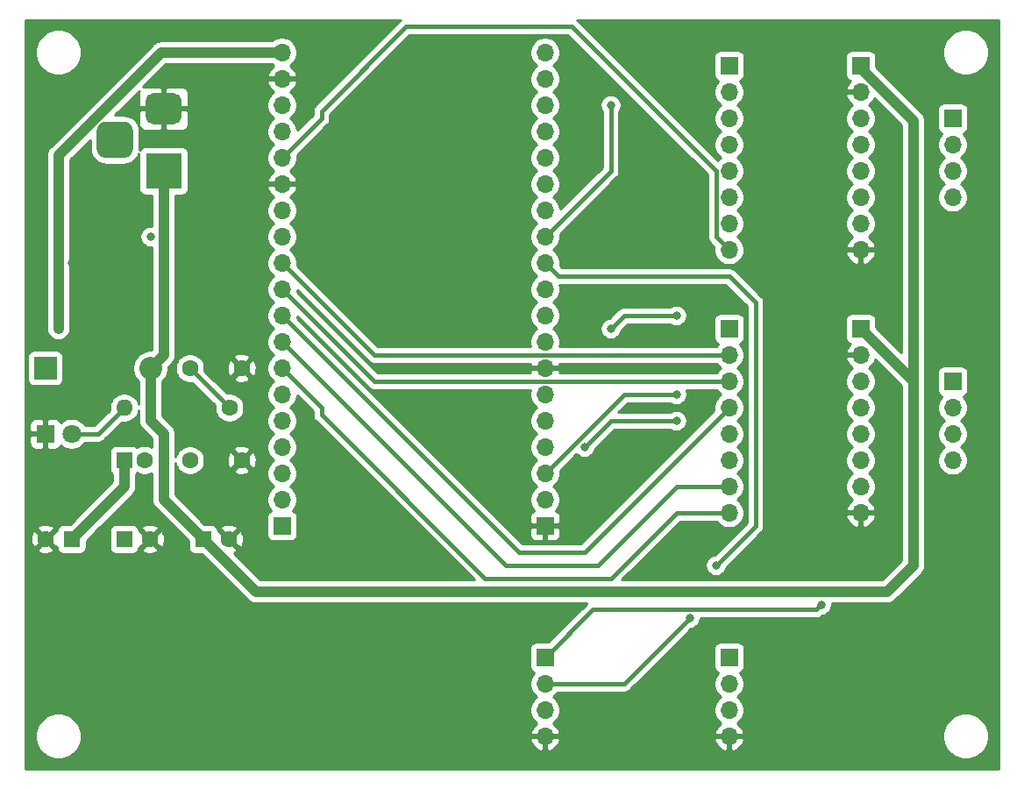
<source format=gbr>
G04 #@! TF.GenerationSoftware,KiCad,Pcbnew,5.1.6-c6e7f7d~86~ubuntu18.04.1*
G04 #@! TF.CreationDate,2020-06-15T20:43:44+01:00*
G04 #@! TF.ProjectId,placa_modular,706c6163-615f-46d6-9f64-756c61722e6b,V1.0*
G04 #@! TF.SameCoordinates,Original*
G04 #@! TF.FileFunction,Copper,L2,Bot*
G04 #@! TF.FilePolarity,Positive*
%FSLAX46Y46*%
G04 Gerber Fmt 4.6, Leading zero omitted, Abs format (unit mm)*
G04 Created by KiCad (PCBNEW 5.1.6-c6e7f7d~86~ubuntu18.04.1) date 2020-06-15 20:43:44*
%MOMM*%
%LPD*%
G01*
G04 APERTURE LIST*
G04 #@! TA.AperFunction,ComponentPad*
%ADD10R,2.200000X2.200000*%
G04 #@! TD*
G04 #@! TA.AperFunction,ComponentPad*
%ADD11O,2.200000X2.200000*%
G04 #@! TD*
G04 #@! TA.AperFunction,ComponentPad*
%ADD12R,1.800000X1.800000*%
G04 #@! TD*
G04 #@! TA.AperFunction,ComponentPad*
%ADD13C,1.800000*%
G04 #@! TD*
G04 #@! TA.AperFunction,ComponentPad*
%ADD14R,3.500000X3.500000*%
G04 #@! TD*
G04 #@! TA.AperFunction,ComponentPad*
%ADD15O,1.700000X1.700000*%
G04 #@! TD*
G04 #@! TA.AperFunction,ComponentPad*
%ADD16R,1.700000X1.700000*%
G04 #@! TD*
G04 #@! TA.AperFunction,ComponentPad*
%ADD17C,1.600000*%
G04 #@! TD*
G04 #@! TA.AperFunction,ComponentPad*
%ADD18O,1.600000X1.600000*%
G04 #@! TD*
G04 #@! TA.AperFunction,ComponentPad*
%ADD19R,1.600000X1.600000*%
G04 #@! TD*
G04 #@! TA.AperFunction,ViaPad*
%ADD20C,0.800000*%
G04 #@! TD*
G04 #@! TA.AperFunction,Conductor*
%ADD21C,1.000000*%
G04 #@! TD*
G04 #@! TA.AperFunction,Conductor*
%ADD22C,0.400000*%
G04 #@! TD*
G04 #@! TA.AperFunction,Conductor*
%ADD23C,0.254000*%
G04 #@! TD*
G04 APERTURE END LIST*
D10*
X110490000Y-82550000D03*
D11*
X120650000Y-82550000D03*
D12*
X110490000Y-88900000D03*
D13*
X113030000Y-88900000D03*
D14*
X121920000Y-63500000D03*
G04 #@! TA.AperFunction,ComponentPad*
G36*
G01*
X120920000Y-56000000D02*
X122920000Y-56000000D01*
G75*
G02*
X123670000Y-56750000I0J-750000D01*
G01*
X123670000Y-58250000D01*
G75*
G02*
X122920000Y-59000000I-750000J0D01*
G01*
X120920000Y-59000000D01*
G75*
G02*
X120170000Y-58250000I0J750000D01*
G01*
X120170000Y-56750000D01*
G75*
G02*
X120920000Y-56000000I750000J0D01*
G01*
G37*
G04 #@! TD.AperFunction*
G04 #@! TA.AperFunction,ComponentPad*
G36*
G01*
X116345000Y-58750000D02*
X118095000Y-58750000D01*
G75*
G02*
X118970000Y-59625000I0J-875000D01*
G01*
X118970000Y-61375000D01*
G75*
G02*
X118095000Y-62250000I-875000J0D01*
G01*
X116345000Y-62250000D01*
G75*
G02*
X115470000Y-61375000I0J875000D01*
G01*
X115470000Y-59625000D01*
G75*
G02*
X116345000Y-58750000I875000J0D01*
G01*
G37*
G04 #@! TD.AperFunction*
D15*
X133350000Y-52070000D03*
X133350000Y-54610000D03*
X133350000Y-57150000D03*
X133350000Y-59690000D03*
X133350000Y-62230000D03*
X133350000Y-64770000D03*
X133350000Y-67310000D03*
X133350000Y-69850000D03*
X133350000Y-72390000D03*
X133350000Y-74930000D03*
X133350000Y-77470000D03*
X133350000Y-80010000D03*
X133350000Y-82550000D03*
X133350000Y-85090000D03*
X133350000Y-87630000D03*
X133350000Y-90170000D03*
X133350000Y-92710000D03*
X133350000Y-95250000D03*
D16*
X133350000Y-97790000D03*
X158750000Y-97790000D03*
D15*
X158750000Y-95250000D03*
X158750000Y-92710000D03*
X158750000Y-90170000D03*
X158750000Y-87630000D03*
X158750000Y-85090000D03*
X158750000Y-82550000D03*
X158750000Y-80010000D03*
X158750000Y-77470000D03*
X158750000Y-74930000D03*
X158750000Y-72390000D03*
X158750000Y-69850000D03*
X158750000Y-67310000D03*
X158750000Y-64770000D03*
X158750000Y-62230000D03*
X158750000Y-59690000D03*
X158750000Y-57150000D03*
X158750000Y-54610000D03*
X158750000Y-52070000D03*
X176530000Y-118110000D03*
X176530000Y-115570000D03*
X176530000Y-113030000D03*
D16*
X176530000Y-110490000D03*
D15*
X176530000Y-96520000D03*
X176530000Y-93980000D03*
X176530000Y-91440000D03*
X176530000Y-88900000D03*
X176530000Y-86360000D03*
X176530000Y-83820000D03*
X176530000Y-81280000D03*
D16*
X176530000Y-78740000D03*
D15*
X176530000Y-71120000D03*
X176530000Y-68580000D03*
X176530000Y-66040000D03*
X176530000Y-63500000D03*
X176530000Y-60960000D03*
X176530000Y-58420000D03*
X176530000Y-55880000D03*
D16*
X176530000Y-53340000D03*
X189230000Y-78740000D03*
D15*
X189230000Y-81280000D03*
X189230000Y-83820000D03*
X189230000Y-86360000D03*
X189230000Y-88900000D03*
X189230000Y-91440000D03*
X189230000Y-93980000D03*
X189230000Y-96520000D03*
D16*
X189230000Y-53340000D03*
D15*
X189230000Y-55880000D03*
X189230000Y-58420000D03*
X189230000Y-60960000D03*
X189230000Y-63500000D03*
X189230000Y-66040000D03*
X189230000Y-68580000D03*
X189230000Y-71120000D03*
D16*
X198120000Y-83820000D03*
D15*
X198120000Y-86360000D03*
X198120000Y-88900000D03*
X198120000Y-91440000D03*
X198120000Y-66040000D03*
X198120000Y-63500000D03*
X198120000Y-60960000D03*
D16*
X198120000Y-58420000D03*
X158750000Y-110490000D03*
D15*
X158750000Y-113030000D03*
X158750000Y-115570000D03*
X158750000Y-118110000D03*
D17*
X128270000Y-86360000D03*
D18*
X118110000Y-86360000D03*
D17*
X128230000Y-99060000D03*
D19*
X125730000Y-99060000D03*
X118110000Y-99060000D03*
D17*
X120610000Y-99060000D03*
D19*
X118110000Y-91440000D03*
D17*
X120110000Y-91440000D03*
D19*
X113030000Y-99060000D03*
D17*
X110530000Y-99060000D03*
X129460000Y-91440000D03*
X124460000Y-91440000D03*
X124460000Y-82550000D03*
X129460000Y-82550000D03*
D20*
X120650000Y-69850000D03*
X124460000Y-72390000D03*
X128270000Y-63500000D03*
X113030000Y-80010000D03*
X113030000Y-72390000D03*
X111760000Y-78740000D03*
X171450000Y-77470000D03*
X165100000Y-78740000D03*
X171450000Y-85090000D03*
X171450000Y-87630000D03*
X162560000Y-90170000D03*
X172720000Y-106680000D03*
X175260000Y-101600000D03*
X185420000Y-105410000D03*
X165100000Y-57150000D03*
D21*
X124460000Y-72390000D02*
X124460000Y-67310000D01*
X124460000Y-67310000D02*
X128270000Y-63500000D01*
X121920000Y-81280000D02*
X120650000Y-82550000D01*
X121920000Y-63500000D02*
X121920000Y-81280000D01*
X194310000Y-83820000D02*
X189230000Y-78740000D01*
X194310000Y-101600000D02*
X194310000Y-83820000D01*
X125730000Y-99060000D02*
X130810000Y-104140000D01*
X191770000Y-104140000D02*
X194310000Y-101600000D01*
X130810000Y-104140000D02*
X191770000Y-104140000D01*
X189230000Y-53585998D02*
X189230000Y-53340000D01*
X194310000Y-58665998D02*
X189230000Y-53585998D01*
X194310000Y-83820000D02*
X194310000Y-58665998D01*
X120650000Y-82550000D02*
X120650000Y-87630000D01*
X120650000Y-87630000D02*
X121920000Y-88900000D01*
X121920000Y-95250000D02*
X125730000Y-99060000D01*
X121920000Y-88900000D02*
X121920000Y-95250000D01*
D22*
X128270000Y-86360000D02*
X124460000Y-82550000D01*
D21*
X111760000Y-61982600D02*
X111760000Y-78740000D01*
X133350000Y-52070000D02*
X121672600Y-52070000D01*
X121672600Y-52070000D02*
X111760000Y-61982600D01*
X118110000Y-93980000D02*
X113030000Y-99060000D01*
X118110000Y-91440000D02*
X118110000Y-93980000D01*
D22*
X115570000Y-88900000D02*
X118110000Y-86360000D01*
X113030000Y-88900000D02*
X115570000Y-88900000D01*
X175279999Y-69869999D02*
X175279999Y-63519999D01*
X176530000Y-71120000D02*
X175279999Y-69869999D01*
X175279999Y-63519999D02*
X161290000Y-49530000D01*
X145360002Y-49530000D02*
X137160000Y-57730002D01*
X161290000Y-49530000D02*
X145360002Y-49530000D01*
X137160000Y-58420000D02*
X133350000Y-62230000D01*
X137160000Y-57730002D02*
X137160000Y-58420000D01*
X142240000Y-81280000D02*
X133350000Y-72390000D01*
X176530000Y-81280000D02*
X142240000Y-81280000D01*
X142240000Y-83820000D02*
X133350000Y-74930000D01*
X176530000Y-83820000D02*
X142240000Y-83820000D01*
X176530000Y-86360000D02*
X162560000Y-100330000D01*
X162560000Y-100330000D02*
X156210000Y-100330000D01*
X156210000Y-100330000D02*
X133350000Y-77470000D01*
X176530000Y-93980000D02*
X171450000Y-93980000D01*
X171450000Y-93980000D02*
X163830000Y-101600000D01*
X154940000Y-101600000D02*
X133350000Y-80010000D01*
X163830000Y-101600000D02*
X154940000Y-101600000D01*
X176530000Y-96520000D02*
X171450000Y-96520000D01*
X171450000Y-96520000D02*
X165100000Y-102870000D01*
X152980002Y-102870000D02*
X137160000Y-87049998D01*
X165100000Y-102870000D02*
X152980002Y-102870000D01*
X137160000Y-86360000D02*
X133350000Y-82550000D01*
X137160000Y-87049998D02*
X137160000Y-86360000D01*
X171450000Y-77470000D02*
X166370000Y-77470000D01*
X166370000Y-77470000D02*
X165100000Y-78740000D01*
X166370000Y-85090000D02*
X158750000Y-92710000D01*
X171450000Y-85090000D02*
X166370000Y-85090000D01*
X171450000Y-87630000D02*
X165100000Y-87630000D01*
X165100000Y-87630000D02*
X162560000Y-90170000D01*
X158750000Y-113030000D02*
X166370000Y-113030000D01*
X166370000Y-113030000D02*
X172720000Y-106680000D01*
X176530000Y-73660000D02*
X160020000Y-73660000D01*
X160020000Y-73660000D02*
X158750000Y-72390000D01*
X179070000Y-76200000D02*
X176530000Y-73660000D01*
X175260000Y-101600000D02*
X179070000Y-97790000D01*
X179070000Y-97790000D02*
X179070000Y-76200000D01*
X184950001Y-105879999D02*
X185420000Y-105410000D01*
X158750000Y-110490000D02*
X163360001Y-105879999D01*
X163360001Y-105879999D02*
X184950001Y-105879999D01*
X165100000Y-63500000D02*
X158750000Y-69850000D01*
X165100000Y-57150000D02*
X165100000Y-63500000D01*
D23*
G36*
X144766711Y-48936709D02*
G01*
X144740561Y-48968573D01*
X136598579Y-57110556D01*
X136566709Y-57136711D01*
X136494945Y-57224157D01*
X136462364Y-57263857D01*
X136384828Y-57408916D01*
X136337082Y-57566314D01*
X136320960Y-57730002D01*
X136325000Y-57771020D01*
X136325000Y-58074131D01*
X134835000Y-59564132D01*
X134835000Y-59543740D01*
X134777932Y-59256842D01*
X134665990Y-58986589D01*
X134503475Y-58743368D01*
X134296632Y-58536525D01*
X134122240Y-58420000D01*
X134296632Y-58303475D01*
X134503475Y-58096632D01*
X134665990Y-57853411D01*
X134777932Y-57583158D01*
X134835000Y-57296260D01*
X134835000Y-57003740D01*
X134777932Y-56716842D01*
X134665990Y-56446589D01*
X134503475Y-56203368D01*
X134296632Y-55996525D01*
X134114466Y-55874805D01*
X134231355Y-55805178D01*
X134447588Y-55610269D01*
X134621641Y-55376920D01*
X134746825Y-55114099D01*
X134791476Y-54966890D01*
X134670155Y-54737000D01*
X133477000Y-54737000D01*
X133477000Y-54757000D01*
X133223000Y-54757000D01*
X133223000Y-54737000D01*
X132029845Y-54737000D01*
X131908524Y-54966890D01*
X131953175Y-55114099D01*
X132078359Y-55376920D01*
X132252412Y-55610269D01*
X132468645Y-55805178D01*
X132585534Y-55874805D01*
X132403368Y-55996525D01*
X132196525Y-56203368D01*
X132034010Y-56446589D01*
X131922068Y-56716842D01*
X131865000Y-57003740D01*
X131865000Y-57296260D01*
X131922068Y-57583158D01*
X132034010Y-57853411D01*
X132196525Y-58096632D01*
X132403368Y-58303475D01*
X132577760Y-58420000D01*
X132403368Y-58536525D01*
X132196525Y-58743368D01*
X132034010Y-58986589D01*
X131922068Y-59256842D01*
X131865000Y-59543740D01*
X131865000Y-59836260D01*
X131922068Y-60123158D01*
X132034010Y-60393411D01*
X132196525Y-60636632D01*
X132403368Y-60843475D01*
X132577760Y-60960000D01*
X132403368Y-61076525D01*
X132196525Y-61283368D01*
X132034010Y-61526589D01*
X131922068Y-61796842D01*
X131865000Y-62083740D01*
X131865000Y-62376260D01*
X131922068Y-62663158D01*
X132034010Y-62933411D01*
X132196525Y-63176632D01*
X132403368Y-63383475D01*
X132585534Y-63505195D01*
X132468645Y-63574822D01*
X132252412Y-63769731D01*
X132078359Y-64003080D01*
X131953175Y-64265901D01*
X131908524Y-64413110D01*
X132029845Y-64643000D01*
X133223000Y-64643000D01*
X133223000Y-64623000D01*
X133477000Y-64623000D01*
X133477000Y-64643000D01*
X134670155Y-64643000D01*
X134791476Y-64413110D01*
X134746825Y-64265901D01*
X134621641Y-64003080D01*
X134447588Y-63769731D01*
X134231355Y-63574822D01*
X134114466Y-63505195D01*
X134296632Y-63383475D01*
X134503475Y-63176632D01*
X134665990Y-62933411D01*
X134777932Y-62663158D01*
X134835000Y-62376260D01*
X134835000Y-62083740D01*
X134808807Y-61952060D01*
X137721432Y-59039437D01*
X137753291Y-59013291D01*
X137857636Y-58886146D01*
X137935172Y-58741087D01*
X137982918Y-58583689D01*
X137995000Y-58461019D01*
X137995000Y-58461018D01*
X137999040Y-58420000D01*
X137995000Y-58378982D01*
X137995000Y-58075869D01*
X145705870Y-50365000D01*
X160944133Y-50365000D01*
X174445000Y-63865868D01*
X174444999Y-69828980D01*
X174440959Y-69869999D01*
X174444999Y-69911017D01*
X174457081Y-70033687D01*
X174504827Y-70191085D01*
X174582363Y-70336144D01*
X174686708Y-70463290D01*
X174718578Y-70489445D01*
X175071193Y-70842060D01*
X175045000Y-70973740D01*
X175045000Y-71266260D01*
X175102068Y-71553158D01*
X175214010Y-71823411D01*
X175376525Y-72066632D01*
X175583368Y-72273475D01*
X175826589Y-72435990D01*
X176096842Y-72547932D01*
X176383740Y-72605000D01*
X176676260Y-72605000D01*
X176963158Y-72547932D01*
X177233411Y-72435990D01*
X177476632Y-72273475D01*
X177683475Y-72066632D01*
X177845990Y-71823411D01*
X177957932Y-71553158D01*
X177973102Y-71476890D01*
X187788524Y-71476890D01*
X187833175Y-71624099D01*
X187958359Y-71886920D01*
X188132412Y-72120269D01*
X188348645Y-72315178D01*
X188598748Y-72464157D01*
X188873109Y-72561481D01*
X189103000Y-72440814D01*
X189103000Y-71247000D01*
X189357000Y-71247000D01*
X189357000Y-72440814D01*
X189586891Y-72561481D01*
X189861252Y-72464157D01*
X190111355Y-72315178D01*
X190327588Y-72120269D01*
X190501641Y-71886920D01*
X190626825Y-71624099D01*
X190671476Y-71476890D01*
X190550155Y-71247000D01*
X189357000Y-71247000D01*
X189103000Y-71247000D01*
X187909845Y-71247000D01*
X187788524Y-71476890D01*
X177973102Y-71476890D01*
X178015000Y-71266260D01*
X178015000Y-70973740D01*
X177957932Y-70686842D01*
X177845990Y-70416589D01*
X177683475Y-70173368D01*
X177476632Y-69966525D01*
X177302240Y-69850000D01*
X177476632Y-69733475D01*
X177683475Y-69526632D01*
X177845990Y-69283411D01*
X177957932Y-69013158D01*
X178015000Y-68726260D01*
X178015000Y-68433740D01*
X177957932Y-68146842D01*
X177845990Y-67876589D01*
X177683475Y-67633368D01*
X177476632Y-67426525D01*
X177302240Y-67310000D01*
X177476632Y-67193475D01*
X177683475Y-66986632D01*
X177845990Y-66743411D01*
X177957932Y-66473158D01*
X178015000Y-66186260D01*
X178015000Y-65893740D01*
X177957932Y-65606842D01*
X177845990Y-65336589D01*
X177683475Y-65093368D01*
X177476632Y-64886525D01*
X177302240Y-64770000D01*
X177476632Y-64653475D01*
X177683475Y-64446632D01*
X177845990Y-64203411D01*
X177957932Y-63933158D01*
X178015000Y-63646260D01*
X178015000Y-63353740D01*
X177957932Y-63066842D01*
X177845990Y-62796589D01*
X177683475Y-62553368D01*
X177476632Y-62346525D01*
X177302240Y-62230000D01*
X177476632Y-62113475D01*
X177683475Y-61906632D01*
X177845990Y-61663411D01*
X177957932Y-61393158D01*
X178015000Y-61106260D01*
X178015000Y-60813740D01*
X177957932Y-60526842D01*
X177845990Y-60256589D01*
X177683475Y-60013368D01*
X177476632Y-59806525D01*
X177302240Y-59690000D01*
X177476632Y-59573475D01*
X177683475Y-59366632D01*
X177845990Y-59123411D01*
X177957932Y-58853158D01*
X178015000Y-58566260D01*
X178015000Y-58273740D01*
X177957932Y-57986842D01*
X177845990Y-57716589D01*
X177683475Y-57473368D01*
X177476632Y-57266525D01*
X177302240Y-57150000D01*
X177476632Y-57033475D01*
X177683475Y-56826632D01*
X177845990Y-56583411D01*
X177957932Y-56313158D01*
X178015000Y-56026260D01*
X178015000Y-55733740D01*
X177957932Y-55446842D01*
X177845990Y-55176589D01*
X177683475Y-54933368D01*
X177551620Y-54801513D01*
X177624180Y-54779502D01*
X177734494Y-54720537D01*
X177831185Y-54641185D01*
X177910537Y-54544494D01*
X177969502Y-54434180D01*
X178005812Y-54314482D01*
X178018072Y-54190000D01*
X178018072Y-52490000D01*
X178005812Y-52365518D01*
X177969502Y-52245820D01*
X177910537Y-52135506D01*
X177831185Y-52038815D01*
X177734494Y-51959463D01*
X177624180Y-51900498D01*
X177504482Y-51864188D01*
X177380000Y-51851928D01*
X175680000Y-51851928D01*
X175555518Y-51864188D01*
X175435820Y-51900498D01*
X175325506Y-51959463D01*
X175228815Y-52038815D01*
X175149463Y-52135506D01*
X175090498Y-52245820D01*
X175054188Y-52365518D01*
X175041928Y-52490000D01*
X175041928Y-54190000D01*
X175054188Y-54314482D01*
X175090498Y-54434180D01*
X175149463Y-54544494D01*
X175228815Y-54641185D01*
X175325506Y-54720537D01*
X175435820Y-54779502D01*
X175508380Y-54801513D01*
X175376525Y-54933368D01*
X175214010Y-55176589D01*
X175102068Y-55446842D01*
X175045000Y-55733740D01*
X175045000Y-56026260D01*
X175102068Y-56313158D01*
X175214010Y-56583411D01*
X175376525Y-56826632D01*
X175583368Y-57033475D01*
X175757760Y-57150000D01*
X175583368Y-57266525D01*
X175376525Y-57473368D01*
X175214010Y-57716589D01*
X175102068Y-57986842D01*
X175045000Y-58273740D01*
X175045000Y-58566260D01*
X175102068Y-58853158D01*
X175214010Y-59123411D01*
X175376525Y-59366632D01*
X175583368Y-59573475D01*
X175757760Y-59690000D01*
X175583368Y-59806525D01*
X175376525Y-60013368D01*
X175214010Y-60256589D01*
X175102068Y-60526842D01*
X175045000Y-60813740D01*
X175045000Y-61106260D01*
X175102068Y-61393158D01*
X175214010Y-61663411D01*
X175376525Y-61906632D01*
X175583368Y-62113475D01*
X175757760Y-62230000D01*
X175583368Y-62346525D01*
X175435380Y-62494513D01*
X164790739Y-51849872D01*
X197155000Y-51849872D01*
X197155000Y-52290128D01*
X197240890Y-52721925D01*
X197409369Y-53128669D01*
X197653962Y-53494729D01*
X197965271Y-53806038D01*
X198331331Y-54050631D01*
X198738075Y-54219110D01*
X199169872Y-54305000D01*
X199610128Y-54305000D01*
X200041925Y-54219110D01*
X200448669Y-54050631D01*
X200814729Y-53806038D01*
X201126038Y-53494729D01*
X201370631Y-53128669D01*
X201539110Y-52721925D01*
X201625000Y-52290128D01*
X201625000Y-51849872D01*
X201539110Y-51418075D01*
X201370631Y-51011331D01*
X201126038Y-50645271D01*
X200814729Y-50333962D01*
X200448669Y-50089369D01*
X200041925Y-49920890D01*
X199610128Y-49835000D01*
X199169872Y-49835000D01*
X198738075Y-49920890D01*
X198331331Y-50089369D01*
X197965271Y-50333962D01*
X197653962Y-50645271D01*
X197409369Y-51011331D01*
X197240890Y-51418075D01*
X197155000Y-51849872D01*
X164790739Y-51849872D01*
X161909446Y-48968579D01*
X161883291Y-48936709D01*
X161862931Y-48920000D01*
X202540000Y-48920000D01*
X202540001Y-121260000D01*
X108610000Y-121260000D01*
X108610000Y-117889872D01*
X109525000Y-117889872D01*
X109525000Y-118330128D01*
X109610890Y-118761925D01*
X109779369Y-119168669D01*
X110023962Y-119534729D01*
X110335271Y-119846038D01*
X110701331Y-120090631D01*
X111108075Y-120259110D01*
X111539872Y-120345000D01*
X111980128Y-120345000D01*
X112411925Y-120259110D01*
X112818669Y-120090631D01*
X113184729Y-119846038D01*
X113496038Y-119534729D01*
X113740631Y-119168669D01*
X113909110Y-118761925D01*
X113967796Y-118466890D01*
X157308524Y-118466890D01*
X157353175Y-118614099D01*
X157478359Y-118876920D01*
X157652412Y-119110269D01*
X157868645Y-119305178D01*
X158118748Y-119454157D01*
X158393109Y-119551481D01*
X158623000Y-119430814D01*
X158623000Y-118237000D01*
X158877000Y-118237000D01*
X158877000Y-119430814D01*
X159106891Y-119551481D01*
X159381252Y-119454157D01*
X159631355Y-119305178D01*
X159847588Y-119110269D01*
X160021641Y-118876920D01*
X160146825Y-118614099D01*
X160191476Y-118466890D01*
X175088524Y-118466890D01*
X175133175Y-118614099D01*
X175258359Y-118876920D01*
X175432412Y-119110269D01*
X175648645Y-119305178D01*
X175898748Y-119454157D01*
X176173109Y-119551481D01*
X176403000Y-119430814D01*
X176403000Y-118237000D01*
X176657000Y-118237000D01*
X176657000Y-119430814D01*
X176886891Y-119551481D01*
X177161252Y-119454157D01*
X177411355Y-119305178D01*
X177627588Y-119110269D01*
X177801641Y-118876920D01*
X177926825Y-118614099D01*
X177971476Y-118466890D01*
X177850155Y-118237000D01*
X176657000Y-118237000D01*
X176403000Y-118237000D01*
X175209845Y-118237000D01*
X175088524Y-118466890D01*
X160191476Y-118466890D01*
X160070155Y-118237000D01*
X158877000Y-118237000D01*
X158623000Y-118237000D01*
X157429845Y-118237000D01*
X157308524Y-118466890D01*
X113967796Y-118466890D01*
X113995000Y-118330128D01*
X113995000Y-117889872D01*
X113909110Y-117458075D01*
X113740631Y-117051331D01*
X113496038Y-116685271D01*
X113184729Y-116373962D01*
X112818669Y-116129369D01*
X112411925Y-115960890D01*
X111980128Y-115875000D01*
X111539872Y-115875000D01*
X111108075Y-115960890D01*
X110701331Y-116129369D01*
X110335271Y-116373962D01*
X110023962Y-116685271D01*
X109779369Y-117051331D01*
X109610890Y-117458075D01*
X109525000Y-117889872D01*
X108610000Y-117889872D01*
X108610000Y-100052702D01*
X109716903Y-100052702D01*
X109788486Y-100296671D01*
X110043996Y-100417571D01*
X110318184Y-100486300D01*
X110600512Y-100500217D01*
X110880130Y-100458787D01*
X111146292Y-100363603D01*
X111271514Y-100296671D01*
X111343097Y-100052702D01*
X110530000Y-99239605D01*
X109716903Y-100052702D01*
X108610000Y-100052702D01*
X108610000Y-99130512D01*
X109089783Y-99130512D01*
X109131213Y-99410130D01*
X109226397Y-99676292D01*
X109293329Y-99801514D01*
X109537298Y-99873097D01*
X110350395Y-99060000D01*
X109537298Y-98246903D01*
X109293329Y-98318486D01*
X109172429Y-98573996D01*
X109103700Y-98848184D01*
X109089783Y-99130512D01*
X108610000Y-99130512D01*
X108610000Y-98067298D01*
X109716903Y-98067298D01*
X110530000Y-98880395D01*
X111343097Y-98067298D01*
X111271514Y-97823329D01*
X111016004Y-97702429D01*
X110741816Y-97633700D01*
X110459488Y-97619783D01*
X110179870Y-97661213D01*
X109913708Y-97756397D01*
X109788486Y-97823329D01*
X109716903Y-98067298D01*
X108610000Y-98067298D01*
X108610000Y-89800000D01*
X108951928Y-89800000D01*
X108964188Y-89924482D01*
X109000498Y-90044180D01*
X109059463Y-90154494D01*
X109138815Y-90251185D01*
X109235506Y-90330537D01*
X109345820Y-90389502D01*
X109465518Y-90425812D01*
X109590000Y-90438072D01*
X110204250Y-90435000D01*
X110363000Y-90276250D01*
X110363000Y-89027000D01*
X109113750Y-89027000D01*
X108955000Y-89185750D01*
X108951928Y-89800000D01*
X108610000Y-89800000D01*
X108610000Y-88000000D01*
X108951928Y-88000000D01*
X108955000Y-88614250D01*
X109113750Y-88773000D01*
X110363000Y-88773000D01*
X110363000Y-87523750D01*
X110617000Y-87523750D01*
X110617000Y-88773000D01*
X110637000Y-88773000D01*
X110637000Y-89027000D01*
X110617000Y-89027000D01*
X110617000Y-90276250D01*
X110775750Y-90435000D01*
X111390000Y-90438072D01*
X111514482Y-90425812D01*
X111634180Y-90389502D01*
X111744494Y-90330537D01*
X111841185Y-90251185D01*
X111920537Y-90154494D01*
X111979502Y-90044180D01*
X111985056Y-90025873D01*
X112051495Y-90092312D01*
X112302905Y-90260299D01*
X112582257Y-90376011D01*
X112878816Y-90435000D01*
X113181184Y-90435000D01*
X113477743Y-90376011D01*
X113757095Y-90260299D01*
X114008505Y-90092312D01*
X114222312Y-89878505D01*
X114318199Y-89735000D01*
X115528982Y-89735000D01*
X115570000Y-89739040D01*
X115611018Y-89735000D01*
X115611019Y-89735000D01*
X115733689Y-89722918D01*
X115891087Y-89675172D01*
X116036146Y-89597636D01*
X116163291Y-89493291D01*
X116189446Y-89461421D01*
X117874582Y-87776286D01*
X117968665Y-87795000D01*
X118251335Y-87795000D01*
X118528574Y-87739853D01*
X118789727Y-87631680D01*
X119024759Y-87474637D01*
X119224637Y-87274759D01*
X119381680Y-87039727D01*
X119489853Y-86778574D01*
X119515001Y-86652149D01*
X119515001Y-87574239D01*
X119509509Y-87630000D01*
X119531423Y-87852498D01*
X119596324Y-88066446D01*
X119596325Y-88066447D01*
X119701717Y-88263623D01*
X119843552Y-88436449D01*
X119886860Y-88471991D01*
X120785000Y-89370132D01*
X120785000Y-90171857D01*
X120596004Y-90082429D01*
X120321816Y-90013700D01*
X120039488Y-89999783D01*
X119759870Y-90041213D01*
X119493708Y-90136397D01*
X119371691Y-90201616D01*
X119361185Y-90188815D01*
X119264494Y-90109463D01*
X119154180Y-90050498D01*
X119034482Y-90014188D01*
X118910000Y-90001928D01*
X117310000Y-90001928D01*
X117185518Y-90014188D01*
X117065820Y-90050498D01*
X116955506Y-90109463D01*
X116858815Y-90188815D01*
X116779463Y-90285506D01*
X116720498Y-90395820D01*
X116684188Y-90515518D01*
X116671928Y-90640000D01*
X116671928Y-92240000D01*
X116684188Y-92364482D01*
X116720498Y-92484180D01*
X116779463Y-92594494D01*
X116858815Y-92691185D01*
X116955506Y-92770537D01*
X116975001Y-92780957D01*
X116975001Y-93509867D01*
X112862941Y-97621928D01*
X112230000Y-97621928D01*
X112105518Y-97634188D01*
X111985820Y-97670498D01*
X111875506Y-97729463D01*
X111778815Y-97808815D01*
X111699463Y-97905506D01*
X111640498Y-98015820D01*
X111604188Y-98135518D01*
X111591928Y-98260000D01*
X111591928Y-98267215D01*
X111522702Y-98246903D01*
X110709605Y-99060000D01*
X111522702Y-99873097D01*
X111591928Y-99852785D01*
X111591928Y-99860000D01*
X111604188Y-99984482D01*
X111640498Y-100104180D01*
X111699463Y-100214494D01*
X111778815Y-100311185D01*
X111875506Y-100390537D01*
X111985820Y-100449502D01*
X112105518Y-100485812D01*
X112230000Y-100498072D01*
X113830000Y-100498072D01*
X113954482Y-100485812D01*
X114074180Y-100449502D01*
X114184494Y-100390537D01*
X114281185Y-100311185D01*
X114360537Y-100214494D01*
X114419502Y-100104180D01*
X114455812Y-99984482D01*
X114468072Y-99860000D01*
X114468072Y-99227059D01*
X115435131Y-98260000D01*
X116671928Y-98260000D01*
X116671928Y-99860000D01*
X116684188Y-99984482D01*
X116720498Y-100104180D01*
X116779463Y-100214494D01*
X116858815Y-100311185D01*
X116955506Y-100390537D01*
X117065820Y-100449502D01*
X117185518Y-100485812D01*
X117310000Y-100498072D01*
X118910000Y-100498072D01*
X119034482Y-100485812D01*
X119154180Y-100449502D01*
X119264494Y-100390537D01*
X119361185Y-100311185D01*
X119440537Y-100214494D01*
X119499502Y-100104180D01*
X119515117Y-100052702D01*
X119796903Y-100052702D01*
X119868486Y-100296671D01*
X120123996Y-100417571D01*
X120398184Y-100486300D01*
X120680512Y-100500217D01*
X120960130Y-100458787D01*
X121226292Y-100363603D01*
X121351514Y-100296671D01*
X121423097Y-100052702D01*
X120610000Y-99239605D01*
X119796903Y-100052702D01*
X119515117Y-100052702D01*
X119535812Y-99984482D01*
X119548072Y-99860000D01*
X119548072Y-99852785D01*
X119617298Y-99873097D01*
X120430395Y-99060000D01*
X120789605Y-99060000D01*
X121602702Y-99873097D01*
X121846671Y-99801514D01*
X121967571Y-99546004D01*
X122036300Y-99271816D01*
X122050217Y-98989488D01*
X122008787Y-98709870D01*
X121913603Y-98443708D01*
X121846671Y-98318486D01*
X121602702Y-98246903D01*
X120789605Y-99060000D01*
X120430395Y-99060000D01*
X119617298Y-98246903D01*
X119548072Y-98267215D01*
X119548072Y-98260000D01*
X119535812Y-98135518D01*
X119515118Y-98067298D01*
X119796903Y-98067298D01*
X120610000Y-98880395D01*
X121423097Y-98067298D01*
X121351514Y-97823329D01*
X121096004Y-97702429D01*
X120821816Y-97633700D01*
X120539488Y-97619783D01*
X120259870Y-97661213D01*
X119993708Y-97756397D01*
X119868486Y-97823329D01*
X119796903Y-98067298D01*
X119515118Y-98067298D01*
X119499502Y-98015820D01*
X119440537Y-97905506D01*
X119361185Y-97808815D01*
X119264494Y-97729463D01*
X119154180Y-97670498D01*
X119034482Y-97634188D01*
X118910000Y-97621928D01*
X117310000Y-97621928D01*
X117185518Y-97634188D01*
X117065820Y-97670498D01*
X116955506Y-97729463D01*
X116858815Y-97808815D01*
X116779463Y-97905506D01*
X116720498Y-98015820D01*
X116684188Y-98135518D01*
X116671928Y-98260000D01*
X115435131Y-98260000D01*
X118873141Y-94821991D01*
X118916449Y-94786449D01*
X119058284Y-94613623D01*
X119163676Y-94416447D01*
X119228577Y-94202499D01*
X119245000Y-94035752D01*
X119250491Y-93980000D01*
X119245000Y-93924249D01*
X119245000Y-92780957D01*
X119264494Y-92770537D01*
X119361185Y-92691185D01*
X119371807Y-92678242D01*
X119623996Y-92797571D01*
X119898184Y-92866300D01*
X120180512Y-92880217D01*
X120460130Y-92838787D01*
X120726292Y-92743603D01*
X120785001Y-92712223D01*
X120785001Y-95194239D01*
X120779509Y-95250000D01*
X120801423Y-95472498D01*
X120866324Y-95686446D01*
X120866325Y-95686447D01*
X120971717Y-95883623D01*
X121113552Y-96056449D01*
X121156860Y-96091991D01*
X124291928Y-99227061D01*
X124291928Y-99860000D01*
X124304188Y-99984482D01*
X124340498Y-100104180D01*
X124399463Y-100214494D01*
X124478815Y-100311185D01*
X124575506Y-100390537D01*
X124685820Y-100449502D01*
X124805518Y-100485812D01*
X124930000Y-100498072D01*
X125562941Y-100498072D01*
X129968009Y-104903141D01*
X130003551Y-104946449D01*
X130138356Y-105057081D01*
X130176377Y-105088284D01*
X130373553Y-105193676D01*
X130587501Y-105258577D01*
X130810000Y-105280491D01*
X130865751Y-105275000D01*
X162780976Y-105275000D01*
X162766710Y-105286708D01*
X162740564Y-105318567D01*
X159057205Y-109001928D01*
X157900000Y-109001928D01*
X157775518Y-109014188D01*
X157655820Y-109050498D01*
X157545506Y-109109463D01*
X157448815Y-109188815D01*
X157369463Y-109285506D01*
X157310498Y-109395820D01*
X157274188Y-109515518D01*
X157261928Y-109640000D01*
X157261928Y-111340000D01*
X157274188Y-111464482D01*
X157310498Y-111584180D01*
X157369463Y-111694494D01*
X157448815Y-111791185D01*
X157545506Y-111870537D01*
X157655820Y-111929502D01*
X157728380Y-111951513D01*
X157596525Y-112083368D01*
X157434010Y-112326589D01*
X157322068Y-112596842D01*
X157265000Y-112883740D01*
X157265000Y-113176260D01*
X157322068Y-113463158D01*
X157434010Y-113733411D01*
X157596525Y-113976632D01*
X157803368Y-114183475D01*
X157977760Y-114300000D01*
X157803368Y-114416525D01*
X157596525Y-114623368D01*
X157434010Y-114866589D01*
X157322068Y-115136842D01*
X157265000Y-115423740D01*
X157265000Y-115716260D01*
X157322068Y-116003158D01*
X157434010Y-116273411D01*
X157596525Y-116516632D01*
X157803368Y-116723475D01*
X157985534Y-116845195D01*
X157868645Y-116914822D01*
X157652412Y-117109731D01*
X157478359Y-117343080D01*
X157353175Y-117605901D01*
X157308524Y-117753110D01*
X157429845Y-117983000D01*
X158623000Y-117983000D01*
X158623000Y-117963000D01*
X158877000Y-117963000D01*
X158877000Y-117983000D01*
X160070155Y-117983000D01*
X160191476Y-117753110D01*
X160146825Y-117605901D01*
X160021641Y-117343080D01*
X159847588Y-117109731D01*
X159631355Y-116914822D01*
X159514466Y-116845195D01*
X159696632Y-116723475D01*
X159903475Y-116516632D01*
X160065990Y-116273411D01*
X160177932Y-116003158D01*
X160235000Y-115716260D01*
X160235000Y-115423740D01*
X160177932Y-115136842D01*
X160065990Y-114866589D01*
X159903475Y-114623368D01*
X159696632Y-114416525D01*
X159522240Y-114300000D01*
X159696632Y-114183475D01*
X159903475Y-113976632D01*
X159978065Y-113865000D01*
X166328982Y-113865000D01*
X166370000Y-113869040D01*
X166411018Y-113865000D01*
X166411019Y-113865000D01*
X166533689Y-113852918D01*
X166691087Y-113805172D01*
X166836146Y-113727636D01*
X166963291Y-113623291D01*
X166989446Y-113591421D01*
X170940867Y-109640000D01*
X175041928Y-109640000D01*
X175041928Y-111340000D01*
X175054188Y-111464482D01*
X175090498Y-111584180D01*
X175149463Y-111694494D01*
X175228815Y-111791185D01*
X175325506Y-111870537D01*
X175435820Y-111929502D01*
X175508380Y-111951513D01*
X175376525Y-112083368D01*
X175214010Y-112326589D01*
X175102068Y-112596842D01*
X175045000Y-112883740D01*
X175045000Y-113176260D01*
X175102068Y-113463158D01*
X175214010Y-113733411D01*
X175376525Y-113976632D01*
X175583368Y-114183475D01*
X175757760Y-114300000D01*
X175583368Y-114416525D01*
X175376525Y-114623368D01*
X175214010Y-114866589D01*
X175102068Y-115136842D01*
X175045000Y-115423740D01*
X175045000Y-115716260D01*
X175102068Y-116003158D01*
X175214010Y-116273411D01*
X175376525Y-116516632D01*
X175583368Y-116723475D01*
X175765534Y-116845195D01*
X175648645Y-116914822D01*
X175432412Y-117109731D01*
X175258359Y-117343080D01*
X175133175Y-117605901D01*
X175088524Y-117753110D01*
X175209845Y-117983000D01*
X176403000Y-117983000D01*
X176403000Y-117963000D01*
X176657000Y-117963000D01*
X176657000Y-117983000D01*
X177850155Y-117983000D01*
X177899301Y-117889872D01*
X197155000Y-117889872D01*
X197155000Y-118330128D01*
X197240890Y-118761925D01*
X197409369Y-119168669D01*
X197653962Y-119534729D01*
X197965271Y-119846038D01*
X198331331Y-120090631D01*
X198738075Y-120259110D01*
X199169872Y-120345000D01*
X199610128Y-120345000D01*
X200041925Y-120259110D01*
X200448669Y-120090631D01*
X200814729Y-119846038D01*
X201126038Y-119534729D01*
X201370631Y-119168669D01*
X201539110Y-118761925D01*
X201625000Y-118330128D01*
X201625000Y-117889872D01*
X201539110Y-117458075D01*
X201370631Y-117051331D01*
X201126038Y-116685271D01*
X200814729Y-116373962D01*
X200448669Y-116129369D01*
X200041925Y-115960890D01*
X199610128Y-115875000D01*
X199169872Y-115875000D01*
X198738075Y-115960890D01*
X198331331Y-116129369D01*
X197965271Y-116373962D01*
X197653962Y-116685271D01*
X197409369Y-117051331D01*
X197240890Y-117458075D01*
X197155000Y-117889872D01*
X177899301Y-117889872D01*
X177971476Y-117753110D01*
X177926825Y-117605901D01*
X177801641Y-117343080D01*
X177627588Y-117109731D01*
X177411355Y-116914822D01*
X177294466Y-116845195D01*
X177476632Y-116723475D01*
X177683475Y-116516632D01*
X177845990Y-116273411D01*
X177957932Y-116003158D01*
X178015000Y-115716260D01*
X178015000Y-115423740D01*
X177957932Y-115136842D01*
X177845990Y-114866589D01*
X177683475Y-114623368D01*
X177476632Y-114416525D01*
X177302240Y-114300000D01*
X177476632Y-114183475D01*
X177683475Y-113976632D01*
X177845990Y-113733411D01*
X177957932Y-113463158D01*
X178015000Y-113176260D01*
X178015000Y-112883740D01*
X177957932Y-112596842D01*
X177845990Y-112326589D01*
X177683475Y-112083368D01*
X177551620Y-111951513D01*
X177624180Y-111929502D01*
X177734494Y-111870537D01*
X177831185Y-111791185D01*
X177910537Y-111694494D01*
X177969502Y-111584180D01*
X178005812Y-111464482D01*
X178018072Y-111340000D01*
X178018072Y-109640000D01*
X178005812Y-109515518D01*
X177969502Y-109395820D01*
X177910537Y-109285506D01*
X177831185Y-109188815D01*
X177734494Y-109109463D01*
X177624180Y-109050498D01*
X177504482Y-109014188D01*
X177380000Y-109001928D01*
X175680000Y-109001928D01*
X175555518Y-109014188D01*
X175435820Y-109050498D01*
X175325506Y-109109463D01*
X175228815Y-109188815D01*
X175149463Y-109285506D01*
X175090498Y-109395820D01*
X175054188Y-109515518D01*
X175041928Y-109640000D01*
X170940867Y-109640000D01*
X172876775Y-107704092D01*
X173021898Y-107675226D01*
X173210256Y-107597205D01*
X173379774Y-107483937D01*
X173523937Y-107339774D01*
X173637205Y-107170256D01*
X173715226Y-106981898D01*
X173755000Y-106781939D01*
X173755000Y-106714999D01*
X184908983Y-106714999D01*
X184950001Y-106719039D01*
X184991019Y-106714999D01*
X184991020Y-106714999D01*
X185113690Y-106702917D01*
X185271088Y-106655171D01*
X185416147Y-106577635D01*
X185543292Y-106473290D01*
X185569446Y-106441421D01*
X185576774Y-106434093D01*
X185721898Y-106405226D01*
X185910256Y-106327205D01*
X186079774Y-106213937D01*
X186223937Y-106069774D01*
X186337205Y-105900256D01*
X186415226Y-105711898D01*
X186455000Y-105511939D01*
X186455000Y-105308061D01*
X186448424Y-105275000D01*
X191714249Y-105275000D01*
X191770000Y-105280491D01*
X191825751Y-105275000D01*
X191825752Y-105275000D01*
X191992499Y-105258577D01*
X192206447Y-105193676D01*
X192403623Y-105088284D01*
X192576449Y-104946449D01*
X192611996Y-104903135D01*
X195073141Y-102441991D01*
X195116449Y-102406449D01*
X195258284Y-102233623D01*
X195363676Y-102036447D01*
X195428577Y-101822499D01*
X195445000Y-101655752D01*
X195445000Y-101655743D01*
X195450490Y-101600001D01*
X195445000Y-101544259D01*
X195445000Y-83875751D01*
X195450491Y-83820000D01*
X195445000Y-83764248D01*
X195445000Y-82970000D01*
X196631928Y-82970000D01*
X196631928Y-84670000D01*
X196644188Y-84794482D01*
X196680498Y-84914180D01*
X196739463Y-85024494D01*
X196818815Y-85121185D01*
X196915506Y-85200537D01*
X197025820Y-85259502D01*
X197098380Y-85281513D01*
X196966525Y-85413368D01*
X196804010Y-85656589D01*
X196692068Y-85926842D01*
X196635000Y-86213740D01*
X196635000Y-86506260D01*
X196692068Y-86793158D01*
X196804010Y-87063411D01*
X196966525Y-87306632D01*
X197173368Y-87513475D01*
X197347760Y-87630000D01*
X197173368Y-87746525D01*
X196966525Y-87953368D01*
X196804010Y-88196589D01*
X196692068Y-88466842D01*
X196635000Y-88753740D01*
X196635000Y-89046260D01*
X196692068Y-89333158D01*
X196804010Y-89603411D01*
X196966525Y-89846632D01*
X197173368Y-90053475D01*
X197347760Y-90170000D01*
X197173368Y-90286525D01*
X196966525Y-90493368D01*
X196804010Y-90736589D01*
X196692068Y-91006842D01*
X196635000Y-91293740D01*
X196635000Y-91586260D01*
X196692068Y-91873158D01*
X196804010Y-92143411D01*
X196966525Y-92386632D01*
X197173368Y-92593475D01*
X197416589Y-92755990D01*
X197686842Y-92867932D01*
X197973740Y-92925000D01*
X198266260Y-92925000D01*
X198553158Y-92867932D01*
X198823411Y-92755990D01*
X199066632Y-92593475D01*
X199273475Y-92386632D01*
X199435990Y-92143411D01*
X199547932Y-91873158D01*
X199605000Y-91586260D01*
X199605000Y-91293740D01*
X199547932Y-91006842D01*
X199435990Y-90736589D01*
X199273475Y-90493368D01*
X199066632Y-90286525D01*
X198892240Y-90170000D01*
X199066632Y-90053475D01*
X199273475Y-89846632D01*
X199435990Y-89603411D01*
X199547932Y-89333158D01*
X199605000Y-89046260D01*
X199605000Y-88753740D01*
X199547932Y-88466842D01*
X199435990Y-88196589D01*
X199273475Y-87953368D01*
X199066632Y-87746525D01*
X198892240Y-87630000D01*
X199066632Y-87513475D01*
X199273475Y-87306632D01*
X199435990Y-87063411D01*
X199547932Y-86793158D01*
X199605000Y-86506260D01*
X199605000Y-86213740D01*
X199547932Y-85926842D01*
X199435990Y-85656589D01*
X199273475Y-85413368D01*
X199141620Y-85281513D01*
X199214180Y-85259502D01*
X199324494Y-85200537D01*
X199421185Y-85121185D01*
X199500537Y-85024494D01*
X199559502Y-84914180D01*
X199595812Y-84794482D01*
X199608072Y-84670000D01*
X199608072Y-82970000D01*
X199595812Y-82845518D01*
X199559502Y-82725820D01*
X199500537Y-82615506D01*
X199421185Y-82518815D01*
X199324494Y-82439463D01*
X199214180Y-82380498D01*
X199094482Y-82344188D01*
X198970000Y-82331928D01*
X197270000Y-82331928D01*
X197145518Y-82344188D01*
X197025820Y-82380498D01*
X196915506Y-82439463D01*
X196818815Y-82518815D01*
X196739463Y-82615506D01*
X196680498Y-82725820D01*
X196644188Y-82845518D01*
X196631928Y-82970000D01*
X195445000Y-82970000D01*
X195445000Y-58721749D01*
X195450491Y-58665998D01*
X195428577Y-58443499D01*
X195363676Y-58229551D01*
X195258284Y-58032375D01*
X195193844Y-57953855D01*
X195116449Y-57859549D01*
X195073141Y-57824007D01*
X194819134Y-57570000D01*
X196631928Y-57570000D01*
X196631928Y-59270000D01*
X196644188Y-59394482D01*
X196680498Y-59514180D01*
X196739463Y-59624494D01*
X196818815Y-59721185D01*
X196915506Y-59800537D01*
X197025820Y-59859502D01*
X197098380Y-59881513D01*
X196966525Y-60013368D01*
X196804010Y-60256589D01*
X196692068Y-60526842D01*
X196635000Y-60813740D01*
X196635000Y-61106260D01*
X196692068Y-61393158D01*
X196804010Y-61663411D01*
X196966525Y-61906632D01*
X197173368Y-62113475D01*
X197347760Y-62230000D01*
X197173368Y-62346525D01*
X196966525Y-62553368D01*
X196804010Y-62796589D01*
X196692068Y-63066842D01*
X196635000Y-63353740D01*
X196635000Y-63646260D01*
X196692068Y-63933158D01*
X196804010Y-64203411D01*
X196966525Y-64446632D01*
X197173368Y-64653475D01*
X197347760Y-64770000D01*
X197173368Y-64886525D01*
X196966525Y-65093368D01*
X196804010Y-65336589D01*
X196692068Y-65606842D01*
X196635000Y-65893740D01*
X196635000Y-66186260D01*
X196692068Y-66473158D01*
X196804010Y-66743411D01*
X196966525Y-66986632D01*
X197173368Y-67193475D01*
X197416589Y-67355990D01*
X197686842Y-67467932D01*
X197973740Y-67525000D01*
X198266260Y-67525000D01*
X198553158Y-67467932D01*
X198823411Y-67355990D01*
X199066632Y-67193475D01*
X199273475Y-66986632D01*
X199435990Y-66743411D01*
X199547932Y-66473158D01*
X199605000Y-66186260D01*
X199605000Y-65893740D01*
X199547932Y-65606842D01*
X199435990Y-65336589D01*
X199273475Y-65093368D01*
X199066632Y-64886525D01*
X198892240Y-64770000D01*
X199066632Y-64653475D01*
X199273475Y-64446632D01*
X199435990Y-64203411D01*
X199547932Y-63933158D01*
X199605000Y-63646260D01*
X199605000Y-63353740D01*
X199547932Y-63066842D01*
X199435990Y-62796589D01*
X199273475Y-62553368D01*
X199066632Y-62346525D01*
X198892240Y-62230000D01*
X199066632Y-62113475D01*
X199273475Y-61906632D01*
X199435990Y-61663411D01*
X199547932Y-61393158D01*
X199605000Y-61106260D01*
X199605000Y-60813740D01*
X199547932Y-60526842D01*
X199435990Y-60256589D01*
X199273475Y-60013368D01*
X199141620Y-59881513D01*
X199214180Y-59859502D01*
X199324494Y-59800537D01*
X199421185Y-59721185D01*
X199500537Y-59624494D01*
X199559502Y-59514180D01*
X199595812Y-59394482D01*
X199608072Y-59270000D01*
X199608072Y-57570000D01*
X199595812Y-57445518D01*
X199559502Y-57325820D01*
X199500537Y-57215506D01*
X199421185Y-57118815D01*
X199324494Y-57039463D01*
X199214180Y-56980498D01*
X199094482Y-56944188D01*
X198970000Y-56931928D01*
X197270000Y-56931928D01*
X197145518Y-56944188D01*
X197025820Y-56980498D01*
X196915506Y-57039463D01*
X196818815Y-57118815D01*
X196739463Y-57215506D01*
X196680498Y-57325820D01*
X196644188Y-57445518D01*
X196631928Y-57570000D01*
X194819134Y-57570000D01*
X190718072Y-53468939D01*
X190718072Y-52490000D01*
X190705812Y-52365518D01*
X190669502Y-52245820D01*
X190610537Y-52135506D01*
X190531185Y-52038815D01*
X190434494Y-51959463D01*
X190324180Y-51900498D01*
X190204482Y-51864188D01*
X190080000Y-51851928D01*
X188380000Y-51851928D01*
X188255518Y-51864188D01*
X188135820Y-51900498D01*
X188025506Y-51959463D01*
X187928815Y-52038815D01*
X187849463Y-52135506D01*
X187790498Y-52245820D01*
X187754188Y-52365518D01*
X187741928Y-52490000D01*
X187741928Y-54190000D01*
X187754188Y-54314482D01*
X187790498Y-54434180D01*
X187849463Y-54544494D01*
X187928815Y-54641185D01*
X188025506Y-54720537D01*
X188135820Y-54779502D01*
X188216466Y-54803966D01*
X188132412Y-54879731D01*
X187958359Y-55113080D01*
X187833175Y-55375901D01*
X187788524Y-55523110D01*
X187909845Y-55753000D01*
X189103000Y-55753000D01*
X189103000Y-55733000D01*
X189357000Y-55733000D01*
X189357000Y-55753000D01*
X189377000Y-55753000D01*
X189377000Y-56007000D01*
X189357000Y-56007000D01*
X189357000Y-56027000D01*
X189103000Y-56027000D01*
X189103000Y-56007000D01*
X187909845Y-56007000D01*
X187788524Y-56236890D01*
X187833175Y-56384099D01*
X187958359Y-56646920D01*
X188132412Y-56880269D01*
X188348645Y-57075178D01*
X188465534Y-57144805D01*
X188283368Y-57266525D01*
X188076525Y-57473368D01*
X187914010Y-57716589D01*
X187802068Y-57986842D01*
X187745000Y-58273740D01*
X187745000Y-58566260D01*
X187802068Y-58853158D01*
X187914010Y-59123411D01*
X188076525Y-59366632D01*
X188283368Y-59573475D01*
X188457760Y-59690000D01*
X188283368Y-59806525D01*
X188076525Y-60013368D01*
X187914010Y-60256589D01*
X187802068Y-60526842D01*
X187745000Y-60813740D01*
X187745000Y-61106260D01*
X187802068Y-61393158D01*
X187914010Y-61663411D01*
X188076525Y-61906632D01*
X188283368Y-62113475D01*
X188457760Y-62230000D01*
X188283368Y-62346525D01*
X188076525Y-62553368D01*
X187914010Y-62796589D01*
X187802068Y-63066842D01*
X187745000Y-63353740D01*
X187745000Y-63646260D01*
X187802068Y-63933158D01*
X187914010Y-64203411D01*
X188076525Y-64446632D01*
X188283368Y-64653475D01*
X188457760Y-64770000D01*
X188283368Y-64886525D01*
X188076525Y-65093368D01*
X187914010Y-65336589D01*
X187802068Y-65606842D01*
X187745000Y-65893740D01*
X187745000Y-66186260D01*
X187802068Y-66473158D01*
X187914010Y-66743411D01*
X188076525Y-66986632D01*
X188283368Y-67193475D01*
X188457760Y-67310000D01*
X188283368Y-67426525D01*
X188076525Y-67633368D01*
X187914010Y-67876589D01*
X187802068Y-68146842D01*
X187745000Y-68433740D01*
X187745000Y-68726260D01*
X187802068Y-69013158D01*
X187914010Y-69283411D01*
X188076525Y-69526632D01*
X188283368Y-69733475D01*
X188465534Y-69855195D01*
X188348645Y-69924822D01*
X188132412Y-70119731D01*
X187958359Y-70353080D01*
X187833175Y-70615901D01*
X187788524Y-70763110D01*
X187909845Y-70993000D01*
X189103000Y-70993000D01*
X189103000Y-70973000D01*
X189357000Y-70973000D01*
X189357000Y-70993000D01*
X190550155Y-70993000D01*
X190671476Y-70763110D01*
X190626825Y-70615901D01*
X190501641Y-70353080D01*
X190327588Y-70119731D01*
X190111355Y-69924822D01*
X189994466Y-69855195D01*
X190176632Y-69733475D01*
X190383475Y-69526632D01*
X190545990Y-69283411D01*
X190657932Y-69013158D01*
X190715000Y-68726260D01*
X190715000Y-68433740D01*
X190657932Y-68146842D01*
X190545990Y-67876589D01*
X190383475Y-67633368D01*
X190176632Y-67426525D01*
X190002240Y-67310000D01*
X190176632Y-67193475D01*
X190383475Y-66986632D01*
X190545990Y-66743411D01*
X190657932Y-66473158D01*
X190715000Y-66186260D01*
X190715000Y-65893740D01*
X190657932Y-65606842D01*
X190545990Y-65336589D01*
X190383475Y-65093368D01*
X190176632Y-64886525D01*
X190002240Y-64770000D01*
X190176632Y-64653475D01*
X190383475Y-64446632D01*
X190545990Y-64203411D01*
X190657932Y-63933158D01*
X190715000Y-63646260D01*
X190715000Y-63353740D01*
X190657932Y-63066842D01*
X190545990Y-62796589D01*
X190383475Y-62553368D01*
X190176632Y-62346525D01*
X190002240Y-62230000D01*
X190176632Y-62113475D01*
X190383475Y-61906632D01*
X190545990Y-61663411D01*
X190657932Y-61393158D01*
X190715000Y-61106260D01*
X190715000Y-60813740D01*
X190657932Y-60526842D01*
X190545990Y-60256589D01*
X190383475Y-60013368D01*
X190176632Y-59806525D01*
X190002240Y-59690000D01*
X190176632Y-59573475D01*
X190383475Y-59366632D01*
X190545990Y-59123411D01*
X190657932Y-58853158D01*
X190715000Y-58566260D01*
X190715000Y-58273740D01*
X190657932Y-57986842D01*
X190545990Y-57716589D01*
X190383475Y-57473368D01*
X190176632Y-57266525D01*
X189994466Y-57144805D01*
X190111355Y-57075178D01*
X190327588Y-56880269D01*
X190501641Y-56646920D01*
X190561054Y-56522184D01*
X193175001Y-59136131D01*
X193175000Y-81079868D01*
X190718072Y-78622941D01*
X190718072Y-77890000D01*
X190705812Y-77765518D01*
X190669502Y-77645820D01*
X190610537Y-77535506D01*
X190531185Y-77438815D01*
X190434494Y-77359463D01*
X190324180Y-77300498D01*
X190204482Y-77264188D01*
X190080000Y-77251928D01*
X188380000Y-77251928D01*
X188255518Y-77264188D01*
X188135820Y-77300498D01*
X188025506Y-77359463D01*
X187928815Y-77438815D01*
X187849463Y-77535506D01*
X187790498Y-77645820D01*
X187754188Y-77765518D01*
X187741928Y-77890000D01*
X187741928Y-79590000D01*
X187754188Y-79714482D01*
X187790498Y-79834180D01*
X187849463Y-79944494D01*
X187928815Y-80041185D01*
X188025506Y-80120537D01*
X188135820Y-80179502D01*
X188216466Y-80203966D01*
X188132412Y-80279731D01*
X187958359Y-80513080D01*
X187833175Y-80775901D01*
X187788524Y-80923110D01*
X187909845Y-81153000D01*
X189103000Y-81153000D01*
X189103000Y-81133000D01*
X189357000Y-81133000D01*
X189357000Y-81153000D01*
X189377000Y-81153000D01*
X189377000Y-81407000D01*
X189357000Y-81407000D01*
X189357000Y-81427000D01*
X189103000Y-81427000D01*
X189103000Y-81407000D01*
X187909845Y-81407000D01*
X187788524Y-81636890D01*
X187833175Y-81784099D01*
X187958359Y-82046920D01*
X188132412Y-82280269D01*
X188348645Y-82475178D01*
X188465534Y-82544805D01*
X188283368Y-82666525D01*
X188076525Y-82873368D01*
X187914010Y-83116589D01*
X187802068Y-83386842D01*
X187745000Y-83673740D01*
X187745000Y-83966260D01*
X187802068Y-84253158D01*
X187914010Y-84523411D01*
X188076525Y-84766632D01*
X188283368Y-84973475D01*
X188457760Y-85090000D01*
X188283368Y-85206525D01*
X188076525Y-85413368D01*
X187914010Y-85656589D01*
X187802068Y-85926842D01*
X187745000Y-86213740D01*
X187745000Y-86506260D01*
X187802068Y-86793158D01*
X187914010Y-87063411D01*
X188076525Y-87306632D01*
X188283368Y-87513475D01*
X188457760Y-87630000D01*
X188283368Y-87746525D01*
X188076525Y-87953368D01*
X187914010Y-88196589D01*
X187802068Y-88466842D01*
X187745000Y-88753740D01*
X187745000Y-89046260D01*
X187802068Y-89333158D01*
X187914010Y-89603411D01*
X188076525Y-89846632D01*
X188283368Y-90053475D01*
X188457760Y-90170000D01*
X188283368Y-90286525D01*
X188076525Y-90493368D01*
X187914010Y-90736589D01*
X187802068Y-91006842D01*
X187745000Y-91293740D01*
X187745000Y-91586260D01*
X187802068Y-91873158D01*
X187914010Y-92143411D01*
X188076525Y-92386632D01*
X188283368Y-92593475D01*
X188457760Y-92710000D01*
X188283368Y-92826525D01*
X188076525Y-93033368D01*
X187914010Y-93276589D01*
X187802068Y-93546842D01*
X187745000Y-93833740D01*
X187745000Y-94126260D01*
X187802068Y-94413158D01*
X187914010Y-94683411D01*
X188076525Y-94926632D01*
X188283368Y-95133475D01*
X188465534Y-95255195D01*
X188348645Y-95324822D01*
X188132412Y-95519731D01*
X187958359Y-95753080D01*
X187833175Y-96015901D01*
X187788524Y-96163110D01*
X187909845Y-96393000D01*
X189103000Y-96393000D01*
X189103000Y-96373000D01*
X189357000Y-96373000D01*
X189357000Y-96393000D01*
X190550155Y-96393000D01*
X190671476Y-96163110D01*
X190626825Y-96015901D01*
X190501641Y-95753080D01*
X190327588Y-95519731D01*
X190111355Y-95324822D01*
X189994466Y-95255195D01*
X190176632Y-95133475D01*
X190383475Y-94926632D01*
X190545990Y-94683411D01*
X190657932Y-94413158D01*
X190715000Y-94126260D01*
X190715000Y-93833740D01*
X190657932Y-93546842D01*
X190545990Y-93276589D01*
X190383475Y-93033368D01*
X190176632Y-92826525D01*
X190002240Y-92710000D01*
X190176632Y-92593475D01*
X190383475Y-92386632D01*
X190545990Y-92143411D01*
X190657932Y-91873158D01*
X190715000Y-91586260D01*
X190715000Y-91293740D01*
X190657932Y-91006842D01*
X190545990Y-90736589D01*
X190383475Y-90493368D01*
X190176632Y-90286525D01*
X190002240Y-90170000D01*
X190176632Y-90053475D01*
X190383475Y-89846632D01*
X190545990Y-89603411D01*
X190657932Y-89333158D01*
X190715000Y-89046260D01*
X190715000Y-88753740D01*
X190657932Y-88466842D01*
X190545990Y-88196589D01*
X190383475Y-87953368D01*
X190176632Y-87746525D01*
X190002240Y-87630000D01*
X190176632Y-87513475D01*
X190383475Y-87306632D01*
X190545990Y-87063411D01*
X190657932Y-86793158D01*
X190715000Y-86506260D01*
X190715000Y-86213740D01*
X190657932Y-85926842D01*
X190545990Y-85656589D01*
X190383475Y-85413368D01*
X190176632Y-85206525D01*
X190002240Y-85090000D01*
X190176632Y-84973475D01*
X190383475Y-84766632D01*
X190545990Y-84523411D01*
X190657932Y-84253158D01*
X190715000Y-83966260D01*
X190715000Y-83673740D01*
X190657932Y-83386842D01*
X190545990Y-83116589D01*
X190383475Y-82873368D01*
X190176632Y-82666525D01*
X189994466Y-82544805D01*
X190111355Y-82475178D01*
X190327588Y-82280269D01*
X190501641Y-82046920D01*
X190626825Y-81784099D01*
X190636633Y-81751764D01*
X193175001Y-84290133D01*
X193175000Y-101129868D01*
X191299869Y-103005000D01*
X166145867Y-103005000D01*
X171795868Y-97355000D01*
X175301935Y-97355000D01*
X175376525Y-97466632D01*
X175583368Y-97673475D01*
X175826589Y-97835990D01*
X176096842Y-97947932D01*
X176383740Y-98005000D01*
X176676260Y-98005000D01*
X176963158Y-97947932D01*
X177233411Y-97835990D01*
X177476632Y-97673475D01*
X177683475Y-97466632D01*
X177845990Y-97223411D01*
X177957932Y-96953158D01*
X178015000Y-96666260D01*
X178015000Y-96373740D01*
X177957932Y-96086842D01*
X177845990Y-95816589D01*
X177683475Y-95573368D01*
X177476632Y-95366525D01*
X177302240Y-95250000D01*
X177476632Y-95133475D01*
X177683475Y-94926632D01*
X177845990Y-94683411D01*
X177957932Y-94413158D01*
X178015000Y-94126260D01*
X178015000Y-93833740D01*
X177957932Y-93546842D01*
X177845990Y-93276589D01*
X177683475Y-93033368D01*
X177476632Y-92826525D01*
X177302240Y-92710000D01*
X177476632Y-92593475D01*
X177683475Y-92386632D01*
X177845990Y-92143411D01*
X177957932Y-91873158D01*
X178015000Y-91586260D01*
X178015000Y-91293740D01*
X177957932Y-91006842D01*
X177845990Y-90736589D01*
X177683475Y-90493368D01*
X177476632Y-90286525D01*
X177302240Y-90170000D01*
X177476632Y-90053475D01*
X177683475Y-89846632D01*
X177845990Y-89603411D01*
X177957932Y-89333158D01*
X178015000Y-89046260D01*
X178015000Y-88753740D01*
X177957932Y-88466842D01*
X177845990Y-88196589D01*
X177683475Y-87953368D01*
X177476632Y-87746525D01*
X177302240Y-87630000D01*
X177476632Y-87513475D01*
X177683475Y-87306632D01*
X177845990Y-87063411D01*
X177957932Y-86793158D01*
X178015000Y-86506260D01*
X178015000Y-86213740D01*
X177957932Y-85926842D01*
X177845990Y-85656589D01*
X177683475Y-85413368D01*
X177476632Y-85206525D01*
X177302240Y-85090000D01*
X177476632Y-84973475D01*
X177683475Y-84766632D01*
X177845990Y-84523411D01*
X177957932Y-84253158D01*
X178015000Y-83966260D01*
X178015000Y-83673740D01*
X177957932Y-83386842D01*
X177845990Y-83116589D01*
X177683475Y-82873368D01*
X177476632Y-82666525D01*
X177302240Y-82550000D01*
X177476632Y-82433475D01*
X177683475Y-82226632D01*
X177845990Y-81983411D01*
X177957932Y-81713158D01*
X178015000Y-81426260D01*
X178015000Y-81133740D01*
X177957932Y-80846842D01*
X177845990Y-80576589D01*
X177683475Y-80333368D01*
X177551620Y-80201513D01*
X177624180Y-80179502D01*
X177734494Y-80120537D01*
X177831185Y-80041185D01*
X177910537Y-79944494D01*
X177969502Y-79834180D01*
X178005812Y-79714482D01*
X178018072Y-79590000D01*
X178018072Y-77890000D01*
X178005812Y-77765518D01*
X177969502Y-77645820D01*
X177910537Y-77535506D01*
X177831185Y-77438815D01*
X177734494Y-77359463D01*
X177624180Y-77300498D01*
X177504482Y-77264188D01*
X177380000Y-77251928D01*
X175680000Y-77251928D01*
X175555518Y-77264188D01*
X175435820Y-77300498D01*
X175325506Y-77359463D01*
X175228815Y-77438815D01*
X175149463Y-77535506D01*
X175090498Y-77645820D01*
X175054188Y-77765518D01*
X175041928Y-77890000D01*
X175041928Y-79590000D01*
X175054188Y-79714482D01*
X175090498Y-79834180D01*
X175149463Y-79944494D01*
X175228815Y-80041185D01*
X175325506Y-80120537D01*
X175435820Y-80179502D01*
X175508380Y-80201513D01*
X175376525Y-80333368D01*
X175301935Y-80445000D01*
X160177169Y-80445000D01*
X160177932Y-80443158D01*
X160235000Y-80156260D01*
X160235000Y-79863740D01*
X160177932Y-79576842D01*
X160065990Y-79306589D01*
X159903475Y-79063368D01*
X159696632Y-78856525D01*
X159522240Y-78740000D01*
X159674802Y-78638061D01*
X164065000Y-78638061D01*
X164065000Y-78841939D01*
X164104774Y-79041898D01*
X164182795Y-79230256D01*
X164296063Y-79399774D01*
X164440226Y-79543937D01*
X164609744Y-79657205D01*
X164798102Y-79735226D01*
X164998061Y-79775000D01*
X165201939Y-79775000D01*
X165401898Y-79735226D01*
X165590256Y-79657205D01*
X165759774Y-79543937D01*
X165903937Y-79399774D01*
X166017205Y-79230256D01*
X166095226Y-79041898D01*
X166124093Y-78896775D01*
X166715868Y-78305000D01*
X170836715Y-78305000D01*
X170959744Y-78387205D01*
X171148102Y-78465226D01*
X171348061Y-78505000D01*
X171551939Y-78505000D01*
X171751898Y-78465226D01*
X171940256Y-78387205D01*
X172109774Y-78273937D01*
X172253937Y-78129774D01*
X172367205Y-77960256D01*
X172445226Y-77771898D01*
X172485000Y-77571939D01*
X172485000Y-77368061D01*
X172445226Y-77168102D01*
X172367205Y-76979744D01*
X172253937Y-76810226D01*
X172109774Y-76666063D01*
X171940256Y-76552795D01*
X171751898Y-76474774D01*
X171551939Y-76435000D01*
X171348061Y-76435000D01*
X171148102Y-76474774D01*
X170959744Y-76552795D01*
X170836715Y-76635000D01*
X166411015Y-76635000D01*
X166369999Y-76630960D01*
X166328983Y-76635000D01*
X166328981Y-76635000D01*
X166206311Y-76647082D01*
X166048913Y-76694828D01*
X165903854Y-76772364D01*
X165776709Y-76876709D01*
X165750558Y-76908574D01*
X164943225Y-77715907D01*
X164798102Y-77744774D01*
X164609744Y-77822795D01*
X164440226Y-77936063D01*
X164296063Y-78080226D01*
X164182795Y-78249744D01*
X164104774Y-78438102D01*
X164065000Y-78638061D01*
X159674802Y-78638061D01*
X159696632Y-78623475D01*
X159903475Y-78416632D01*
X160065990Y-78173411D01*
X160177932Y-77903158D01*
X160235000Y-77616260D01*
X160235000Y-77323740D01*
X160177932Y-77036842D01*
X160065990Y-76766589D01*
X159903475Y-76523368D01*
X159696632Y-76316525D01*
X159522240Y-76200000D01*
X159696632Y-76083475D01*
X159903475Y-75876632D01*
X160065990Y-75633411D01*
X160177932Y-75363158D01*
X160235000Y-75076260D01*
X160235000Y-74783740D01*
X160177932Y-74496842D01*
X160177169Y-74495000D01*
X176184133Y-74495000D01*
X178235001Y-76545869D01*
X178235000Y-97444131D01*
X175103225Y-100575907D01*
X174958102Y-100604774D01*
X174769744Y-100682795D01*
X174600226Y-100796063D01*
X174456063Y-100940226D01*
X174342795Y-101109744D01*
X174264774Y-101298102D01*
X174225000Y-101498061D01*
X174225000Y-101701939D01*
X174264774Y-101901898D01*
X174342795Y-102090256D01*
X174456063Y-102259774D01*
X174600226Y-102403937D01*
X174769744Y-102517205D01*
X174958102Y-102595226D01*
X175158061Y-102635000D01*
X175361939Y-102635000D01*
X175561898Y-102595226D01*
X175750256Y-102517205D01*
X175919774Y-102403937D01*
X176063937Y-102259774D01*
X176177205Y-102090256D01*
X176255226Y-101901898D01*
X176284093Y-101756775D01*
X179631433Y-98409436D01*
X179663291Y-98383291D01*
X179734226Y-98296857D01*
X179767636Y-98256146D01*
X179845172Y-98111087D01*
X179892918Y-97953688D01*
X179896532Y-97917000D01*
X179905000Y-97831019D01*
X179905000Y-97831018D01*
X179909040Y-97790000D01*
X179905000Y-97748982D01*
X179905000Y-96876890D01*
X187788524Y-96876890D01*
X187833175Y-97024099D01*
X187958359Y-97286920D01*
X188132412Y-97520269D01*
X188348645Y-97715178D01*
X188598748Y-97864157D01*
X188873109Y-97961481D01*
X189103000Y-97840814D01*
X189103000Y-96647000D01*
X189357000Y-96647000D01*
X189357000Y-97840814D01*
X189586891Y-97961481D01*
X189861252Y-97864157D01*
X190111355Y-97715178D01*
X190327588Y-97520269D01*
X190501641Y-97286920D01*
X190626825Y-97024099D01*
X190671476Y-96876890D01*
X190550155Y-96647000D01*
X189357000Y-96647000D01*
X189103000Y-96647000D01*
X187909845Y-96647000D01*
X187788524Y-96876890D01*
X179905000Y-96876890D01*
X179905000Y-76241007D01*
X179909039Y-76199999D01*
X179905000Y-76158991D01*
X179905000Y-76158981D01*
X179892918Y-76036311D01*
X179845172Y-75878913D01*
X179767636Y-75733854D01*
X179663291Y-75606709D01*
X179631427Y-75580559D01*
X177149446Y-73098579D01*
X177123291Y-73066709D01*
X176996146Y-72962364D01*
X176851087Y-72884828D01*
X176693689Y-72837082D01*
X176571019Y-72825000D01*
X176571018Y-72825000D01*
X176530000Y-72820960D01*
X176488982Y-72825000D01*
X160365868Y-72825000D01*
X160208807Y-72667939D01*
X160235000Y-72536260D01*
X160235000Y-72243740D01*
X160177932Y-71956842D01*
X160065990Y-71686589D01*
X159903475Y-71443368D01*
X159696632Y-71236525D01*
X159522240Y-71120000D01*
X159696632Y-71003475D01*
X159903475Y-70796632D01*
X160065990Y-70553411D01*
X160177932Y-70283158D01*
X160235000Y-69996260D01*
X160235000Y-69703740D01*
X160208807Y-69572060D01*
X165661427Y-64119441D01*
X165693291Y-64093291D01*
X165797636Y-63966146D01*
X165875172Y-63821087D01*
X165922918Y-63663689D01*
X165935000Y-63541019D01*
X165939040Y-63500001D01*
X165935000Y-63458982D01*
X165935000Y-57763285D01*
X166017205Y-57640256D01*
X166095226Y-57451898D01*
X166135000Y-57251939D01*
X166135000Y-57048061D01*
X166095226Y-56848102D01*
X166017205Y-56659744D01*
X165903937Y-56490226D01*
X165759774Y-56346063D01*
X165590256Y-56232795D01*
X165401898Y-56154774D01*
X165201939Y-56115000D01*
X164998061Y-56115000D01*
X164798102Y-56154774D01*
X164609744Y-56232795D01*
X164440226Y-56346063D01*
X164296063Y-56490226D01*
X164182795Y-56659744D01*
X164104774Y-56848102D01*
X164065000Y-57048061D01*
X164065000Y-57251939D01*
X164104774Y-57451898D01*
X164182795Y-57640256D01*
X164265000Y-57763285D01*
X164265001Y-63154131D01*
X160235000Y-67184133D01*
X160235000Y-67163740D01*
X160177932Y-66876842D01*
X160065990Y-66606589D01*
X159903475Y-66363368D01*
X159696632Y-66156525D01*
X159522240Y-66040000D01*
X159696632Y-65923475D01*
X159903475Y-65716632D01*
X160065990Y-65473411D01*
X160177932Y-65203158D01*
X160235000Y-64916260D01*
X160235000Y-64623740D01*
X160177932Y-64336842D01*
X160065990Y-64066589D01*
X159903475Y-63823368D01*
X159696632Y-63616525D01*
X159522240Y-63500000D01*
X159696632Y-63383475D01*
X159903475Y-63176632D01*
X160065990Y-62933411D01*
X160177932Y-62663158D01*
X160235000Y-62376260D01*
X160235000Y-62083740D01*
X160177932Y-61796842D01*
X160065990Y-61526589D01*
X159903475Y-61283368D01*
X159696632Y-61076525D01*
X159522240Y-60960000D01*
X159696632Y-60843475D01*
X159903475Y-60636632D01*
X160065990Y-60393411D01*
X160177932Y-60123158D01*
X160235000Y-59836260D01*
X160235000Y-59543740D01*
X160177932Y-59256842D01*
X160065990Y-58986589D01*
X159903475Y-58743368D01*
X159696632Y-58536525D01*
X159522240Y-58420000D01*
X159696632Y-58303475D01*
X159903475Y-58096632D01*
X160065990Y-57853411D01*
X160177932Y-57583158D01*
X160235000Y-57296260D01*
X160235000Y-57003740D01*
X160177932Y-56716842D01*
X160065990Y-56446589D01*
X159903475Y-56203368D01*
X159696632Y-55996525D01*
X159522240Y-55880000D01*
X159696632Y-55763475D01*
X159903475Y-55556632D01*
X160065990Y-55313411D01*
X160177932Y-55043158D01*
X160235000Y-54756260D01*
X160235000Y-54463740D01*
X160177932Y-54176842D01*
X160065990Y-53906589D01*
X159903475Y-53663368D01*
X159696632Y-53456525D01*
X159522240Y-53340000D01*
X159696632Y-53223475D01*
X159903475Y-53016632D01*
X160065990Y-52773411D01*
X160177932Y-52503158D01*
X160235000Y-52216260D01*
X160235000Y-51923740D01*
X160177932Y-51636842D01*
X160065990Y-51366589D01*
X159903475Y-51123368D01*
X159696632Y-50916525D01*
X159453411Y-50754010D01*
X159183158Y-50642068D01*
X158896260Y-50585000D01*
X158603740Y-50585000D01*
X158316842Y-50642068D01*
X158046589Y-50754010D01*
X157803368Y-50916525D01*
X157596525Y-51123368D01*
X157434010Y-51366589D01*
X157322068Y-51636842D01*
X157265000Y-51923740D01*
X157265000Y-52216260D01*
X157322068Y-52503158D01*
X157434010Y-52773411D01*
X157596525Y-53016632D01*
X157803368Y-53223475D01*
X157977760Y-53340000D01*
X157803368Y-53456525D01*
X157596525Y-53663368D01*
X157434010Y-53906589D01*
X157322068Y-54176842D01*
X157265000Y-54463740D01*
X157265000Y-54756260D01*
X157322068Y-55043158D01*
X157434010Y-55313411D01*
X157596525Y-55556632D01*
X157803368Y-55763475D01*
X157977760Y-55880000D01*
X157803368Y-55996525D01*
X157596525Y-56203368D01*
X157434010Y-56446589D01*
X157322068Y-56716842D01*
X157265000Y-57003740D01*
X157265000Y-57296260D01*
X157322068Y-57583158D01*
X157434010Y-57853411D01*
X157596525Y-58096632D01*
X157803368Y-58303475D01*
X157977760Y-58420000D01*
X157803368Y-58536525D01*
X157596525Y-58743368D01*
X157434010Y-58986589D01*
X157322068Y-59256842D01*
X157265000Y-59543740D01*
X157265000Y-59836260D01*
X157322068Y-60123158D01*
X157434010Y-60393411D01*
X157596525Y-60636632D01*
X157803368Y-60843475D01*
X157977760Y-60960000D01*
X157803368Y-61076525D01*
X157596525Y-61283368D01*
X157434010Y-61526589D01*
X157322068Y-61796842D01*
X157265000Y-62083740D01*
X157265000Y-62376260D01*
X157322068Y-62663158D01*
X157434010Y-62933411D01*
X157596525Y-63176632D01*
X157803368Y-63383475D01*
X157977760Y-63500000D01*
X157803368Y-63616525D01*
X157596525Y-63823368D01*
X157434010Y-64066589D01*
X157322068Y-64336842D01*
X157265000Y-64623740D01*
X157265000Y-64916260D01*
X157322068Y-65203158D01*
X157434010Y-65473411D01*
X157596525Y-65716632D01*
X157803368Y-65923475D01*
X157977760Y-66040000D01*
X157803368Y-66156525D01*
X157596525Y-66363368D01*
X157434010Y-66606589D01*
X157322068Y-66876842D01*
X157265000Y-67163740D01*
X157265000Y-67456260D01*
X157322068Y-67743158D01*
X157434010Y-68013411D01*
X157596525Y-68256632D01*
X157803368Y-68463475D01*
X157977760Y-68580000D01*
X157803368Y-68696525D01*
X157596525Y-68903368D01*
X157434010Y-69146589D01*
X157322068Y-69416842D01*
X157265000Y-69703740D01*
X157265000Y-69996260D01*
X157322068Y-70283158D01*
X157434010Y-70553411D01*
X157596525Y-70796632D01*
X157803368Y-71003475D01*
X157977760Y-71120000D01*
X157803368Y-71236525D01*
X157596525Y-71443368D01*
X157434010Y-71686589D01*
X157322068Y-71956842D01*
X157265000Y-72243740D01*
X157265000Y-72536260D01*
X157322068Y-72823158D01*
X157434010Y-73093411D01*
X157596525Y-73336632D01*
X157803368Y-73543475D01*
X157977760Y-73660000D01*
X157803368Y-73776525D01*
X157596525Y-73983368D01*
X157434010Y-74226589D01*
X157322068Y-74496842D01*
X157265000Y-74783740D01*
X157265000Y-75076260D01*
X157322068Y-75363158D01*
X157434010Y-75633411D01*
X157596525Y-75876632D01*
X157803368Y-76083475D01*
X157977760Y-76200000D01*
X157803368Y-76316525D01*
X157596525Y-76523368D01*
X157434010Y-76766589D01*
X157322068Y-77036842D01*
X157265000Y-77323740D01*
X157265000Y-77616260D01*
X157322068Y-77903158D01*
X157434010Y-78173411D01*
X157596525Y-78416632D01*
X157803368Y-78623475D01*
X157977760Y-78740000D01*
X157803368Y-78856525D01*
X157596525Y-79063368D01*
X157434010Y-79306589D01*
X157322068Y-79576842D01*
X157265000Y-79863740D01*
X157265000Y-80156260D01*
X157322068Y-80443158D01*
X157322831Y-80445000D01*
X142585869Y-80445000D01*
X134808807Y-72667940D01*
X134835000Y-72536260D01*
X134835000Y-72243740D01*
X134777932Y-71956842D01*
X134665990Y-71686589D01*
X134503475Y-71443368D01*
X134296632Y-71236525D01*
X134122240Y-71120000D01*
X134296632Y-71003475D01*
X134503475Y-70796632D01*
X134665990Y-70553411D01*
X134777932Y-70283158D01*
X134835000Y-69996260D01*
X134835000Y-69703740D01*
X134777932Y-69416842D01*
X134665990Y-69146589D01*
X134503475Y-68903368D01*
X134296632Y-68696525D01*
X134122240Y-68580000D01*
X134296632Y-68463475D01*
X134503475Y-68256632D01*
X134665990Y-68013411D01*
X134777932Y-67743158D01*
X134835000Y-67456260D01*
X134835000Y-67163740D01*
X134777932Y-66876842D01*
X134665990Y-66606589D01*
X134503475Y-66363368D01*
X134296632Y-66156525D01*
X134114466Y-66034805D01*
X134231355Y-65965178D01*
X134447588Y-65770269D01*
X134621641Y-65536920D01*
X134746825Y-65274099D01*
X134791476Y-65126890D01*
X134670155Y-64897000D01*
X133477000Y-64897000D01*
X133477000Y-64917000D01*
X133223000Y-64917000D01*
X133223000Y-64897000D01*
X132029845Y-64897000D01*
X131908524Y-65126890D01*
X131953175Y-65274099D01*
X132078359Y-65536920D01*
X132252412Y-65770269D01*
X132468645Y-65965178D01*
X132585534Y-66034805D01*
X132403368Y-66156525D01*
X132196525Y-66363368D01*
X132034010Y-66606589D01*
X131922068Y-66876842D01*
X131865000Y-67163740D01*
X131865000Y-67456260D01*
X131922068Y-67743158D01*
X132034010Y-68013411D01*
X132196525Y-68256632D01*
X132403368Y-68463475D01*
X132577760Y-68580000D01*
X132403368Y-68696525D01*
X132196525Y-68903368D01*
X132034010Y-69146589D01*
X131922068Y-69416842D01*
X131865000Y-69703740D01*
X131865000Y-69996260D01*
X131922068Y-70283158D01*
X132034010Y-70553411D01*
X132196525Y-70796632D01*
X132403368Y-71003475D01*
X132577760Y-71120000D01*
X132403368Y-71236525D01*
X132196525Y-71443368D01*
X132034010Y-71686589D01*
X131922068Y-71956842D01*
X131865000Y-72243740D01*
X131865000Y-72536260D01*
X131922068Y-72823158D01*
X132034010Y-73093411D01*
X132196525Y-73336632D01*
X132403368Y-73543475D01*
X132577760Y-73660000D01*
X132403368Y-73776525D01*
X132196525Y-73983368D01*
X132034010Y-74226589D01*
X131922068Y-74496842D01*
X131865000Y-74783740D01*
X131865000Y-75076260D01*
X131922068Y-75363158D01*
X132034010Y-75633411D01*
X132196525Y-75876632D01*
X132403368Y-76083475D01*
X132577760Y-76200000D01*
X132403368Y-76316525D01*
X132196525Y-76523368D01*
X132034010Y-76766589D01*
X131922068Y-77036842D01*
X131865000Y-77323740D01*
X131865000Y-77616260D01*
X131922068Y-77903158D01*
X132034010Y-78173411D01*
X132196525Y-78416632D01*
X132403368Y-78623475D01*
X132577760Y-78740000D01*
X132403368Y-78856525D01*
X132196525Y-79063368D01*
X132034010Y-79306589D01*
X131922068Y-79576842D01*
X131865000Y-79863740D01*
X131865000Y-80156260D01*
X131922068Y-80443158D01*
X132034010Y-80713411D01*
X132196525Y-80956632D01*
X132403368Y-81163475D01*
X132577760Y-81280000D01*
X132403368Y-81396525D01*
X132196525Y-81603368D01*
X132034010Y-81846589D01*
X131922068Y-82116842D01*
X131865000Y-82403740D01*
X131865000Y-82696260D01*
X131922068Y-82983158D01*
X132034010Y-83253411D01*
X132196525Y-83496632D01*
X132403368Y-83703475D01*
X132577760Y-83820000D01*
X132403368Y-83936525D01*
X132196525Y-84143368D01*
X132034010Y-84386589D01*
X131922068Y-84656842D01*
X131865000Y-84943740D01*
X131865000Y-85236260D01*
X131922068Y-85523158D01*
X132034010Y-85793411D01*
X132196525Y-86036632D01*
X132403368Y-86243475D01*
X132577760Y-86360000D01*
X132403368Y-86476525D01*
X132196525Y-86683368D01*
X132034010Y-86926589D01*
X131922068Y-87196842D01*
X131865000Y-87483740D01*
X131865000Y-87776260D01*
X131922068Y-88063158D01*
X132034010Y-88333411D01*
X132196525Y-88576632D01*
X132403368Y-88783475D01*
X132577760Y-88900000D01*
X132403368Y-89016525D01*
X132196525Y-89223368D01*
X132034010Y-89466589D01*
X131922068Y-89736842D01*
X131865000Y-90023740D01*
X131865000Y-90316260D01*
X131922068Y-90603158D01*
X132034010Y-90873411D01*
X132196525Y-91116632D01*
X132403368Y-91323475D01*
X132577760Y-91440000D01*
X132403368Y-91556525D01*
X132196525Y-91763368D01*
X132034010Y-92006589D01*
X131922068Y-92276842D01*
X131865000Y-92563740D01*
X131865000Y-92856260D01*
X131922068Y-93143158D01*
X132034010Y-93413411D01*
X132196525Y-93656632D01*
X132403368Y-93863475D01*
X132577760Y-93980000D01*
X132403368Y-94096525D01*
X132196525Y-94303368D01*
X132034010Y-94546589D01*
X131922068Y-94816842D01*
X131865000Y-95103740D01*
X131865000Y-95396260D01*
X131922068Y-95683158D01*
X132034010Y-95953411D01*
X132196525Y-96196632D01*
X132328380Y-96328487D01*
X132255820Y-96350498D01*
X132145506Y-96409463D01*
X132048815Y-96488815D01*
X131969463Y-96585506D01*
X131910498Y-96695820D01*
X131874188Y-96815518D01*
X131861928Y-96940000D01*
X131861928Y-98640000D01*
X131874188Y-98764482D01*
X131910498Y-98884180D01*
X131969463Y-98994494D01*
X132048815Y-99091185D01*
X132145506Y-99170537D01*
X132255820Y-99229502D01*
X132375518Y-99265812D01*
X132500000Y-99278072D01*
X134200000Y-99278072D01*
X134324482Y-99265812D01*
X134444180Y-99229502D01*
X134554494Y-99170537D01*
X134651185Y-99091185D01*
X134730537Y-98994494D01*
X134789502Y-98884180D01*
X134825812Y-98764482D01*
X134838072Y-98640000D01*
X134838072Y-96940000D01*
X134825812Y-96815518D01*
X134789502Y-96695820D01*
X134730537Y-96585506D01*
X134651185Y-96488815D01*
X134554494Y-96409463D01*
X134444180Y-96350498D01*
X134371620Y-96328487D01*
X134503475Y-96196632D01*
X134665990Y-95953411D01*
X134777932Y-95683158D01*
X134835000Y-95396260D01*
X134835000Y-95103740D01*
X134777932Y-94816842D01*
X134665990Y-94546589D01*
X134503475Y-94303368D01*
X134296632Y-94096525D01*
X134122240Y-93980000D01*
X134296632Y-93863475D01*
X134503475Y-93656632D01*
X134665990Y-93413411D01*
X134777932Y-93143158D01*
X134835000Y-92856260D01*
X134835000Y-92563740D01*
X134777932Y-92276842D01*
X134665990Y-92006589D01*
X134503475Y-91763368D01*
X134296632Y-91556525D01*
X134122240Y-91440000D01*
X134296632Y-91323475D01*
X134503475Y-91116632D01*
X134665990Y-90873411D01*
X134777932Y-90603158D01*
X134835000Y-90316260D01*
X134835000Y-90023740D01*
X134777932Y-89736842D01*
X134665990Y-89466589D01*
X134503475Y-89223368D01*
X134296632Y-89016525D01*
X134122240Y-88900000D01*
X134296632Y-88783475D01*
X134503475Y-88576632D01*
X134665990Y-88333411D01*
X134777932Y-88063158D01*
X134835000Y-87776260D01*
X134835000Y-87483740D01*
X134777932Y-87196842D01*
X134665990Y-86926589D01*
X134503475Y-86683368D01*
X134296632Y-86476525D01*
X134122240Y-86360000D01*
X134296632Y-86243475D01*
X134503475Y-86036632D01*
X134665990Y-85793411D01*
X134777932Y-85523158D01*
X134835000Y-85236260D01*
X134835000Y-85215868D01*
X136325000Y-86705869D01*
X136325000Y-87008980D01*
X136320960Y-87049998D01*
X136325000Y-87091016D01*
X136337082Y-87213686D01*
X136384828Y-87371084D01*
X136462364Y-87516143D01*
X136566709Y-87643289D01*
X136598579Y-87669444D01*
X151934134Y-103005000D01*
X131280132Y-103005000D01*
X128693408Y-100418277D01*
X128846292Y-100363603D01*
X128971514Y-100296671D01*
X129043097Y-100052702D01*
X128230000Y-99239605D01*
X128215858Y-99253748D01*
X128036253Y-99074143D01*
X128050395Y-99060000D01*
X128409605Y-99060000D01*
X129222702Y-99873097D01*
X129466671Y-99801514D01*
X129587571Y-99546004D01*
X129656300Y-99271816D01*
X129670217Y-98989488D01*
X129628787Y-98709870D01*
X129533603Y-98443708D01*
X129466671Y-98318486D01*
X129222702Y-98246903D01*
X128409605Y-99060000D01*
X128050395Y-99060000D01*
X127237298Y-98246903D01*
X127168072Y-98267215D01*
X127168072Y-98260000D01*
X127155812Y-98135518D01*
X127135118Y-98067298D01*
X127416903Y-98067298D01*
X128230000Y-98880395D01*
X129043097Y-98067298D01*
X128971514Y-97823329D01*
X128716004Y-97702429D01*
X128441816Y-97633700D01*
X128159488Y-97619783D01*
X127879870Y-97661213D01*
X127613708Y-97756397D01*
X127488486Y-97823329D01*
X127416903Y-98067298D01*
X127135118Y-98067298D01*
X127119502Y-98015820D01*
X127060537Y-97905506D01*
X126981185Y-97808815D01*
X126884494Y-97729463D01*
X126774180Y-97670498D01*
X126654482Y-97634188D01*
X126530000Y-97621928D01*
X125897061Y-97621928D01*
X123055000Y-94779869D01*
X123055000Y-91732153D01*
X123080147Y-91858574D01*
X123188320Y-92119727D01*
X123345363Y-92354759D01*
X123545241Y-92554637D01*
X123780273Y-92711680D01*
X124041426Y-92819853D01*
X124318665Y-92875000D01*
X124601335Y-92875000D01*
X124878574Y-92819853D01*
X125139727Y-92711680D01*
X125374759Y-92554637D01*
X125496694Y-92432702D01*
X128646903Y-92432702D01*
X128718486Y-92676671D01*
X128973996Y-92797571D01*
X129248184Y-92866300D01*
X129530512Y-92880217D01*
X129810130Y-92838787D01*
X130076292Y-92743603D01*
X130201514Y-92676671D01*
X130273097Y-92432702D01*
X129460000Y-91619605D01*
X128646903Y-92432702D01*
X125496694Y-92432702D01*
X125574637Y-92354759D01*
X125731680Y-92119727D01*
X125839853Y-91858574D01*
X125895000Y-91581335D01*
X125895000Y-91510512D01*
X128019783Y-91510512D01*
X128061213Y-91790130D01*
X128156397Y-92056292D01*
X128223329Y-92181514D01*
X128467298Y-92253097D01*
X129280395Y-91440000D01*
X129639605Y-91440000D01*
X130452702Y-92253097D01*
X130696671Y-92181514D01*
X130817571Y-91926004D01*
X130886300Y-91651816D01*
X130900217Y-91369488D01*
X130858787Y-91089870D01*
X130763603Y-90823708D01*
X130696671Y-90698486D01*
X130452702Y-90626903D01*
X129639605Y-91440000D01*
X129280395Y-91440000D01*
X128467298Y-90626903D01*
X128223329Y-90698486D01*
X128102429Y-90953996D01*
X128033700Y-91228184D01*
X128019783Y-91510512D01*
X125895000Y-91510512D01*
X125895000Y-91298665D01*
X125839853Y-91021426D01*
X125731680Y-90760273D01*
X125574637Y-90525241D01*
X125496694Y-90447298D01*
X128646903Y-90447298D01*
X129460000Y-91260395D01*
X130273097Y-90447298D01*
X130201514Y-90203329D01*
X129946004Y-90082429D01*
X129671816Y-90013700D01*
X129389488Y-89999783D01*
X129109870Y-90041213D01*
X128843708Y-90136397D01*
X128718486Y-90203329D01*
X128646903Y-90447298D01*
X125496694Y-90447298D01*
X125374759Y-90325363D01*
X125139727Y-90168320D01*
X124878574Y-90060147D01*
X124601335Y-90005000D01*
X124318665Y-90005000D01*
X124041426Y-90060147D01*
X123780273Y-90168320D01*
X123545241Y-90325363D01*
X123345363Y-90525241D01*
X123188320Y-90760273D01*
X123080147Y-91021426D01*
X123055000Y-91147847D01*
X123055000Y-88955743D01*
X123060490Y-88899999D01*
X123055000Y-88844255D01*
X123055000Y-88844248D01*
X123038577Y-88677501D01*
X122973676Y-88463553D01*
X122868284Y-88266377D01*
X122726449Y-88093551D01*
X122683140Y-88058008D01*
X121785000Y-87159869D01*
X121785000Y-83868661D01*
X121997663Y-83655998D01*
X122187537Y-83371831D01*
X122318325Y-83056081D01*
X122385000Y-82720883D01*
X122385000Y-82420132D01*
X122396467Y-82408665D01*
X123025000Y-82408665D01*
X123025000Y-82691335D01*
X123080147Y-82968574D01*
X123188320Y-83229727D01*
X123345363Y-83464759D01*
X123545241Y-83664637D01*
X123780273Y-83821680D01*
X124041426Y-83929853D01*
X124318665Y-83985000D01*
X124601335Y-83985000D01*
X124695418Y-83966285D01*
X126853714Y-86124583D01*
X126835000Y-86218665D01*
X126835000Y-86501335D01*
X126890147Y-86778574D01*
X126998320Y-87039727D01*
X127155363Y-87274759D01*
X127355241Y-87474637D01*
X127590273Y-87631680D01*
X127851426Y-87739853D01*
X128128665Y-87795000D01*
X128411335Y-87795000D01*
X128688574Y-87739853D01*
X128949727Y-87631680D01*
X129184759Y-87474637D01*
X129384637Y-87274759D01*
X129541680Y-87039727D01*
X129649853Y-86778574D01*
X129705000Y-86501335D01*
X129705000Y-86218665D01*
X129649853Y-85941426D01*
X129541680Y-85680273D01*
X129384637Y-85445241D01*
X129184759Y-85245363D01*
X128949727Y-85088320D01*
X128688574Y-84980147D01*
X128411335Y-84925000D01*
X128128665Y-84925000D01*
X128034583Y-84943714D01*
X126633570Y-83542702D01*
X128646903Y-83542702D01*
X128718486Y-83786671D01*
X128973996Y-83907571D01*
X129248184Y-83976300D01*
X129530512Y-83990217D01*
X129810130Y-83948787D01*
X130076292Y-83853603D01*
X130201514Y-83786671D01*
X130273097Y-83542702D01*
X129460000Y-82729605D01*
X128646903Y-83542702D01*
X126633570Y-83542702D01*
X125876285Y-82785418D01*
X125895000Y-82691335D01*
X125895000Y-82620512D01*
X128019783Y-82620512D01*
X128061213Y-82900130D01*
X128156397Y-83166292D01*
X128223329Y-83291514D01*
X128467298Y-83363097D01*
X129280395Y-82550000D01*
X129639605Y-82550000D01*
X130452702Y-83363097D01*
X130696671Y-83291514D01*
X130817571Y-83036004D01*
X130886300Y-82761816D01*
X130900217Y-82479488D01*
X130858787Y-82199870D01*
X130763603Y-81933708D01*
X130696671Y-81808486D01*
X130452702Y-81736903D01*
X129639605Y-82550000D01*
X129280395Y-82550000D01*
X128467298Y-81736903D01*
X128223329Y-81808486D01*
X128102429Y-82063996D01*
X128033700Y-82338184D01*
X128019783Y-82620512D01*
X125895000Y-82620512D01*
X125895000Y-82408665D01*
X125839853Y-82131426D01*
X125731680Y-81870273D01*
X125574637Y-81635241D01*
X125496694Y-81557298D01*
X128646903Y-81557298D01*
X129460000Y-82370395D01*
X130273097Y-81557298D01*
X130201514Y-81313329D01*
X129946004Y-81192429D01*
X129671816Y-81123700D01*
X129389488Y-81109783D01*
X129109870Y-81151213D01*
X128843708Y-81246397D01*
X128718486Y-81313329D01*
X128646903Y-81557298D01*
X125496694Y-81557298D01*
X125374759Y-81435363D01*
X125139727Y-81278320D01*
X124878574Y-81170147D01*
X124601335Y-81115000D01*
X124318665Y-81115000D01*
X124041426Y-81170147D01*
X123780273Y-81278320D01*
X123545241Y-81435363D01*
X123345363Y-81635241D01*
X123188320Y-81870273D01*
X123080147Y-82131426D01*
X123025000Y-82408665D01*
X122396467Y-82408665D01*
X122683140Y-82121992D01*
X122726449Y-82086449D01*
X122868284Y-81913623D01*
X122973676Y-81716447D01*
X123038577Y-81502499D01*
X123055000Y-81335752D01*
X123055000Y-81335745D01*
X123060490Y-81280001D01*
X123055000Y-81224257D01*
X123055000Y-65888072D01*
X123670000Y-65888072D01*
X123794482Y-65875812D01*
X123914180Y-65839502D01*
X124024494Y-65780537D01*
X124121185Y-65701185D01*
X124200537Y-65604494D01*
X124259502Y-65494180D01*
X124295812Y-65374482D01*
X124308072Y-65250000D01*
X124308072Y-61750000D01*
X124295812Y-61625518D01*
X124259502Y-61505820D01*
X124200537Y-61395506D01*
X124121185Y-61298815D01*
X124024494Y-61219463D01*
X123914180Y-61160498D01*
X123794482Y-61124188D01*
X123670000Y-61111928D01*
X120170000Y-61111928D01*
X120045518Y-61124188D01*
X119925820Y-61160498D01*
X119815506Y-61219463D01*
X119718815Y-61298815D01*
X119639463Y-61395506D01*
X119598506Y-61472131D01*
X119608072Y-61375000D01*
X119608072Y-59625000D01*
X119578999Y-59329814D01*
X119492896Y-59045972D01*
X119468324Y-59000000D01*
X119531928Y-59000000D01*
X119544188Y-59124482D01*
X119580498Y-59244180D01*
X119639463Y-59354494D01*
X119718815Y-59451185D01*
X119815506Y-59530537D01*
X119925820Y-59589502D01*
X120045518Y-59625812D01*
X120170000Y-59638072D01*
X121634250Y-59635000D01*
X121793000Y-59476250D01*
X121793000Y-57627000D01*
X122047000Y-57627000D01*
X122047000Y-59476250D01*
X122205750Y-59635000D01*
X123670000Y-59638072D01*
X123794482Y-59625812D01*
X123914180Y-59589502D01*
X124024494Y-59530537D01*
X124121185Y-59451185D01*
X124200537Y-59354494D01*
X124259502Y-59244180D01*
X124295812Y-59124482D01*
X124308072Y-59000000D01*
X124305000Y-57785750D01*
X124146250Y-57627000D01*
X122047000Y-57627000D01*
X121793000Y-57627000D01*
X119693750Y-57627000D01*
X119535000Y-57785750D01*
X119531928Y-59000000D01*
X119468324Y-59000000D01*
X119353073Y-58784382D01*
X119164903Y-58555097D01*
X118935618Y-58366927D01*
X118674028Y-58227104D01*
X118390186Y-58141001D01*
X118095000Y-58111928D01*
X117235803Y-58111928D01*
X119575528Y-55772204D01*
X119544188Y-55875518D01*
X119531928Y-56000000D01*
X119535000Y-57214250D01*
X119693750Y-57373000D01*
X121793000Y-57373000D01*
X121793000Y-55523750D01*
X122047000Y-55523750D01*
X122047000Y-57373000D01*
X124146250Y-57373000D01*
X124305000Y-57214250D01*
X124308072Y-56000000D01*
X124295812Y-55875518D01*
X124259502Y-55755820D01*
X124200537Y-55645506D01*
X124121185Y-55548815D01*
X124024494Y-55469463D01*
X123914180Y-55410498D01*
X123794482Y-55374188D01*
X123670000Y-55361928D01*
X122205750Y-55365000D01*
X122047000Y-55523750D01*
X121793000Y-55523750D01*
X121634250Y-55365000D01*
X120170000Y-55361928D01*
X120045518Y-55374188D01*
X119942204Y-55405528D01*
X122142732Y-53205000D01*
X132384893Y-53205000D01*
X132403368Y-53223475D01*
X132585534Y-53345195D01*
X132468645Y-53414822D01*
X132252412Y-53609731D01*
X132078359Y-53843080D01*
X131953175Y-54105901D01*
X131908524Y-54253110D01*
X132029845Y-54483000D01*
X133223000Y-54483000D01*
X133223000Y-54463000D01*
X133477000Y-54463000D01*
X133477000Y-54483000D01*
X134670155Y-54483000D01*
X134791476Y-54253110D01*
X134746825Y-54105901D01*
X134621641Y-53843080D01*
X134447588Y-53609731D01*
X134231355Y-53414822D01*
X134114466Y-53345195D01*
X134296632Y-53223475D01*
X134503475Y-53016632D01*
X134665990Y-52773411D01*
X134777932Y-52503158D01*
X134835000Y-52216260D01*
X134835000Y-51923740D01*
X134777932Y-51636842D01*
X134665990Y-51366589D01*
X134503475Y-51123368D01*
X134296632Y-50916525D01*
X134053411Y-50754010D01*
X133783158Y-50642068D01*
X133496260Y-50585000D01*
X133203740Y-50585000D01*
X132916842Y-50642068D01*
X132646589Y-50754010D01*
X132403368Y-50916525D01*
X132384893Y-50935000D01*
X121728341Y-50935000D01*
X121672599Y-50929510D01*
X121616857Y-50935000D01*
X121616848Y-50935000D01*
X121450101Y-50951423D01*
X121236153Y-51016324D01*
X121038977Y-51121716D01*
X120866151Y-51263551D01*
X120830609Y-51306859D01*
X110996865Y-61140604D01*
X110953551Y-61176151D01*
X110811716Y-61348977D01*
X110727883Y-61505820D01*
X110706324Y-61546154D01*
X110641423Y-61760102D01*
X110619509Y-61982600D01*
X110625000Y-62038351D01*
X110625001Y-78795752D01*
X110641424Y-78962499D01*
X110706325Y-79176447D01*
X110811717Y-79373623D01*
X110953552Y-79546449D01*
X111126378Y-79688284D01*
X111323554Y-79793676D01*
X111537502Y-79858577D01*
X111760000Y-79880491D01*
X111982499Y-79858577D01*
X112196447Y-79793676D01*
X112393623Y-79688284D01*
X112566449Y-79546449D01*
X112708284Y-79373623D01*
X112813676Y-79176447D01*
X112878577Y-78962499D01*
X112895000Y-78795752D01*
X112895000Y-62452731D01*
X114831928Y-60515803D01*
X114831928Y-61375000D01*
X114861001Y-61670186D01*
X114947104Y-61954028D01*
X115086927Y-62215618D01*
X115275097Y-62444903D01*
X115504382Y-62633073D01*
X115765972Y-62772896D01*
X116049814Y-62858999D01*
X116345000Y-62888072D01*
X118095000Y-62888072D01*
X118390186Y-62858999D01*
X118674028Y-62772896D01*
X118935618Y-62633073D01*
X119164903Y-62444903D01*
X119353073Y-62215618D01*
X119492896Y-61954028D01*
X119531928Y-61825357D01*
X119531928Y-65250000D01*
X119544188Y-65374482D01*
X119580498Y-65494180D01*
X119639463Y-65604494D01*
X119718815Y-65701185D01*
X119815506Y-65780537D01*
X119925820Y-65839502D01*
X120045518Y-65875812D01*
X120170000Y-65888072D01*
X120785000Y-65888072D01*
X120785000Y-68821576D01*
X120751939Y-68815000D01*
X120548061Y-68815000D01*
X120348102Y-68854774D01*
X120159744Y-68932795D01*
X119990226Y-69046063D01*
X119846063Y-69190226D01*
X119732795Y-69359744D01*
X119654774Y-69548102D01*
X119615000Y-69748061D01*
X119615000Y-69951939D01*
X119654774Y-70151898D01*
X119732795Y-70340256D01*
X119846063Y-70509774D01*
X119990226Y-70653937D01*
X120159744Y-70767205D01*
X120348102Y-70845226D01*
X120548061Y-70885000D01*
X120751939Y-70885000D01*
X120785000Y-70878424D01*
X120785001Y-80809867D01*
X120779868Y-80815000D01*
X120479117Y-80815000D01*
X120143919Y-80881675D01*
X119828169Y-81012463D01*
X119544002Y-81202337D01*
X119302337Y-81444002D01*
X119112463Y-81728169D01*
X118981675Y-82043919D01*
X118915000Y-82379117D01*
X118915000Y-82720883D01*
X118981675Y-83056081D01*
X119112463Y-83371831D01*
X119302337Y-83655998D01*
X119515000Y-83868661D01*
X119515001Y-86067850D01*
X119489853Y-85941426D01*
X119381680Y-85680273D01*
X119224637Y-85445241D01*
X119024759Y-85245363D01*
X118789727Y-85088320D01*
X118528574Y-84980147D01*
X118251335Y-84925000D01*
X117968665Y-84925000D01*
X117691426Y-84980147D01*
X117430273Y-85088320D01*
X117195241Y-85245363D01*
X116995363Y-85445241D01*
X116838320Y-85680273D01*
X116730147Y-85941426D01*
X116675000Y-86218665D01*
X116675000Y-86501335D01*
X116693714Y-86595418D01*
X115224133Y-88065000D01*
X114318199Y-88065000D01*
X114222312Y-87921495D01*
X114008505Y-87707688D01*
X113757095Y-87539701D01*
X113477743Y-87423989D01*
X113181184Y-87365000D01*
X112878816Y-87365000D01*
X112582257Y-87423989D01*
X112302905Y-87539701D01*
X112051495Y-87707688D01*
X111985056Y-87774127D01*
X111979502Y-87755820D01*
X111920537Y-87645506D01*
X111841185Y-87548815D01*
X111744494Y-87469463D01*
X111634180Y-87410498D01*
X111514482Y-87374188D01*
X111390000Y-87361928D01*
X110775750Y-87365000D01*
X110617000Y-87523750D01*
X110363000Y-87523750D01*
X110204250Y-87365000D01*
X109590000Y-87361928D01*
X109465518Y-87374188D01*
X109345820Y-87410498D01*
X109235506Y-87469463D01*
X109138815Y-87548815D01*
X109059463Y-87645506D01*
X109000498Y-87755820D01*
X108964188Y-87875518D01*
X108951928Y-88000000D01*
X108610000Y-88000000D01*
X108610000Y-81450000D01*
X108751928Y-81450000D01*
X108751928Y-83650000D01*
X108764188Y-83774482D01*
X108800498Y-83894180D01*
X108859463Y-84004494D01*
X108938815Y-84101185D01*
X109035506Y-84180537D01*
X109145820Y-84239502D01*
X109265518Y-84275812D01*
X109390000Y-84288072D01*
X111590000Y-84288072D01*
X111714482Y-84275812D01*
X111834180Y-84239502D01*
X111944494Y-84180537D01*
X112041185Y-84101185D01*
X112120537Y-84004494D01*
X112179502Y-83894180D01*
X112215812Y-83774482D01*
X112228072Y-83650000D01*
X112228072Y-81450000D01*
X112215812Y-81325518D01*
X112179502Y-81205820D01*
X112120537Y-81095506D01*
X112041185Y-80998815D01*
X111944494Y-80919463D01*
X111834180Y-80860498D01*
X111714482Y-80824188D01*
X111590000Y-80811928D01*
X109390000Y-80811928D01*
X109265518Y-80824188D01*
X109145820Y-80860498D01*
X109035506Y-80919463D01*
X108938815Y-80998815D01*
X108859463Y-81095506D01*
X108800498Y-81205820D01*
X108764188Y-81325518D01*
X108751928Y-81450000D01*
X108610000Y-81450000D01*
X108610000Y-51849872D01*
X109525000Y-51849872D01*
X109525000Y-52290128D01*
X109610890Y-52721925D01*
X109779369Y-53128669D01*
X110023962Y-53494729D01*
X110335271Y-53806038D01*
X110701331Y-54050631D01*
X111108075Y-54219110D01*
X111539872Y-54305000D01*
X111980128Y-54305000D01*
X112411925Y-54219110D01*
X112818669Y-54050631D01*
X113184729Y-53806038D01*
X113496038Y-53494729D01*
X113740631Y-53128669D01*
X113909110Y-52721925D01*
X113995000Y-52290128D01*
X113995000Y-51849872D01*
X113909110Y-51418075D01*
X113740631Y-51011331D01*
X113496038Y-50645271D01*
X113184729Y-50333962D01*
X112818669Y-50089369D01*
X112411925Y-49920890D01*
X111980128Y-49835000D01*
X111539872Y-49835000D01*
X111108075Y-49920890D01*
X110701331Y-50089369D01*
X110335271Y-50333962D01*
X110023962Y-50645271D01*
X109779369Y-51011331D01*
X109610890Y-51418075D01*
X109525000Y-51849872D01*
X108610000Y-51849872D01*
X108610000Y-48920000D01*
X144787071Y-48920000D01*
X144766711Y-48936709D01*
G37*
X144766711Y-48936709D02*
X144740561Y-48968573D01*
X136598579Y-57110556D01*
X136566709Y-57136711D01*
X136494945Y-57224157D01*
X136462364Y-57263857D01*
X136384828Y-57408916D01*
X136337082Y-57566314D01*
X136320960Y-57730002D01*
X136325000Y-57771020D01*
X136325000Y-58074131D01*
X134835000Y-59564132D01*
X134835000Y-59543740D01*
X134777932Y-59256842D01*
X134665990Y-58986589D01*
X134503475Y-58743368D01*
X134296632Y-58536525D01*
X134122240Y-58420000D01*
X134296632Y-58303475D01*
X134503475Y-58096632D01*
X134665990Y-57853411D01*
X134777932Y-57583158D01*
X134835000Y-57296260D01*
X134835000Y-57003740D01*
X134777932Y-56716842D01*
X134665990Y-56446589D01*
X134503475Y-56203368D01*
X134296632Y-55996525D01*
X134114466Y-55874805D01*
X134231355Y-55805178D01*
X134447588Y-55610269D01*
X134621641Y-55376920D01*
X134746825Y-55114099D01*
X134791476Y-54966890D01*
X134670155Y-54737000D01*
X133477000Y-54737000D01*
X133477000Y-54757000D01*
X133223000Y-54757000D01*
X133223000Y-54737000D01*
X132029845Y-54737000D01*
X131908524Y-54966890D01*
X131953175Y-55114099D01*
X132078359Y-55376920D01*
X132252412Y-55610269D01*
X132468645Y-55805178D01*
X132585534Y-55874805D01*
X132403368Y-55996525D01*
X132196525Y-56203368D01*
X132034010Y-56446589D01*
X131922068Y-56716842D01*
X131865000Y-57003740D01*
X131865000Y-57296260D01*
X131922068Y-57583158D01*
X132034010Y-57853411D01*
X132196525Y-58096632D01*
X132403368Y-58303475D01*
X132577760Y-58420000D01*
X132403368Y-58536525D01*
X132196525Y-58743368D01*
X132034010Y-58986589D01*
X131922068Y-59256842D01*
X131865000Y-59543740D01*
X131865000Y-59836260D01*
X131922068Y-60123158D01*
X132034010Y-60393411D01*
X132196525Y-60636632D01*
X132403368Y-60843475D01*
X132577760Y-60960000D01*
X132403368Y-61076525D01*
X132196525Y-61283368D01*
X132034010Y-61526589D01*
X131922068Y-61796842D01*
X131865000Y-62083740D01*
X131865000Y-62376260D01*
X131922068Y-62663158D01*
X132034010Y-62933411D01*
X132196525Y-63176632D01*
X132403368Y-63383475D01*
X132585534Y-63505195D01*
X132468645Y-63574822D01*
X132252412Y-63769731D01*
X132078359Y-64003080D01*
X131953175Y-64265901D01*
X131908524Y-64413110D01*
X132029845Y-64643000D01*
X133223000Y-64643000D01*
X133223000Y-64623000D01*
X133477000Y-64623000D01*
X133477000Y-64643000D01*
X134670155Y-64643000D01*
X134791476Y-64413110D01*
X134746825Y-64265901D01*
X134621641Y-64003080D01*
X134447588Y-63769731D01*
X134231355Y-63574822D01*
X134114466Y-63505195D01*
X134296632Y-63383475D01*
X134503475Y-63176632D01*
X134665990Y-62933411D01*
X134777932Y-62663158D01*
X134835000Y-62376260D01*
X134835000Y-62083740D01*
X134808807Y-61952060D01*
X137721432Y-59039437D01*
X137753291Y-59013291D01*
X137857636Y-58886146D01*
X137935172Y-58741087D01*
X137982918Y-58583689D01*
X137995000Y-58461019D01*
X137995000Y-58461018D01*
X137999040Y-58420000D01*
X137995000Y-58378982D01*
X137995000Y-58075869D01*
X145705870Y-50365000D01*
X160944133Y-50365000D01*
X174445000Y-63865868D01*
X174444999Y-69828980D01*
X174440959Y-69869999D01*
X174444999Y-69911017D01*
X174457081Y-70033687D01*
X174504827Y-70191085D01*
X174582363Y-70336144D01*
X174686708Y-70463290D01*
X174718578Y-70489445D01*
X175071193Y-70842060D01*
X175045000Y-70973740D01*
X175045000Y-71266260D01*
X175102068Y-71553158D01*
X175214010Y-71823411D01*
X175376525Y-72066632D01*
X175583368Y-72273475D01*
X175826589Y-72435990D01*
X176096842Y-72547932D01*
X176383740Y-72605000D01*
X176676260Y-72605000D01*
X176963158Y-72547932D01*
X177233411Y-72435990D01*
X177476632Y-72273475D01*
X177683475Y-72066632D01*
X177845990Y-71823411D01*
X177957932Y-71553158D01*
X177973102Y-71476890D01*
X187788524Y-71476890D01*
X187833175Y-71624099D01*
X187958359Y-71886920D01*
X188132412Y-72120269D01*
X188348645Y-72315178D01*
X188598748Y-72464157D01*
X188873109Y-72561481D01*
X189103000Y-72440814D01*
X189103000Y-71247000D01*
X189357000Y-71247000D01*
X189357000Y-72440814D01*
X189586891Y-72561481D01*
X189861252Y-72464157D01*
X190111355Y-72315178D01*
X190327588Y-72120269D01*
X190501641Y-71886920D01*
X190626825Y-71624099D01*
X190671476Y-71476890D01*
X190550155Y-71247000D01*
X189357000Y-71247000D01*
X189103000Y-71247000D01*
X187909845Y-71247000D01*
X187788524Y-71476890D01*
X177973102Y-71476890D01*
X178015000Y-71266260D01*
X178015000Y-70973740D01*
X177957932Y-70686842D01*
X177845990Y-70416589D01*
X177683475Y-70173368D01*
X177476632Y-69966525D01*
X177302240Y-69850000D01*
X177476632Y-69733475D01*
X177683475Y-69526632D01*
X177845990Y-69283411D01*
X177957932Y-69013158D01*
X178015000Y-68726260D01*
X178015000Y-68433740D01*
X177957932Y-68146842D01*
X177845990Y-67876589D01*
X177683475Y-67633368D01*
X177476632Y-67426525D01*
X177302240Y-67310000D01*
X177476632Y-67193475D01*
X177683475Y-66986632D01*
X177845990Y-66743411D01*
X177957932Y-66473158D01*
X178015000Y-66186260D01*
X178015000Y-65893740D01*
X177957932Y-65606842D01*
X177845990Y-65336589D01*
X177683475Y-65093368D01*
X177476632Y-64886525D01*
X177302240Y-64770000D01*
X177476632Y-64653475D01*
X177683475Y-64446632D01*
X177845990Y-64203411D01*
X177957932Y-63933158D01*
X178015000Y-63646260D01*
X178015000Y-63353740D01*
X177957932Y-63066842D01*
X177845990Y-62796589D01*
X177683475Y-62553368D01*
X177476632Y-62346525D01*
X177302240Y-62230000D01*
X177476632Y-62113475D01*
X177683475Y-61906632D01*
X177845990Y-61663411D01*
X177957932Y-61393158D01*
X178015000Y-61106260D01*
X178015000Y-60813740D01*
X177957932Y-60526842D01*
X177845990Y-60256589D01*
X177683475Y-60013368D01*
X177476632Y-59806525D01*
X177302240Y-59690000D01*
X177476632Y-59573475D01*
X177683475Y-59366632D01*
X177845990Y-59123411D01*
X177957932Y-58853158D01*
X178015000Y-58566260D01*
X178015000Y-58273740D01*
X177957932Y-57986842D01*
X177845990Y-57716589D01*
X177683475Y-57473368D01*
X177476632Y-57266525D01*
X177302240Y-57150000D01*
X177476632Y-57033475D01*
X177683475Y-56826632D01*
X177845990Y-56583411D01*
X177957932Y-56313158D01*
X178015000Y-56026260D01*
X178015000Y-55733740D01*
X177957932Y-55446842D01*
X177845990Y-55176589D01*
X177683475Y-54933368D01*
X177551620Y-54801513D01*
X177624180Y-54779502D01*
X177734494Y-54720537D01*
X177831185Y-54641185D01*
X177910537Y-54544494D01*
X177969502Y-54434180D01*
X178005812Y-54314482D01*
X178018072Y-54190000D01*
X178018072Y-52490000D01*
X178005812Y-52365518D01*
X177969502Y-52245820D01*
X177910537Y-52135506D01*
X177831185Y-52038815D01*
X177734494Y-51959463D01*
X177624180Y-51900498D01*
X177504482Y-51864188D01*
X177380000Y-51851928D01*
X175680000Y-51851928D01*
X175555518Y-51864188D01*
X175435820Y-51900498D01*
X175325506Y-51959463D01*
X175228815Y-52038815D01*
X175149463Y-52135506D01*
X175090498Y-52245820D01*
X175054188Y-52365518D01*
X175041928Y-52490000D01*
X175041928Y-54190000D01*
X175054188Y-54314482D01*
X175090498Y-54434180D01*
X175149463Y-54544494D01*
X175228815Y-54641185D01*
X175325506Y-54720537D01*
X175435820Y-54779502D01*
X175508380Y-54801513D01*
X175376525Y-54933368D01*
X175214010Y-55176589D01*
X175102068Y-55446842D01*
X175045000Y-55733740D01*
X175045000Y-56026260D01*
X175102068Y-56313158D01*
X175214010Y-56583411D01*
X175376525Y-56826632D01*
X175583368Y-57033475D01*
X175757760Y-57150000D01*
X175583368Y-57266525D01*
X175376525Y-57473368D01*
X175214010Y-57716589D01*
X175102068Y-57986842D01*
X175045000Y-58273740D01*
X175045000Y-58566260D01*
X175102068Y-58853158D01*
X175214010Y-59123411D01*
X175376525Y-59366632D01*
X175583368Y-59573475D01*
X175757760Y-59690000D01*
X175583368Y-59806525D01*
X175376525Y-60013368D01*
X175214010Y-60256589D01*
X175102068Y-60526842D01*
X175045000Y-60813740D01*
X175045000Y-61106260D01*
X175102068Y-61393158D01*
X175214010Y-61663411D01*
X175376525Y-61906632D01*
X175583368Y-62113475D01*
X175757760Y-62230000D01*
X175583368Y-62346525D01*
X175435380Y-62494513D01*
X164790739Y-51849872D01*
X197155000Y-51849872D01*
X197155000Y-52290128D01*
X197240890Y-52721925D01*
X197409369Y-53128669D01*
X197653962Y-53494729D01*
X197965271Y-53806038D01*
X198331331Y-54050631D01*
X198738075Y-54219110D01*
X199169872Y-54305000D01*
X199610128Y-54305000D01*
X200041925Y-54219110D01*
X200448669Y-54050631D01*
X200814729Y-53806038D01*
X201126038Y-53494729D01*
X201370631Y-53128669D01*
X201539110Y-52721925D01*
X201625000Y-52290128D01*
X201625000Y-51849872D01*
X201539110Y-51418075D01*
X201370631Y-51011331D01*
X201126038Y-50645271D01*
X200814729Y-50333962D01*
X200448669Y-50089369D01*
X200041925Y-49920890D01*
X199610128Y-49835000D01*
X199169872Y-49835000D01*
X198738075Y-49920890D01*
X198331331Y-50089369D01*
X197965271Y-50333962D01*
X197653962Y-50645271D01*
X197409369Y-51011331D01*
X197240890Y-51418075D01*
X197155000Y-51849872D01*
X164790739Y-51849872D01*
X161909446Y-48968579D01*
X161883291Y-48936709D01*
X161862931Y-48920000D01*
X202540000Y-48920000D01*
X202540001Y-121260000D01*
X108610000Y-121260000D01*
X108610000Y-117889872D01*
X109525000Y-117889872D01*
X109525000Y-118330128D01*
X109610890Y-118761925D01*
X109779369Y-119168669D01*
X110023962Y-119534729D01*
X110335271Y-119846038D01*
X110701331Y-120090631D01*
X111108075Y-120259110D01*
X111539872Y-120345000D01*
X111980128Y-120345000D01*
X112411925Y-120259110D01*
X112818669Y-120090631D01*
X113184729Y-119846038D01*
X113496038Y-119534729D01*
X113740631Y-119168669D01*
X113909110Y-118761925D01*
X113967796Y-118466890D01*
X157308524Y-118466890D01*
X157353175Y-118614099D01*
X157478359Y-118876920D01*
X157652412Y-119110269D01*
X157868645Y-119305178D01*
X158118748Y-119454157D01*
X158393109Y-119551481D01*
X158623000Y-119430814D01*
X158623000Y-118237000D01*
X158877000Y-118237000D01*
X158877000Y-119430814D01*
X159106891Y-119551481D01*
X159381252Y-119454157D01*
X159631355Y-119305178D01*
X159847588Y-119110269D01*
X160021641Y-118876920D01*
X160146825Y-118614099D01*
X160191476Y-118466890D01*
X175088524Y-118466890D01*
X175133175Y-118614099D01*
X175258359Y-118876920D01*
X175432412Y-119110269D01*
X175648645Y-119305178D01*
X175898748Y-119454157D01*
X176173109Y-119551481D01*
X176403000Y-119430814D01*
X176403000Y-118237000D01*
X176657000Y-118237000D01*
X176657000Y-119430814D01*
X176886891Y-119551481D01*
X177161252Y-119454157D01*
X177411355Y-119305178D01*
X177627588Y-119110269D01*
X177801641Y-118876920D01*
X177926825Y-118614099D01*
X177971476Y-118466890D01*
X177850155Y-118237000D01*
X176657000Y-118237000D01*
X176403000Y-118237000D01*
X175209845Y-118237000D01*
X175088524Y-118466890D01*
X160191476Y-118466890D01*
X160070155Y-118237000D01*
X158877000Y-118237000D01*
X158623000Y-118237000D01*
X157429845Y-118237000D01*
X157308524Y-118466890D01*
X113967796Y-118466890D01*
X113995000Y-118330128D01*
X113995000Y-117889872D01*
X113909110Y-117458075D01*
X113740631Y-117051331D01*
X113496038Y-116685271D01*
X113184729Y-116373962D01*
X112818669Y-116129369D01*
X112411925Y-115960890D01*
X111980128Y-115875000D01*
X111539872Y-115875000D01*
X111108075Y-115960890D01*
X110701331Y-116129369D01*
X110335271Y-116373962D01*
X110023962Y-116685271D01*
X109779369Y-117051331D01*
X109610890Y-117458075D01*
X109525000Y-117889872D01*
X108610000Y-117889872D01*
X108610000Y-100052702D01*
X109716903Y-100052702D01*
X109788486Y-100296671D01*
X110043996Y-100417571D01*
X110318184Y-100486300D01*
X110600512Y-100500217D01*
X110880130Y-100458787D01*
X111146292Y-100363603D01*
X111271514Y-100296671D01*
X111343097Y-100052702D01*
X110530000Y-99239605D01*
X109716903Y-100052702D01*
X108610000Y-100052702D01*
X108610000Y-99130512D01*
X109089783Y-99130512D01*
X109131213Y-99410130D01*
X109226397Y-99676292D01*
X109293329Y-99801514D01*
X109537298Y-99873097D01*
X110350395Y-99060000D01*
X109537298Y-98246903D01*
X109293329Y-98318486D01*
X109172429Y-98573996D01*
X109103700Y-98848184D01*
X109089783Y-99130512D01*
X108610000Y-99130512D01*
X108610000Y-98067298D01*
X109716903Y-98067298D01*
X110530000Y-98880395D01*
X111343097Y-98067298D01*
X111271514Y-97823329D01*
X111016004Y-97702429D01*
X110741816Y-97633700D01*
X110459488Y-97619783D01*
X110179870Y-97661213D01*
X109913708Y-97756397D01*
X109788486Y-97823329D01*
X109716903Y-98067298D01*
X108610000Y-98067298D01*
X108610000Y-89800000D01*
X108951928Y-89800000D01*
X108964188Y-89924482D01*
X109000498Y-90044180D01*
X109059463Y-90154494D01*
X109138815Y-90251185D01*
X109235506Y-90330537D01*
X109345820Y-90389502D01*
X109465518Y-90425812D01*
X109590000Y-90438072D01*
X110204250Y-90435000D01*
X110363000Y-90276250D01*
X110363000Y-89027000D01*
X109113750Y-89027000D01*
X108955000Y-89185750D01*
X108951928Y-89800000D01*
X108610000Y-89800000D01*
X108610000Y-88000000D01*
X108951928Y-88000000D01*
X108955000Y-88614250D01*
X109113750Y-88773000D01*
X110363000Y-88773000D01*
X110363000Y-87523750D01*
X110617000Y-87523750D01*
X110617000Y-88773000D01*
X110637000Y-88773000D01*
X110637000Y-89027000D01*
X110617000Y-89027000D01*
X110617000Y-90276250D01*
X110775750Y-90435000D01*
X111390000Y-90438072D01*
X111514482Y-90425812D01*
X111634180Y-90389502D01*
X111744494Y-90330537D01*
X111841185Y-90251185D01*
X111920537Y-90154494D01*
X111979502Y-90044180D01*
X111985056Y-90025873D01*
X112051495Y-90092312D01*
X112302905Y-90260299D01*
X112582257Y-90376011D01*
X112878816Y-90435000D01*
X113181184Y-90435000D01*
X113477743Y-90376011D01*
X113757095Y-90260299D01*
X114008505Y-90092312D01*
X114222312Y-89878505D01*
X114318199Y-89735000D01*
X115528982Y-89735000D01*
X115570000Y-89739040D01*
X115611018Y-89735000D01*
X115611019Y-89735000D01*
X115733689Y-89722918D01*
X115891087Y-89675172D01*
X116036146Y-89597636D01*
X116163291Y-89493291D01*
X116189446Y-89461421D01*
X117874582Y-87776286D01*
X117968665Y-87795000D01*
X118251335Y-87795000D01*
X118528574Y-87739853D01*
X118789727Y-87631680D01*
X119024759Y-87474637D01*
X119224637Y-87274759D01*
X119381680Y-87039727D01*
X119489853Y-86778574D01*
X119515001Y-86652149D01*
X119515001Y-87574239D01*
X119509509Y-87630000D01*
X119531423Y-87852498D01*
X119596324Y-88066446D01*
X119596325Y-88066447D01*
X119701717Y-88263623D01*
X119843552Y-88436449D01*
X119886860Y-88471991D01*
X120785000Y-89370132D01*
X120785000Y-90171857D01*
X120596004Y-90082429D01*
X120321816Y-90013700D01*
X120039488Y-89999783D01*
X119759870Y-90041213D01*
X119493708Y-90136397D01*
X119371691Y-90201616D01*
X119361185Y-90188815D01*
X119264494Y-90109463D01*
X119154180Y-90050498D01*
X119034482Y-90014188D01*
X118910000Y-90001928D01*
X117310000Y-90001928D01*
X117185518Y-90014188D01*
X117065820Y-90050498D01*
X116955506Y-90109463D01*
X116858815Y-90188815D01*
X116779463Y-90285506D01*
X116720498Y-90395820D01*
X116684188Y-90515518D01*
X116671928Y-90640000D01*
X116671928Y-92240000D01*
X116684188Y-92364482D01*
X116720498Y-92484180D01*
X116779463Y-92594494D01*
X116858815Y-92691185D01*
X116955506Y-92770537D01*
X116975001Y-92780957D01*
X116975001Y-93509867D01*
X112862941Y-97621928D01*
X112230000Y-97621928D01*
X112105518Y-97634188D01*
X111985820Y-97670498D01*
X111875506Y-97729463D01*
X111778815Y-97808815D01*
X111699463Y-97905506D01*
X111640498Y-98015820D01*
X111604188Y-98135518D01*
X111591928Y-98260000D01*
X111591928Y-98267215D01*
X111522702Y-98246903D01*
X110709605Y-99060000D01*
X111522702Y-99873097D01*
X111591928Y-99852785D01*
X111591928Y-99860000D01*
X111604188Y-99984482D01*
X111640498Y-100104180D01*
X111699463Y-100214494D01*
X111778815Y-100311185D01*
X111875506Y-100390537D01*
X111985820Y-100449502D01*
X112105518Y-100485812D01*
X112230000Y-100498072D01*
X113830000Y-100498072D01*
X113954482Y-100485812D01*
X114074180Y-100449502D01*
X114184494Y-100390537D01*
X114281185Y-100311185D01*
X114360537Y-100214494D01*
X114419502Y-100104180D01*
X114455812Y-99984482D01*
X114468072Y-99860000D01*
X114468072Y-99227059D01*
X115435131Y-98260000D01*
X116671928Y-98260000D01*
X116671928Y-99860000D01*
X116684188Y-99984482D01*
X116720498Y-100104180D01*
X116779463Y-100214494D01*
X116858815Y-100311185D01*
X116955506Y-100390537D01*
X117065820Y-100449502D01*
X117185518Y-100485812D01*
X117310000Y-100498072D01*
X118910000Y-100498072D01*
X119034482Y-100485812D01*
X119154180Y-100449502D01*
X119264494Y-100390537D01*
X119361185Y-100311185D01*
X119440537Y-100214494D01*
X119499502Y-100104180D01*
X119515117Y-100052702D01*
X119796903Y-100052702D01*
X119868486Y-100296671D01*
X120123996Y-100417571D01*
X120398184Y-100486300D01*
X120680512Y-100500217D01*
X120960130Y-100458787D01*
X121226292Y-100363603D01*
X121351514Y-100296671D01*
X121423097Y-100052702D01*
X120610000Y-99239605D01*
X119796903Y-100052702D01*
X119515117Y-100052702D01*
X119535812Y-99984482D01*
X119548072Y-99860000D01*
X119548072Y-99852785D01*
X119617298Y-99873097D01*
X120430395Y-99060000D01*
X120789605Y-99060000D01*
X121602702Y-99873097D01*
X121846671Y-99801514D01*
X121967571Y-99546004D01*
X122036300Y-99271816D01*
X122050217Y-98989488D01*
X122008787Y-98709870D01*
X121913603Y-98443708D01*
X121846671Y-98318486D01*
X121602702Y-98246903D01*
X120789605Y-99060000D01*
X120430395Y-99060000D01*
X119617298Y-98246903D01*
X119548072Y-98267215D01*
X119548072Y-98260000D01*
X119535812Y-98135518D01*
X119515118Y-98067298D01*
X119796903Y-98067298D01*
X120610000Y-98880395D01*
X121423097Y-98067298D01*
X121351514Y-97823329D01*
X121096004Y-97702429D01*
X120821816Y-97633700D01*
X120539488Y-97619783D01*
X120259870Y-97661213D01*
X119993708Y-97756397D01*
X119868486Y-97823329D01*
X119796903Y-98067298D01*
X119515118Y-98067298D01*
X119499502Y-98015820D01*
X119440537Y-97905506D01*
X119361185Y-97808815D01*
X119264494Y-97729463D01*
X119154180Y-97670498D01*
X119034482Y-97634188D01*
X118910000Y-97621928D01*
X117310000Y-97621928D01*
X117185518Y-97634188D01*
X117065820Y-97670498D01*
X116955506Y-97729463D01*
X116858815Y-97808815D01*
X116779463Y-97905506D01*
X116720498Y-98015820D01*
X116684188Y-98135518D01*
X116671928Y-98260000D01*
X115435131Y-98260000D01*
X118873141Y-94821991D01*
X118916449Y-94786449D01*
X119058284Y-94613623D01*
X119163676Y-94416447D01*
X119228577Y-94202499D01*
X119245000Y-94035752D01*
X119250491Y-93980000D01*
X119245000Y-93924249D01*
X119245000Y-92780957D01*
X119264494Y-92770537D01*
X119361185Y-92691185D01*
X119371807Y-92678242D01*
X119623996Y-92797571D01*
X119898184Y-92866300D01*
X120180512Y-92880217D01*
X120460130Y-92838787D01*
X120726292Y-92743603D01*
X120785001Y-92712223D01*
X120785001Y-95194239D01*
X120779509Y-95250000D01*
X120801423Y-95472498D01*
X120866324Y-95686446D01*
X120866325Y-95686447D01*
X120971717Y-95883623D01*
X121113552Y-96056449D01*
X121156860Y-96091991D01*
X124291928Y-99227061D01*
X124291928Y-99860000D01*
X124304188Y-99984482D01*
X124340498Y-100104180D01*
X124399463Y-100214494D01*
X124478815Y-100311185D01*
X124575506Y-100390537D01*
X124685820Y-100449502D01*
X124805518Y-100485812D01*
X124930000Y-100498072D01*
X125562941Y-100498072D01*
X129968009Y-104903141D01*
X130003551Y-104946449D01*
X130138356Y-105057081D01*
X130176377Y-105088284D01*
X130373553Y-105193676D01*
X130587501Y-105258577D01*
X130810000Y-105280491D01*
X130865751Y-105275000D01*
X162780976Y-105275000D01*
X162766710Y-105286708D01*
X162740564Y-105318567D01*
X159057205Y-109001928D01*
X157900000Y-109001928D01*
X157775518Y-109014188D01*
X157655820Y-109050498D01*
X157545506Y-109109463D01*
X157448815Y-109188815D01*
X157369463Y-109285506D01*
X157310498Y-109395820D01*
X157274188Y-109515518D01*
X157261928Y-109640000D01*
X157261928Y-111340000D01*
X157274188Y-111464482D01*
X157310498Y-111584180D01*
X157369463Y-111694494D01*
X157448815Y-111791185D01*
X157545506Y-111870537D01*
X157655820Y-111929502D01*
X157728380Y-111951513D01*
X157596525Y-112083368D01*
X157434010Y-112326589D01*
X157322068Y-112596842D01*
X157265000Y-112883740D01*
X157265000Y-113176260D01*
X157322068Y-113463158D01*
X157434010Y-113733411D01*
X157596525Y-113976632D01*
X157803368Y-114183475D01*
X157977760Y-114300000D01*
X157803368Y-114416525D01*
X157596525Y-114623368D01*
X157434010Y-114866589D01*
X157322068Y-115136842D01*
X157265000Y-115423740D01*
X157265000Y-115716260D01*
X157322068Y-116003158D01*
X157434010Y-116273411D01*
X157596525Y-116516632D01*
X157803368Y-116723475D01*
X157985534Y-116845195D01*
X157868645Y-116914822D01*
X157652412Y-117109731D01*
X157478359Y-117343080D01*
X157353175Y-117605901D01*
X157308524Y-117753110D01*
X157429845Y-117983000D01*
X158623000Y-117983000D01*
X158623000Y-117963000D01*
X158877000Y-117963000D01*
X158877000Y-117983000D01*
X160070155Y-117983000D01*
X160191476Y-117753110D01*
X160146825Y-117605901D01*
X160021641Y-117343080D01*
X159847588Y-117109731D01*
X159631355Y-116914822D01*
X159514466Y-116845195D01*
X159696632Y-116723475D01*
X159903475Y-116516632D01*
X160065990Y-116273411D01*
X160177932Y-116003158D01*
X160235000Y-115716260D01*
X160235000Y-115423740D01*
X160177932Y-115136842D01*
X160065990Y-114866589D01*
X159903475Y-114623368D01*
X159696632Y-114416525D01*
X159522240Y-114300000D01*
X159696632Y-114183475D01*
X159903475Y-113976632D01*
X159978065Y-113865000D01*
X166328982Y-113865000D01*
X166370000Y-113869040D01*
X166411018Y-113865000D01*
X166411019Y-113865000D01*
X166533689Y-113852918D01*
X166691087Y-113805172D01*
X166836146Y-113727636D01*
X166963291Y-113623291D01*
X166989446Y-113591421D01*
X170940867Y-109640000D01*
X175041928Y-109640000D01*
X175041928Y-111340000D01*
X175054188Y-111464482D01*
X175090498Y-111584180D01*
X175149463Y-111694494D01*
X175228815Y-111791185D01*
X175325506Y-111870537D01*
X175435820Y-111929502D01*
X175508380Y-111951513D01*
X175376525Y-112083368D01*
X175214010Y-112326589D01*
X175102068Y-112596842D01*
X175045000Y-112883740D01*
X175045000Y-113176260D01*
X175102068Y-113463158D01*
X175214010Y-113733411D01*
X175376525Y-113976632D01*
X175583368Y-114183475D01*
X175757760Y-114300000D01*
X175583368Y-114416525D01*
X175376525Y-114623368D01*
X175214010Y-114866589D01*
X175102068Y-115136842D01*
X175045000Y-115423740D01*
X175045000Y-115716260D01*
X175102068Y-116003158D01*
X175214010Y-116273411D01*
X175376525Y-116516632D01*
X175583368Y-116723475D01*
X175765534Y-116845195D01*
X175648645Y-116914822D01*
X175432412Y-117109731D01*
X175258359Y-117343080D01*
X175133175Y-117605901D01*
X175088524Y-117753110D01*
X175209845Y-117983000D01*
X176403000Y-117983000D01*
X176403000Y-117963000D01*
X176657000Y-117963000D01*
X176657000Y-117983000D01*
X177850155Y-117983000D01*
X177899301Y-117889872D01*
X197155000Y-117889872D01*
X197155000Y-118330128D01*
X197240890Y-118761925D01*
X197409369Y-119168669D01*
X197653962Y-119534729D01*
X197965271Y-119846038D01*
X198331331Y-120090631D01*
X198738075Y-120259110D01*
X199169872Y-120345000D01*
X199610128Y-120345000D01*
X200041925Y-120259110D01*
X200448669Y-120090631D01*
X200814729Y-119846038D01*
X201126038Y-119534729D01*
X201370631Y-119168669D01*
X201539110Y-118761925D01*
X201625000Y-118330128D01*
X201625000Y-117889872D01*
X201539110Y-117458075D01*
X201370631Y-117051331D01*
X201126038Y-116685271D01*
X200814729Y-116373962D01*
X200448669Y-116129369D01*
X200041925Y-115960890D01*
X199610128Y-115875000D01*
X199169872Y-115875000D01*
X198738075Y-115960890D01*
X198331331Y-116129369D01*
X197965271Y-116373962D01*
X197653962Y-116685271D01*
X197409369Y-117051331D01*
X197240890Y-117458075D01*
X197155000Y-117889872D01*
X177899301Y-117889872D01*
X177971476Y-117753110D01*
X177926825Y-117605901D01*
X177801641Y-117343080D01*
X177627588Y-117109731D01*
X177411355Y-116914822D01*
X177294466Y-116845195D01*
X177476632Y-116723475D01*
X177683475Y-116516632D01*
X177845990Y-116273411D01*
X177957932Y-116003158D01*
X178015000Y-115716260D01*
X178015000Y-115423740D01*
X177957932Y-115136842D01*
X177845990Y-114866589D01*
X177683475Y-114623368D01*
X177476632Y-114416525D01*
X177302240Y-114300000D01*
X177476632Y-114183475D01*
X177683475Y-113976632D01*
X177845990Y-113733411D01*
X177957932Y-113463158D01*
X178015000Y-113176260D01*
X178015000Y-112883740D01*
X177957932Y-112596842D01*
X177845990Y-112326589D01*
X177683475Y-112083368D01*
X177551620Y-111951513D01*
X177624180Y-111929502D01*
X177734494Y-111870537D01*
X177831185Y-111791185D01*
X177910537Y-111694494D01*
X177969502Y-111584180D01*
X178005812Y-111464482D01*
X178018072Y-111340000D01*
X178018072Y-109640000D01*
X178005812Y-109515518D01*
X177969502Y-109395820D01*
X177910537Y-109285506D01*
X177831185Y-109188815D01*
X177734494Y-109109463D01*
X177624180Y-109050498D01*
X177504482Y-109014188D01*
X177380000Y-109001928D01*
X175680000Y-109001928D01*
X175555518Y-109014188D01*
X175435820Y-109050498D01*
X175325506Y-109109463D01*
X175228815Y-109188815D01*
X175149463Y-109285506D01*
X175090498Y-109395820D01*
X175054188Y-109515518D01*
X175041928Y-109640000D01*
X170940867Y-109640000D01*
X172876775Y-107704092D01*
X173021898Y-107675226D01*
X173210256Y-107597205D01*
X173379774Y-107483937D01*
X173523937Y-107339774D01*
X173637205Y-107170256D01*
X173715226Y-106981898D01*
X173755000Y-106781939D01*
X173755000Y-106714999D01*
X184908983Y-106714999D01*
X184950001Y-106719039D01*
X184991019Y-106714999D01*
X184991020Y-106714999D01*
X185113690Y-106702917D01*
X185271088Y-106655171D01*
X185416147Y-106577635D01*
X185543292Y-106473290D01*
X185569446Y-106441421D01*
X185576774Y-106434093D01*
X185721898Y-106405226D01*
X185910256Y-106327205D01*
X186079774Y-106213937D01*
X186223937Y-106069774D01*
X186337205Y-105900256D01*
X186415226Y-105711898D01*
X186455000Y-105511939D01*
X186455000Y-105308061D01*
X186448424Y-105275000D01*
X191714249Y-105275000D01*
X191770000Y-105280491D01*
X191825751Y-105275000D01*
X191825752Y-105275000D01*
X191992499Y-105258577D01*
X192206447Y-105193676D01*
X192403623Y-105088284D01*
X192576449Y-104946449D01*
X192611996Y-104903135D01*
X195073141Y-102441991D01*
X195116449Y-102406449D01*
X195258284Y-102233623D01*
X195363676Y-102036447D01*
X195428577Y-101822499D01*
X195445000Y-101655752D01*
X195445000Y-101655743D01*
X195450490Y-101600001D01*
X195445000Y-101544259D01*
X195445000Y-83875751D01*
X195450491Y-83820000D01*
X195445000Y-83764248D01*
X195445000Y-82970000D01*
X196631928Y-82970000D01*
X196631928Y-84670000D01*
X196644188Y-84794482D01*
X196680498Y-84914180D01*
X196739463Y-85024494D01*
X196818815Y-85121185D01*
X196915506Y-85200537D01*
X197025820Y-85259502D01*
X197098380Y-85281513D01*
X196966525Y-85413368D01*
X196804010Y-85656589D01*
X196692068Y-85926842D01*
X196635000Y-86213740D01*
X196635000Y-86506260D01*
X196692068Y-86793158D01*
X196804010Y-87063411D01*
X196966525Y-87306632D01*
X197173368Y-87513475D01*
X197347760Y-87630000D01*
X197173368Y-87746525D01*
X196966525Y-87953368D01*
X196804010Y-88196589D01*
X196692068Y-88466842D01*
X196635000Y-88753740D01*
X196635000Y-89046260D01*
X196692068Y-89333158D01*
X196804010Y-89603411D01*
X196966525Y-89846632D01*
X197173368Y-90053475D01*
X197347760Y-90170000D01*
X197173368Y-90286525D01*
X196966525Y-90493368D01*
X196804010Y-90736589D01*
X196692068Y-91006842D01*
X196635000Y-91293740D01*
X196635000Y-91586260D01*
X196692068Y-91873158D01*
X196804010Y-92143411D01*
X196966525Y-92386632D01*
X197173368Y-92593475D01*
X197416589Y-92755990D01*
X197686842Y-92867932D01*
X197973740Y-92925000D01*
X198266260Y-92925000D01*
X198553158Y-92867932D01*
X198823411Y-92755990D01*
X199066632Y-92593475D01*
X199273475Y-92386632D01*
X199435990Y-92143411D01*
X199547932Y-91873158D01*
X199605000Y-91586260D01*
X199605000Y-91293740D01*
X199547932Y-91006842D01*
X199435990Y-90736589D01*
X199273475Y-90493368D01*
X199066632Y-90286525D01*
X198892240Y-90170000D01*
X199066632Y-90053475D01*
X199273475Y-89846632D01*
X199435990Y-89603411D01*
X199547932Y-89333158D01*
X199605000Y-89046260D01*
X199605000Y-88753740D01*
X199547932Y-88466842D01*
X199435990Y-88196589D01*
X199273475Y-87953368D01*
X199066632Y-87746525D01*
X198892240Y-87630000D01*
X199066632Y-87513475D01*
X199273475Y-87306632D01*
X199435990Y-87063411D01*
X199547932Y-86793158D01*
X199605000Y-86506260D01*
X199605000Y-86213740D01*
X199547932Y-85926842D01*
X199435990Y-85656589D01*
X199273475Y-85413368D01*
X199141620Y-85281513D01*
X199214180Y-85259502D01*
X199324494Y-85200537D01*
X199421185Y-85121185D01*
X199500537Y-85024494D01*
X199559502Y-84914180D01*
X199595812Y-84794482D01*
X199608072Y-84670000D01*
X199608072Y-82970000D01*
X199595812Y-82845518D01*
X199559502Y-82725820D01*
X199500537Y-82615506D01*
X199421185Y-82518815D01*
X199324494Y-82439463D01*
X199214180Y-82380498D01*
X199094482Y-82344188D01*
X198970000Y-82331928D01*
X197270000Y-82331928D01*
X197145518Y-82344188D01*
X197025820Y-82380498D01*
X196915506Y-82439463D01*
X196818815Y-82518815D01*
X196739463Y-82615506D01*
X196680498Y-82725820D01*
X196644188Y-82845518D01*
X196631928Y-82970000D01*
X195445000Y-82970000D01*
X195445000Y-58721749D01*
X195450491Y-58665998D01*
X195428577Y-58443499D01*
X195363676Y-58229551D01*
X195258284Y-58032375D01*
X195193844Y-57953855D01*
X195116449Y-57859549D01*
X195073141Y-57824007D01*
X194819134Y-57570000D01*
X196631928Y-57570000D01*
X196631928Y-59270000D01*
X196644188Y-59394482D01*
X196680498Y-59514180D01*
X196739463Y-59624494D01*
X196818815Y-59721185D01*
X196915506Y-59800537D01*
X197025820Y-59859502D01*
X197098380Y-59881513D01*
X196966525Y-60013368D01*
X196804010Y-60256589D01*
X196692068Y-60526842D01*
X196635000Y-60813740D01*
X196635000Y-61106260D01*
X196692068Y-61393158D01*
X196804010Y-61663411D01*
X196966525Y-61906632D01*
X197173368Y-62113475D01*
X197347760Y-62230000D01*
X197173368Y-62346525D01*
X196966525Y-62553368D01*
X196804010Y-62796589D01*
X196692068Y-63066842D01*
X196635000Y-63353740D01*
X196635000Y-63646260D01*
X196692068Y-63933158D01*
X196804010Y-64203411D01*
X196966525Y-64446632D01*
X197173368Y-64653475D01*
X197347760Y-64770000D01*
X197173368Y-64886525D01*
X196966525Y-65093368D01*
X196804010Y-65336589D01*
X196692068Y-65606842D01*
X196635000Y-65893740D01*
X196635000Y-66186260D01*
X196692068Y-66473158D01*
X196804010Y-66743411D01*
X196966525Y-66986632D01*
X197173368Y-67193475D01*
X197416589Y-67355990D01*
X197686842Y-67467932D01*
X197973740Y-67525000D01*
X198266260Y-67525000D01*
X198553158Y-67467932D01*
X198823411Y-67355990D01*
X199066632Y-67193475D01*
X199273475Y-66986632D01*
X199435990Y-66743411D01*
X199547932Y-66473158D01*
X199605000Y-66186260D01*
X199605000Y-65893740D01*
X199547932Y-65606842D01*
X199435990Y-65336589D01*
X199273475Y-65093368D01*
X199066632Y-64886525D01*
X198892240Y-64770000D01*
X199066632Y-64653475D01*
X199273475Y-64446632D01*
X199435990Y-64203411D01*
X199547932Y-63933158D01*
X199605000Y-63646260D01*
X199605000Y-63353740D01*
X199547932Y-63066842D01*
X199435990Y-62796589D01*
X199273475Y-62553368D01*
X199066632Y-62346525D01*
X198892240Y-62230000D01*
X199066632Y-62113475D01*
X199273475Y-61906632D01*
X199435990Y-61663411D01*
X199547932Y-61393158D01*
X199605000Y-61106260D01*
X199605000Y-60813740D01*
X199547932Y-60526842D01*
X199435990Y-60256589D01*
X199273475Y-60013368D01*
X199141620Y-59881513D01*
X199214180Y-59859502D01*
X199324494Y-59800537D01*
X199421185Y-59721185D01*
X199500537Y-59624494D01*
X199559502Y-59514180D01*
X199595812Y-59394482D01*
X199608072Y-59270000D01*
X199608072Y-57570000D01*
X199595812Y-57445518D01*
X199559502Y-57325820D01*
X199500537Y-57215506D01*
X199421185Y-57118815D01*
X199324494Y-57039463D01*
X199214180Y-56980498D01*
X199094482Y-56944188D01*
X198970000Y-56931928D01*
X197270000Y-56931928D01*
X197145518Y-56944188D01*
X197025820Y-56980498D01*
X196915506Y-57039463D01*
X196818815Y-57118815D01*
X196739463Y-57215506D01*
X196680498Y-57325820D01*
X196644188Y-57445518D01*
X196631928Y-57570000D01*
X194819134Y-57570000D01*
X190718072Y-53468939D01*
X190718072Y-52490000D01*
X190705812Y-52365518D01*
X190669502Y-52245820D01*
X190610537Y-52135506D01*
X190531185Y-52038815D01*
X190434494Y-51959463D01*
X190324180Y-51900498D01*
X190204482Y-51864188D01*
X190080000Y-51851928D01*
X188380000Y-51851928D01*
X188255518Y-51864188D01*
X188135820Y-51900498D01*
X188025506Y-51959463D01*
X187928815Y-52038815D01*
X187849463Y-52135506D01*
X187790498Y-52245820D01*
X187754188Y-52365518D01*
X187741928Y-52490000D01*
X187741928Y-54190000D01*
X187754188Y-54314482D01*
X187790498Y-54434180D01*
X187849463Y-54544494D01*
X187928815Y-54641185D01*
X188025506Y-54720537D01*
X188135820Y-54779502D01*
X188216466Y-54803966D01*
X188132412Y-54879731D01*
X187958359Y-55113080D01*
X187833175Y-55375901D01*
X187788524Y-55523110D01*
X187909845Y-55753000D01*
X189103000Y-55753000D01*
X189103000Y-55733000D01*
X189357000Y-55733000D01*
X189357000Y-55753000D01*
X189377000Y-55753000D01*
X189377000Y-56007000D01*
X189357000Y-56007000D01*
X189357000Y-56027000D01*
X189103000Y-56027000D01*
X189103000Y-56007000D01*
X187909845Y-56007000D01*
X187788524Y-56236890D01*
X187833175Y-56384099D01*
X187958359Y-56646920D01*
X188132412Y-56880269D01*
X188348645Y-57075178D01*
X188465534Y-57144805D01*
X188283368Y-57266525D01*
X188076525Y-57473368D01*
X187914010Y-57716589D01*
X187802068Y-57986842D01*
X187745000Y-58273740D01*
X187745000Y-58566260D01*
X187802068Y-58853158D01*
X187914010Y-59123411D01*
X188076525Y-59366632D01*
X188283368Y-59573475D01*
X188457760Y-59690000D01*
X188283368Y-59806525D01*
X188076525Y-60013368D01*
X187914010Y-60256589D01*
X187802068Y-60526842D01*
X187745000Y-60813740D01*
X187745000Y-61106260D01*
X187802068Y-61393158D01*
X187914010Y-61663411D01*
X188076525Y-61906632D01*
X188283368Y-62113475D01*
X188457760Y-62230000D01*
X188283368Y-62346525D01*
X188076525Y-62553368D01*
X187914010Y-62796589D01*
X187802068Y-63066842D01*
X187745000Y-63353740D01*
X187745000Y-63646260D01*
X187802068Y-63933158D01*
X187914010Y-64203411D01*
X188076525Y-64446632D01*
X188283368Y-64653475D01*
X188457760Y-64770000D01*
X188283368Y-64886525D01*
X188076525Y-65093368D01*
X187914010Y-65336589D01*
X187802068Y-65606842D01*
X187745000Y-65893740D01*
X187745000Y-66186260D01*
X187802068Y-66473158D01*
X187914010Y-66743411D01*
X188076525Y-66986632D01*
X188283368Y-67193475D01*
X188457760Y-67310000D01*
X188283368Y-67426525D01*
X188076525Y-67633368D01*
X187914010Y-67876589D01*
X187802068Y-68146842D01*
X187745000Y-68433740D01*
X187745000Y-68726260D01*
X187802068Y-69013158D01*
X187914010Y-69283411D01*
X188076525Y-69526632D01*
X188283368Y-69733475D01*
X188465534Y-69855195D01*
X188348645Y-69924822D01*
X188132412Y-70119731D01*
X187958359Y-70353080D01*
X187833175Y-70615901D01*
X187788524Y-70763110D01*
X187909845Y-70993000D01*
X189103000Y-70993000D01*
X189103000Y-70973000D01*
X189357000Y-70973000D01*
X189357000Y-70993000D01*
X190550155Y-70993000D01*
X190671476Y-70763110D01*
X190626825Y-70615901D01*
X190501641Y-70353080D01*
X190327588Y-70119731D01*
X190111355Y-69924822D01*
X189994466Y-69855195D01*
X190176632Y-69733475D01*
X190383475Y-69526632D01*
X190545990Y-69283411D01*
X190657932Y-69013158D01*
X190715000Y-68726260D01*
X190715000Y-68433740D01*
X190657932Y-68146842D01*
X190545990Y-67876589D01*
X190383475Y-67633368D01*
X190176632Y-67426525D01*
X190002240Y-67310000D01*
X190176632Y-67193475D01*
X190383475Y-66986632D01*
X190545990Y-66743411D01*
X190657932Y-66473158D01*
X190715000Y-66186260D01*
X190715000Y-65893740D01*
X190657932Y-65606842D01*
X190545990Y-65336589D01*
X190383475Y-65093368D01*
X190176632Y-64886525D01*
X190002240Y-64770000D01*
X190176632Y-64653475D01*
X190383475Y-64446632D01*
X190545990Y-64203411D01*
X190657932Y-63933158D01*
X190715000Y-63646260D01*
X190715000Y-63353740D01*
X190657932Y-63066842D01*
X190545990Y-62796589D01*
X190383475Y-62553368D01*
X190176632Y-62346525D01*
X190002240Y-62230000D01*
X190176632Y-62113475D01*
X190383475Y-61906632D01*
X190545990Y-61663411D01*
X190657932Y-61393158D01*
X190715000Y-61106260D01*
X190715000Y-60813740D01*
X190657932Y-60526842D01*
X190545990Y-60256589D01*
X190383475Y-60013368D01*
X190176632Y-59806525D01*
X190002240Y-59690000D01*
X190176632Y-59573475D01*
X190383475Y-59366632D01*
X190545990Y-59123411D01*
X190657932Y-58853158D01*
X190715000Y-58566260D01*
X190715000Y-58273740D01*
X190657932Y-57986842D01*
X190545990Y-57716589D01*
X190383475Y-57473368D01*
X190176632Y-57266525D01*
X189994466Y-57144805D01*
X190111355Y-57075178D01*
X190327588Y-56880269D01*
X190501641Y-56646920D01*
X190561054Y-56522184D01*
X193175001Y-59136131D01*
X193175000Y-81079868D01*
X190718072Y-78622941D01*
X190718072Y-77890000D01*
X190705812Y-77765518D01*
X190669502Y-77645820D01*
X190610537Y-77535506D01*
X190531185Y-77438815D01*
X190434494Y-77359463D01*
X190324180Y-77300498D01*
X190204482Y-77264188D01*
X190080000Y-77251928D01*
X188380000Y-77251928D01*
X188255518Y-77264188D01*
X188135820Y-77300498D01*
X188025506Y-77359463D01*
X187928815Y-77438815D01*
X187849463Y-77535506D01*
X187790498Y-77645820D01*
X187754188Y-77765518D01*
X187741928Y-77890000D01*
X187741928Y-79590000D01*
X187754188Y-79714482D01*
X187790498Y-79834180D01*
X187849463Y-79944494D01*
X187928815Y-80041185D01*
X188025506Y-80120537D01*
X188135820Y-80179502D01*
X188216466Y-80203966D01*
X188132412Y-80279731D01*
X187958359Y-80513080D01*
X187833175Y-80775901D01*
X187788524Y-80923110D01*
X187909845Y-81153000D01*
X189103000Y-81153000D01*
X189103000Y-81133000D01*
X189357000Y-81133000D01*
X189357000Y-81153000D01*
X189377000Y-81153000D01*
X189377000Y-81407000D01*
X189357000Y-81407000D01*
X189357000Y-81427000D01*
X189103000Y-81427000D01*
X189103000Y-81407000D01*
X187909845Y-81407000D01*
X187788524Y-81636890D01*
X187833175Y-81784099D01*
X187958359Y-82046920D01*
X188132412Y-82280269D01*
X188348645Y-82475178D01*
X188465534Y-82544805D01*
X188283368Y-82666525D01*
X188076525Y-82873368D01*
X187914010Y-83116589D01*
X187802068Y-83386842D01*
X187745000Y-83673740D01*
X187745000Y-83966260D01*
X187802068Y-84253158D01*
X187914010Y-84523411D01*
X188076525Y-84766632D01*
X188283368Y-84973475D01*
X188457760Y-85090000D01*
X188283368Y-85206525D01*
X188076525Y-85413368D01*
X187914010Y-85656589D01*
X187802068Y-85926842D01*
X187745000Y-86213740D01*
X187745000Y-86506260D01*
X187802068Y-86793158D01*
X187914010Y-87063411D01*
X188076525Y-87306632D01*
X188283368Y-87513475D01*
X188457760Y-87630000D01*
X188283368Y-87746525D01*
X188076525Y-87953368D01*
X187914010Y-88196589D01*
X187802068Y-88466842D01*
X187745000Y-88753740D01*
X187745000Y-89046260D01*
X187802068Y-89333158D01*
X187914010Y-89603411D01*
X188076525Y-89846632D01*
X188283368Y-90053475D01*
X188457760Y-90170000D01*
X188283368Y-90286525D01*
X188076525Y-90493368D01*
X187914010Y-90736589D01*
X187802068Y-91006842D01*
X187745000Y-91293740D01*
X187745000Y-91586260D01*
X187802068Y-91873158D01*
X187914010Y-92143411D01*
X188076525Y-92386632D01*
X188283368Y-92593475D01*
X188457760Y-92710000D01*
X188283368Y-92826525D01*
X188076525Y-93033368D01*
X187914010Y-93276589D01*
X187802068Y-93546842D01*
X187745000Y-93833740D01*
X187745000Y-94126260D01*
X187802068Y-94413158D01*
X187914010Y-94683411D01*
X188076525Y-94926632D01*
X188283368Y-95133475D01*
X188465534Y-95255195D01*
X188348645Y-95324822D01*
X188132412Y-95519731D01*
X187958359Y-95753080D01*
X187833175Y-96015901D01*
X187788524Y-96163110D01*
X187909845Y-96393000D01*
X189103000Y-96393000D01*
X189103000Y-96373000D01*
X189357000Y-96373000D01*
X189357000Y-96393000D01*
X190550155Y-96393000D01*
X190671476Y-96163110D01*
X190626825Y-96015901D01*
X190501641Y-95753080D01*
X190327588Y-95519731D01*
X190111355Y-95324822D01*
X189994466Y-95255195D01*
X190176632Y-95133475D01*
X190383475Y-94926632D01*
X190545990Y-94683411D01*
X190657932Y-94413158D01*
X190715000Y-94126260D01*
X190715000Y-93833740D01*
X190657932Y-93546842D01*
X190545990Y-93276589D01*
X190383475Y-93033368D01*
X190176632Y-92826525D01*
X190002240Y-92710000D01*
X190176632Y-92593475D01*
X190383475Y-92386632D01*
X190545990Y-92143411D01*
X190657932Y-91873158D01*
X190715000Y-91586260D01*
X190715000Y-91293740D01*
X190657932Y-91006842D01*
X190545990Y-90736589D01*
X190383475Y-90493368D01*
X190176632Y-90286525D01*
X190002240Y-90170000D01*
X190176632Y-90053475D01*
X190383475Y-89846632D01*
X190545990Y-89603411D01*
X190657932Y-89333158D01*
X190715000Y-89046260D01*
X190715000Y-88753740D01*
X190657932Y-88466842D01*
X190545990Y-88196589D01*
X190383475Y-87953368D01*
X190176632Y-87746525D01*
X190002240Y-87630000D01*
X190176632Y-87513475D01*
X190383475Y-87306632D01*
X190545990Y-87063411D01*
X190657932Y-86793158D01*
X190715000Y-86506260D01*
X190715000Y-86213740D01*
X190657932Y-85926842D01*
X190545990Y-85656589D01*
X190383475Y-85413368D01*
X190176632Y-85206525D01*
X190002240Y-85090000D01*
X190176632Y-84973475D01*
X190383475Y-84766632D01*
X190545990Y-84523411D01*
X190657932Y-84253158D01*
X190715000Y-83966260D01*
X190715000Y-83673740D01*
X190657932Y-83386842D01*
X190545990Y-83116589D01*
X190383475Y-82873368D01*
X190176632Y-82666525D01*
X189994466Y-82544805D01*
X190111355Y-82475178D01*
X190327588Y-82280269D01*
X190501641Y-82046920D01*
X190626825Y-81784099D01*
X190636633Y-81751764D01*
X193175001Y-84290133D01*
X193175000Y-101129868D01*
X191299869Y-103005000D01*
X166145867Y-103005000D01*
X171795868Y-97355000D01*
X175301935Y-97355000D01*
X175376525Y-97466632D01*
X175583368Y-97673475D01*
X175826589Y-97835990D01*
X176096842Y-97947932D01*
X176383740Y-98005000D01*
X176676260Y-98005000D01*
X176963158Y-97947932D01*
X177233411Y-97835990D01*
X177476632Y-97673475D01*
X177683475Y-97466632D01*
X177845990Y-97223411D01*
X177957932Y-96953158D01*
X178015000Y-96666260D01*
X178015000Y-96373740D01*
X177957932Y-96086842D01*
X177845990Y-95816589D01*
X177683475Y-95573368D01*
X177476632Y-95366525D01*
X177302240Y-95250000D01*
X177476632Y-95133475D01*
X177683475Y-94926632D01*
X177845990Y-94683411D01*
X177957932Y-94413158D01*
X178015000Y-94126260D01*
X178015000Y-93833740D01*
X177957932Y-93546842D01*
X177845990Y-93276589D01*
X177683475Y-93033368D01*
X177476632Y-92826525D01*
X177302240Y-92710000D01*
X177476632Y-92593475D01*
X177683475Y-92386632D01*
X177845990Y-92143411D01*
X177957932Y-91873158D01*
X178015000Y-91586260D01*
X178015000Y-91293740D01*
X177957932Y-91006842D01*
X177845990Y-90736589D01*
X177683475Y-90493368D01*
X177476632Y-90286525D01*
X177302240Y-90170000D01*
X177476632Y-90053475D01*
X177683475Y-89846632D01*
X177845990Y-89603411D01*
X177957932Y-89333158D01*
X178015000Y-89046260D01*
X178015000Y-88753740D01*
X177957932Y-88466842D01*
X177845990Y-88196589D01*
X177683475Y-87953368D01*
X177476632Y-87746525D01*
X177302240Y-87630000D01*
X177476632Y-87513475D01*
X177683475Y-87306632D01*
X177845990Y-87063411D01*
X177957932Y-86793158D01*
X178015000Y-86506260D01*
X178015000Y-86213740D01*
X177957932Y-85926842D01*
X177845990Y-85656589D01*
X177683475Y-85413368D01*
X177476632Y-85206525D01*
X177302240Y-85090000D01*
X177476632Y-84973475D01*
X177683475Y-84766632D01*
X177845990Y-84523411D01*
X177957932Y-84253158D01*
X178015000Y-83966260D01*
X178015000Y-83673740D01*
X177957932Y-83386842D01*
X177845990Y-83116589D01*
X177683475Y-82873368D01*
X177476632Y-82666525D01*
X177302240Y-82550000D01*
X177476632Y-82433475D01*
X177683475Y-82226632D01*
X177845990Y-81983411D01*
X177957932Y-81713158D01*
X178015000Y-81426260D01*
X178015000Y-81133740D01*
X177957932Y-80846842D01*
X177845990Y-80576589D01*
X177683475Y-80333368D01*
X177551620Y-80201513D01*
X177624180Y-80179502D01*
X177734494Y-80120537D01*
X177831185Y-80041185D01*
X177910537Y-79944494D01*
X177969502Y-79834180D01*
X178005812Y-79714482D01*
X178018072Y-79590000D01*
X178018072Y-77890000D01*
X178005812Y-77765518D01*
X177969502Y-77645820D01*
X177910537Y-77535506D01*
X177831185Y-77438815D01*
X177734494Y-77359463D01*
X177624180Y-77300498D01*
X177504482Y-77264188D01*
X177380000Y-77251928D01*
X175680000Y-77251928D01*
X175555518Y-77264188D01*
X175435820Y-77300498D01*
X175325506Y-77359463D01*
X175228815Y-77438815D01*
X175149463Y-77535506D01*
X175090498Y-77645820D01*
X175054188Y-77765518D01*
X175041928Y-77890000D01*
X175041928Y-79590000D01*
X175054188Y-79714482D01*
X175090498Y-79834180D01*
X175149463Y-79944494D01*
X175228815Y-80041185D01*
X175325506Y-80120537D01*
X175435820Y-80179502D01*
X175508380Y-80201513D01*
X175376525Y-80333368D01*
X175301935Y-80445000D01*
X160177169Y-80445000D01*
X160177932Y-80443158D01*
X160235000Y-80156260D01*
X160235000Y-79863740D01*
X160177932Y-79576842D01*
X160065990Y-79306589D01*
X159903475Y-79063368D01*
X159696632Y-78856525D01*
X159522240Y-78740000D01*
X159674802Y-78638061D01*
X164065000Y-78638061D01*
X164065000Y-78841939D01*
X164104774Y-79041898D01*
X164182795Y-79230256D01*
X164296063Y-79399774D01*
X164440226Y-79543937D01*
X164609744Y-79657205D01*
X164798102Y-79735226D01*
X164998061Y-79775000D01*
X165201939Y-79775000D01*
X165401898Y-79735226D01*
X165590256Y-79657205D01*
X165759774Y-79543937D01*
X165903937Y-79399774D01*
X166017205Y-79230256D01*
X166095226Y-79041898D01*
X166124093Y-78896775D01*
X166715868Y-78305000D01*
X170836715Y-78305000D01*
X170959744Y-78387205D01*
X171148102Y-78465226D01*
X171348061Y-78505000D01*
X171551939Y-78505000D01*
X171751898Y-78465226D01*
X171940256Y-78387205D01*
X172109774Y-78273937D01*
X172253937Y-78129774D01*
X172367205Y-77960256D01*
X172445226Y-77771898D01*
X172485000Y-77571939D01*
X172485000Y-77368061D01*
X172445226Y-77168102D01*
X172367205Y-76979744D01*
X172253937Y-76810226D01*
X172109774Y-76666063D01*
X171940256Y-76552795D01*
X171751898Y-76474774D01*
X171551939Y-76435000D01*
X171348061Y-76435000D01*
X171148102Y-76474774D01*
X170959744Y-76552795D01*
X170836715Y-76635000D01*
X166411015Y-76635000D01*
X166369999Y-76630960D01*
X166328983Y-76635000D01*
X166328981Y-76635000D01*
X166206311Y-76647082D01*
X166048913Y-76694828D01*
X165903854Y-76772364D01*
X165776709Y-76876709D01*
X165750558Y-76908574D01*
X164943225Y-77715907D01*
X164798102Y-77744774D01*
X164609744Y-77822795D01*
X164440226Y-77936063D01*
X164296063Y-78080226D01*
X164182795Y-78249744D01*
X164104774Y-78438102D01*
X164065000Y-78638061D01*
X159674802Y-78638061D01*
X159696632Y-78623475D01*
X159903475Y-78416632D01*
X160065990Y-78173411D01*
X160177932Y-77903158D01*
X160235000Y-77616260D01*
X160235000Y-77323740D01*
X160177932Y-77036842D01*
X160065990Y-76766589D01*
X159903475Y-76523368D01*
X159696632Y-76316525D01*
X159522240Y-76200000D01*
X159696632Y-76083475D01*
X159903475Y-75876632D01*
X160065990Y-75633411D01*
X160177932Y-75363158D01*
X160235000Y-75076260D01*
X160235000Y-74783740D01*
X160177932Y-74496842D01*
X160177169Y-74495000D01*
X176184133Y-74495000D01*
X178235001Y-76545869D01*
X178235000Y-97444131D01*
X175103225Y-100575907D01*
X174958102Y-100604774D01*
X174769744Y-100682795D01*
X174600226Y-100796063D01*
X174456063Y-100940226D01*
X174342795Y-101109744D01*
X174264774Y-101298102D01*
X174225000Y-101498061D01*
X174225000Y-101701939D01*
X174264774Y-101901898D01*
X174342795Y-102090256D01*
X174456063Y-102259774D01*
X174600226Y-102403937D01*
X174769744Y-102517205D01*
X174958102Y-102595226D01*
X175158061Y-102635000D01*
X175361939Y-102635000D01*
X175561898Y-102595226D01*
X175750256Y-102517205D01*
X175919774Y-102403937D01*
X176063937Y-102259774D01*
X176177205Y-102090256D01*
X176255226Y-101901898D01*
X176284093Y-101756775D01*
X179631433Y-98409436D01*
X179663291Y-98383291D01*
X179734226Y-98296857D01*
X179767636Y-98256146D01*
X179845172Y-98111087D01*
X179892918Y-97953688D01*
X179896532Y-97917000D01*
X179905000Y-97831019D01*
X179905000Y-97831018D01*
X179909040Y-97790000D01*
X179905000Y-97748982D01*
X179905000Y-96876890D01*
X187788524Y-96876890D01*
X187833175Y-97024099D01*
X187958359Y-97286920D01*
X188132412Y-97520269D01*
X188348645Y-97715178D01*
X188598748Y-97864157D01*
X188873109Y-97961481D01*
X189103000Y-97840814D01*
X189103000Y-96647000D01*
X189357000Y-96647000D01*
X189357000Y-97840814D01*
X189586891Y-97961481D01*
X189861252Y-97864157D01*
X190111355Y-97715178D01*
X190327588Y-97520269D01*
X190501641Y-97286920D01*
X190626825Y-97024099D01*
X190671476Y-96876890D01*
X190550155Y-96647000D01*
X189357000Y-96647000D01*
X189103000Y-96647000D01*
X187909845Y-96647000D01*
X187788524Y-96876890D01*
X179905000Y-96876890D01*
X179905000Y-76241007D01*
X179909039Y-76199999D01*
X179905000Y-76158991D01*
X179905000Y-76158981D01*
X179892918Y-76036311D01*
X179845172Y-75878913D01*
X179767636Y-75733854D01*
X179663291Y-75606709D01*
X179631427Y-75580559D01*
X177149446Y-73098579D01*
X177123291Y-73066709D01*
X176996146Y-72962364D01*
X176851087Y-72884828D01*
X176693689Y-72837082D01*
X176571019Y-72825000D01*
X176571018Y-72825000D01*
X176530000Y-72820960D01*
X176488982Y-72825000D01*
X160365868Y-72825000D01*
X160208807Y-72667939D01*
X160235000Y-72536260D01*
X160235000Y-72243740D01*
X160177932Y-71956842D01*
X160065990Y-71686589D01*
X159903475Y-71443368D01*
X159696632Y-71236525D01*
X159522240Y-71120000D01*
X159696632Y-71003475D01*
X159903475Y-70796632D01*
X160065990Y-70553411D01*
X160177932Y-70283158D01*
X160235000Y-69996260D01*
X160235000Y-69703740D01*
X160208807Y-69572060D01*
X165661427Y-64119441D01*
X165693291Y-64093291D01*
X165797636Y-63966146D01*
X165875172Y-63821087D01*
X165922918Y-63663689D01*
X165935000Y-63541019D01*
X165939040Y-63500001D01*
X165935000Y-63458982D01*
X165935000Y-57763285D01*
X166017205Y-57640256D01*
X166095226Y-57451898D01*
X166135000Y-57251939D01*
X166135000Y-57048061D01*
X166095226Y-56848102D01*
X166017205Y-56659744D01*
X165903937Y-56490226D01*
X165759774Y-56346063D01*
X165590256Y-56232795D01*
X165401898Y-56154774D01*
X165201939Y-56115000D01*
X164998061Y-56115000D01*
X164798102Y-56154774D01*
X164609744Y-56232795D01*
X164440226Y-56346063D01*
X164296063Y-56490226D01*
X164182795Y-56659744D01*
X164104774Y-56848102D01*
X164065000Y-57048061D01*
X164065000Y-57251939D01*
X164104774Y-57451898D01*
X164182795Y-57640256D01*
X164265000Y-57763285D01*
X164265001Y-63154131D01*
X160235000Y-67184133D01*
X160235000Y-67163740D01*
X160177932Y-66876842D01*
X160065990Y-66606589D01*
X159903475Y-66363368D01*
X159696632Y-66156525D01*
X159522240Y-66040000D01*
X159696632Y-65923475D01*
X159903475Y-65716632D01*
X160065990Y-65473411D01*
X160177932Y-65203158D01*
X160235000Y-64916260D01*
X160235000Y-64623740D01*
X160177932Y-64336842D01*
X160065990Y-64066589D01*
X159903475Y-63823368D01*
X159696632Y-63616525D01*
X159522240Y-63500000D01*
X159696632Y-63383475D01*
X159903475Y-63176632D01*
X160065990Y-62933411D01*
X160177932Y-62663158D01*
X160235000Y-62376260D01*
X160235000Y-62083740D01*
X160177932Y-61796842D01*
X160065990Y-61526589D01*
X159903475Y-61283368D01*
X159696632Y-61076525D01*
X159522240Y-60960000D01*
X159696632Y-60843475D01*
X159903475Y-60636632D01*
X160065990Y-60393411D01*
X160177932Y-60123158D01*
X160235000Y-59836260D01*
X160235000Y-59543740D01*
X160177932Y-59256842D01*
X160065990Y-58986589D01*
X159903475Y-58743368D01*
X159696632Y-58536525D01*
X159522240Y-58420000D01*
X159696632Y-58303475D01*
X159903475Y-58096632D01*
X160065990Y-57853411D01*
X160177932Y-57583158D01*
X160235000Y-57296260D01*
X160235000Y-57003740D01*
X160177932Y-56716842D01*
X160065990Y-56446589D01*
X159903475Y-56203368D01*
X159696632Y-55996525D01*
X159522240Y-55880000D01*
X159696632Y-55763475D01*
X159903475Y-55556632D01*
X160065990Y-55313411D01*
X160177932Y-55043158D01*
X160235000Y-54756260D01*
X160235000Y-54463740D01*
X160177932Y-54176842D01*
X160065990Y-53906589D01*
X159903475Y-53663368D01*
X159696632Y-53456525D01*
X159522240Y-53340000D01*
X159696632Y-53223475D01*
X159903475Y-53016632D01*
X160065990Y-52773411D01*
X160177932Y-52503158D01*
X160235000Y-52216260D01*
X160235000Y-51923740D01*
X160177932Y-51636842D01*
X160065990Y-51366589D01*
X159903475Y-51123368D01*
X159696632Y-50916525D01*
X159453411Y-50754010D01*
X159183158Y-50642068D01*
X158896260Y-50585000D01*
X158603740Y-50585000D01*
X158316842Y-50642068D01*
X158046589Y-50754010D01*
X157803368Y-50916525D01*
X157596525Y-51123368D01*
X157434010Y-51366589D01*
X157322068Y-51636842D01*
X157265000Y-51923740D01*
X157265000Y-52216260D01*
X157322068Y-52503158D01*
X157434010Y-52773411D01*
X157596525Y-53016632D01*
X157803368Y-53223475D01*
X157977760Y-53340000D01*
X157803368Y-53456525D01*
X157596525Y-53663368D01*
X157434010Y-53906589D01*
X157322068Y-54176842D01*
X157265000Y-54463740D01*
X157265000Y-54756260D01*
X157322068Y-55043158D01*
X157434010Y-55313411D01*
X157596525Y-55556632D01*
X157803368Y-55763475D01*
X157977760Y-55880000D01*
X157803368Y-55996525D01*
X157596525Y-56203368D01*
X157434010Y-56446589D01*
X157322068Y-56716842D01*
X157265000Y-57003740D01*
X157265000Y-57296260D01*
X157322068Y-57583158D01*
X157434010Y-57853411D01*
X157596525Y-58096632D01*
X157803368Y-58303475D01*
X157977760Y-58420000D01*
X157803368Y-58536525D01*
X157596525Y-58743368D01*
X157434010Y-58986589D01*
X157322068Y-59256842D01*
X157265000Y-59543740D01*
X157265000Y-59836260D01*
X157322068Y-60123158D01*
X157434010Y-60393411D01*
X157596525Y-60636632D01*
X157803368Y-60843475D01*
X157977760Y-60960000D01*
X157803368Y-61076525D01*
X157596525Y-61283368D01*
X157434010Y-61526589D01*
X157322068Y-61796842D01*
X157265000Y-62083740D01*
X157265000Y-62376260D01*
X157322068Y-62663158D01*
X157434010Y-62933411D01*
X157596525Y-63176632D01*
X157803368Y-63383475D01*
X157977760Y-63500000D01*
X157803368Y-63616525D01*
X157596525Y-63823368D01*
X157434010Y-64066589D01*
X157322068Y-64336842D01*
X157265000Y-64623740D01*
X157265000Y-64916260D01*
X157322068Y-65203158D01*
X157434010Y-65473411D01*
X157596525Y-65716632D01*
X157803368Y-65923475D01*
X157977760Y-66040000D01*
X157803368Y-66156525D01*
X157596525Y-66363368D01*
X157434010Y-66606589D01*
X157322068Y-66876842D01*
X157265000Y-67163740D01*
X157265000Y-67456260D01*
X157322068Y-67743158D01*
X157434010Y-68013411D01*
X157596525Y-68256632D01*
X157803368Y-68463475D01*
X157977760Y-68580000D01*
X157803368Y-68696525D01*
X157596525Y-68903368D01*
X157434010Y-69146589D01*
X157322068Y-69416842D01*
X157265000Y-69703740D01*
X157265000Y-69996260D01*
X157322068Y-70283158D01*
X157434010Y-70553411D01*
X157596525Y-70796632D01*
X157803368Y-71003475D01*
X157977760Y-71120000D01*
X157803368Y-71236525D01*
X157596525Y-71443368D01*
X157434010Y-71686589D01*
X157322068Y-71956842D01*
X157265000Y-72243740D01*
X157265000Y-72536260D01*
X157322068Y-72823158D01*
X157434010Y-73093411D01*
X157596525Y-73336632D01*
X157803368Y-73543475D01*
X157977760Y-73660000D01*
X157803368Y-73776525D01*
X157596525Y-73983368D01*
X157434010Y-74226589D01*
X157322068Y-74496842D01*
X157265000Y-74783740D01*
X157265000Y-75076260D01*
X157322068Y-75363158D01*
X157434010Y-75633411D01*
X157596525Y-75876632D01*
X157803368Y-76083475D01*
X157977760Y-76200000D01*
X157803368Y-76316525D01*
X157596525Y-76523368D01*
X157434010Y-76766589D01*
X157322068Y-77036842D01*
X157265000Y-77323740D01*
X157265000Y-77616260D01*
X157322068Y-77903158D01*
X157434010Y-78173411D01*
X157596525Y-78416632D01*
X157803368Y-78623475D01*
X157977760Y-78740000D01*
X157803368Y-78856525D01*
X157596525Y-79063368D01*
X157434010Y-79306589D01*
X157322068Y-79576842D01*
X157265000Y-79863740D01*
X157265000Y-80156260D01*
X157322068Y-80443158D01*
X157322831Y-80445000D01*
X142585869Y-80445000D01*
X134808807Y-72667940D01*
X134835000Y-72536260D01*
X134835000Y-72243740D01*
X134777932Y-71956842D01*
X134665990Y-71686589D01*
X134503475Y-71443368D01*
X134296632Y-71236525D01*
X134122240Y-71120000D01*
X134296632Y-71003475D01*
X134503475Y-70796632D01*
X134665990Y-70553411D01*
X134777932Y-70283158D01*
X134835000Y-69996260D01*
X134835000Y-69703740D01*
X134777932Y-69416842D01*
X134665990Y-69146589D01*
X134503475Y-68903368D01*
X134296632Y-68696525D01*
X134122240Y-68580000D01*
X134296632Y-68463475D01*
X134503475Y-68256632D01*
X134665990Y-68013411D01*
X134777932Y-67743158D01*
X134835000Y-67456260D01*
X134835000Y-67163740D01*
X134777932Y-66876842D01*
X134665990Y-66606589D01*
X134503475Y-66363368D01*
X134296632Y-66156525D01*
X134114466Y-66034805D01*
X134231355Y-65965178D01*
X134447588Y-65770269D01*
X134621641Y-65536920D01*
X134746825Y-65274099D01*
X134791476Y-65126890D01*
X134670155Y-64897000D01*
X133477000Y-64897000D01*
X133477000Y-64917000D01*
X133223000Y-64917000D01*
X133223000Y-64897000D01*
X132029845Y-64897000D01*
X131908524Y-65126890D01*
X131953175Y-65274099D01*
X132078359Y-65536920D01*
X132252412Y-65770269D01*
X132468645Y-65965178D01*
X132585534Y-66034805D01*
X132403368Y-66156525D01*
X132196525Y-66363368D01*
X132034010Y-66606589D01*
X131922068Y-66876842D01*
X131865000Y-67163740D01*
X131865000Y-67456260D01*
X131922068Y-67743158D01*
X132034010Y-68013411D01*
X132196525Y-68256632D01*
X132403368Y-68463475D01*
X132577760Y-68580000D01*
X132403368Y-68696525D01*
X132196525Y-68903368D01*
X132034010Y-69146589D01*
X131922068Y-69416842D01*
X131865000Y-69703740D01*
X131865000Y-69996260D01*
X131922068Y-70283158D01*
X132034010Y-70553411D01*
X132196525Y-70796632D01*
X132403368Y-71003475D01*
X132577760Y-71120000D01*
X132403368Y-71236525D01*
X132196525Y-71443368D01*
X132034010Y-71686589D01*
X131922068Y-71956842D01*
X131865000Y-72243740D01*
X131865000Y-72536260D01*
X131922068Y-72823158D01*
X132034010Y-73093411D01*
X132196525Y-73336632D01*
X132403368Y-73543475D01*
X132577760Y-73660000D01*
X132403368Y-73776525D01*
X132196525Y-73983368D01*
X132034010Y-74226589D01*
X131922068Y-74496842D01*
X131865000Y-74783740D01*
X131865000Y-75076260D01*
X131922068Y-75363158D01*
X132034010Y-75633411D01*
X132196525Y-75876632D01*
X132403368Y-76083475D01*
X132577760Y-76200000D01*
X132403368Y-76316525D01*
X132196525Y-76523368D01*
X132034010Y-76766589D01*
X131922068Y-77036842D01*
X131865000Y-77323740D01*
X131865000Y-77616260D01*
X131922068Y-77903158D01*
X132034010Y-78173411D01*
X132196525Y-78416632D01*
X132403368Y-78623475D01*
X132577760Y-78740000D01*
X132403368Y-78856525D01*
X132196525Y-79063368D01*
X132034010Y-79306589D01*
X131922068Y-79576842D01*
X131865000Y-79863740D01*
X131865000Y-80156260D01*
X131922068Y-80443158D01*
X132034010Y-80713411D01*
X132196525Y-80956632D01*
X132403368Y-81163475D01*
X132577760Y-81280000D01*
X132403368Y-81396525D01*
X132196525Y-81603368D01*
X132034010Y-81846589D01*
X131922068Y-82116842D01*
X131865000Y-82403740D01*
X131865000Y-82696260D01*
X131922068Y-82983158D01*
X132034010Y-83253411D01*
X132196525Y-83496632D01*
X132403368Y-83703475D01*
X132577760Y-83820000D01*
X132403368Y-83936525D01*
X132196525Y-84143368D01*
X132034010Y-84386589D01*
X131922068Y-84656842D01*
X131865000Y-84943740D01*
X131865000Y-85236260D01*
X131922068Y-85523158D01*
X132034010Y-85793411D01*
X132196525Y-86036632D01*
X132403368Y-86243475D01*
X132577760Y-86360000D01*
X132403368Y-86476525D01*
X132196525Y-86683368D01*
X132034010Y-86926589D01*
X131922068Y-87196842D01*
X131865000Y-87483740D01*
X131865000Y-87776260D01*
X131922068Y-88063158D01*
X132034010Y-88333411D01*
X132196525Y-88576632D01*
X132403368Y-88783475D01*
X132577760Y-88900000D01*
X132403368Y-89016525D01*
X132196525Y-89223368D01*
X132034010Y-89466589D01*
X131922068Y-89736842D01*
X131865000Y-90023740D01*
X131865000Y-90316260D01*
X131922068Y-90603158D01*
X132034010Y-90873411D01*
X132196525Y-91116632D01*
X132403368Y-91323475D01*
X132577760Y-91440000D01*
X132403368Y-91556525D01*
X132196525Y-91763368D01*
X132034010Y-92006589D01*
X131922068Y-92276842D01*
X131865000Y-92563740D01*
X131865000Y-92856260D01*
X131922068Y-93143158D01*
X132034010Y-93413411D01*
X132196525Y-93656632D01*
X132403368Y-93863475D01*
X132577760Y-93980000D01*
X132403368Y-94096525D01*
X132196525Y-94303368D01*
X132034010Y-94546589D01*
X131922068Y-94816842D01*
X131865000Y-95103740D01*
X131865000Y-95396260D01*
X131922068Y-95683158D01*
X132034010Y-95953411D01*
X132196525Y-96196632D01*
X132328380Y-96328487D01*
X132255820Y-96350498D01*
X132145506Y-96409463D01*
X132048815Y-96488815D01*
X131969463Y-96585506D01*
X131910498Y-96695820D01*
X131874188Y-96815518D01*
X131861928Y-96940000D01*
X131861928Y-98640000D01*
X131874188Y-98764482D01*
X131910498Y-98884180D01*
X131969463Y-98994494D01*
X132048815Y-99091185D01*
X132145506Y-99170537D01*
X132255820Y-99229502D01*
X132375518Y-99265812D01*
X132500000Y-99278072D01*
X134200000Y-99278072D01*
X134324482Y-99265812D01*
X134444180Y-99229502D01*
X134554494Y-99170537D01*
X134651185Y-99091185D01*
X134730537Y-98994494D01*
X134789502Y-98884180D01*
X134825812Y-98764482D01*
X134838072Y-98640000D01*
X134838072Y-96940000D01*
X134825812Y-96815518D01*
X134789502Y-96695820D01*
X134730537Y-96585506D01*
X134651185Y-96488815D01*
X134554494Y-96409463D01*
X134444180Y-96350498D01*
X134371620Y-96328487D01*
X134503475Y-96196632D01*
X134665990Y-95953411D01*
X134777932Y-95683158D01*
X134835000Y-95396260D01*
X134835000Y-95103740D01*
X134777932Y-94816842D01*
X134665990Y-94546589D01*
X134503475Y-94303368D01*
X134296632Y-94096525D01*
X134122240Y-93980000D01*
X134296632Y-93863475D01*
X134503475Y-93656632D01*
X134665990Y-93413411D01*
X134777932Y-93143158D01*
X134835000Y-92856260D01*
X134835000Y-92563740D01*
X134777932Y-92276842D01*
X134665990Y-92006589D01*
X134503475Y-91763368D01*
X134296632Y-91556525D01*
X134122240Y-91440000D01*
X134296632Y-91323475D01*
X134503475Y-91116632D01*
X134665990Y-90873411D01*
X134777932Y-90603158D01*
X134835000Y-90316260D01*
X134835000Y-90023740D01*
X134777932Y-89736842D01*
X134665990Y-89466589D01*
X134503475Y-89223368D01*
X134296632Y-89016525D01*
X134122240Y-88900000D01*
X134296632Y-88783475D01*
X134503475Y-88576632D01*
X134665990Y-88333411D01*
X134777932Y-88063158D01*
X134835000Y-87776260D01*
X134835000Y-87483740D01*
X134777932Y-87196842D01*
X134665990Y-86926589D01*
X134503475Y-86683368D01*
X134296632Y-86476525D01*
X134122240Y-86360000D01*
X134296632Y-86243475D01*
X134503475Y-86036632D01*
X134665990Y-85793411D01*
X134777932Y-85523158D01*
X134835000Y-85236260D01*
X134835000Y-85215868D01*
X136325000Y-86705869D01*
X136325000Y-87008980D01*
X136320960Y-87049998D01*
X136325000Y-87091016D01*
X136337082Y-87213686D01*
X136384828Y-87371084D01*
X136462364Y-87516143D01*
X136566709Y-87643289D01*
X136598579Y-87669444D01*
X151934134Y-103005000D01*
X131280132Y-103005000D01*
X128693408Y-100418277D01*
X128846292Y-100363603D01*
X128971514Y-100296671D01*
X129043097Y-100052702D01*
X128230000Y-99239605D01*
X128215858Y-99253748D01*
X128036253Y-99074143D01*
X128050395Y-99060000D01*
X128409605Y-99060000D01*
X129222702Y-99873097D01*
X129466671Y-99801514D01*
X129587571Y-99546004D01*
X129656300Y-99271816D01*
X129670217Y-98989488D01*
X129628787Y-98709870D01*
X129533603Y-98443708D01*
X129466671Y-98318486D01*
X129222702Y-98246903D01*
X128409605Y-99060000D01*
X128050395Y-99060000D01*
X127237298Y-98246903D01*
X127168072Y-98267215D01*
X127168072Y-98260000D01*
X127155812Y-98135518D01*
X127135118Y-98067298D01*
X127416903Y-98067298D01*
X128230000Y-98880395D01*
X129043097Y-98067298D01*
X128971514Y-97823329D01*
X128716004Y-97702429D01*
X128441816Y-97633700D01*
X128159488Y-97619783D01*
X127879870Y-97661213D01*
X127613708Y-97756397D01*
X127488486Y-97823329D01*
X127416903Y-98067298D01*
X127135118Y-98067298D01*
X127119502Y-98015820D01*
X127060537Y-97905506D01*
X126981185Y-97808815D01*
X126884494Y-97729463D01*
X126774180Y-97670498D01*
X126654482Y-97634188D01*
X126530000Y-97621928D01*
X125897061Y-97621928D01*
X123055000Y-94779869D01*
X123055000Y-91732153D01*
X123080147Y-91858574D01*
X123188320Y-92119727D01*
X123345363Y-92354759D01*
X123545241Y-92554637D01*
X123780273Y-92711680D01*
X124041426Y-92819853D01*
X124318665Y-92875000D01*
X124601335Y-92875000D01*
X124878574Y-92819853D01*
X125139727Y-92711680D01*
X125374759Y-92554637D01*
X125496694Y-92432702D01*
X128646903Y-92432702D01*
X128718486Y-92676671D01*
X128973996Y-92797571D01*
X129248184Y-92866300D01*
X129530512Y-92880217D01*
X129810130Y-92838787D01*
X130076292Y-92743603D01*
X130201514Y-92676671D01*
X130273097Y-92432702D01*
X129460000Y-91619605D01*
X128646903Y-92432702D01*
X125496694Y-92432702D01*
X125574637Y-92354759D01*
X125731680Y-92119727D01*
X125839853Y-91858574D01*
X125895000Y-91581335D01*
X125895000Y-91510512D01*
X128019783Y-91510512D01*
X128061213Y-91790130D01*
X128156397Y-92056292D01*
X128223329Y-92181514D01*
X128467298Y-92253097D01*
X129280395Y-91440000D01*
X129639605Y-91440000D01*
X130452702Y-92253097D01*
X130696671Y-92181514D01*
X130817571Y-91926004D01*
X130886300Y-91651816D01*
X130900217Y-91369488D01*
X130858787Y-91089870D01*
X130763603Y-90823708D01*
X130696671Y-90698486D01*
X130452702Y-90626903D01*
X129639605Y-91440000D01*
X129280395Y-91440000D01*
X128467298Y-90626903D01*
X128223329Y-90698486D01*
X128102429Y-90953996D01*
X128033700Y-91228184D01*
X128019783Y-91510512D01*
X125895000Y-91510512D01*
X125895000Y-91298665D01*
X125839853Y-91021426D01*
X125731680Y-90760273D01*
X125574637Y-90525241D01*
X125496694Y-90447298D01*
X128646903Y-90447298D01*
X129460000Y-91260395D01*
X130273097Y-90447298D01*
X130201514Y-90203329D01*
X129946004Y-90082429D01*
X129671816Y-90013700D01*
X129389488Y-89999783D01*
X129109870Y-90041213D01*
X128843708Y-90136397D01*
X128718486Y-90203329D01*
X128646903Y-90447298D01*
X125496694Y-90447298D01*
X125374759Y-90325363D01*
X125139727Y-90168320D01*
X124878574Y-90060147D01*
X124601335Y-90005000D01*
X124318665Y-90005000D01*
X124041426Y-90060147D01*
X123780273Y-90168320D01*
X123545241Y-90325363D01*
X123345363Y-90525241D01*
X123188320Y-90760273D01*
X123080147Y-91021426D01*
X123055000Y-91147847D01*
X123055000Y-88955743D01*
X123060490Y-88899999D01*
X123055000Y-88844255D01*
X123055000Y-88844248D01*
X123038577Y-88677501D01*
X122973676Y-88463553D01*
X122868284Y-88266377D01*
X122726449Y-88093551D01*
X122683140Y-88058008D01*
X121785000Y-87159869D01*
X121785000Y-83868661D01*
X121997663Y-83655998D01*
X122187537Y-83371831D01*
X122318325Y-83056081D01*
X122385000Y-82720883D01*
X122385000Y-82420132D01*
X122396467Y-82408665D01*
X123025000Y-82408665D01*
X123025000Y-82691335D01*
X123080147Y-82968574D01*
X123188320Y-83229727D01*
X123345363Y-83464759D01*
X123545241Y-83664637D01*
X123780273Y-83821680D01*
X124041426Y-83929853D01*
X124318665Y-83985000D01*
X124601335Y-83985000D01*
X124695418Y-83966285D01*
X126853714Y-86124583D01*
X126835000Y-86218665D01*
X126835000Y-86501335D01*
X126890147Y-86778574D01*
X126998320Y-87039727D01*
X127155363Y-87274759D01*
X127355241Y-87474637D01*
X127590273Y-87631680D01*
X127851426Y-87739853D01*
X128128665Y-87795000D01*
X128411335Y-87795000D01*
X128688574Y-87739853D01*
X128949727Y-87631680D01*
X129184759Y-87474637D01*
X129384637Y-87274759D01*
X129541680Y-87039727D01*
X129649853Y-86778574D01*
X129705000Y-86501335D01*
X129705000Y-86218665D01*
X129649853Y-85941426D01*
X129541680Y-85680273D01*
X129384637Y-85445241D01*
X129184759Y-85245363D01*
X128949727Y-85088320D01*
X128688574Y-84980147D01*
X128411335Y-84925000D01*
X128128665Y-84925000D01*
X128034583Y-84943714D01*
X126633570Y-83542702D01*
X128646903Y-83542702D01*
X128718486Y-83786671D01*
X128973996Y-83907571D01*
X129248184Y-83976300D01*
X129530512Y-83990217D01*
X129810130Y-83948787D01*
X130076292Y-83853603D01*
X130201514Y-83786671D01*
X130273097Y-83542702D01*
X129460000Y-82729605D01*
X128646903Y-83542702D01*
X126633570Y-83542702D01*
X125876285Y-82785418D01*
X125895000Y-82691335D01*
X125895000Y-82620512D01*
X128019783Y-82620512D01*
X128061213Y-82900130D01*
X128156397Y-83166292D01*
X128223329Y-83291514D01*
X128467298Y-83363097D01*
X129280395Y-82550000D01*
X129639605Y-82550000D01*
X130452702Y-83363097D01*
X130696671Y-83291514D01*
X130817571Y-83036004D01*
X130886300Y-82761816D01*
X130900217Y-82479488D01*
X130858787Y-82199870D01*
X130763603Y-81933708D01*
X130696671Y-81808486D01*
X130452702Y-81736903D01*
X129639605Y-82550000D01*
X129280395Y-82550000D01*
X128467298Y-81736903D01*
X128223329Y-81808486D01*
X128102429Y-82063996D01*
X128033700Y-82338184D01*
X128019783Y-82620512D01*
X125895000Y-82620512D01*
X125895000Y-82408665D01*
X125839853Y-82131426D01*
X125731680Y-81870273D01*
X125574637Y-81635241D01*
X125496694Y-81557298D01*
X128646903Y-81557298D01*
X129460000Y-82370395D01*
X130273097Y-81557298D01*
X130201514Y-81313329D01*
X129946004Y-81192429D01*
X129671816Y-81123700D01*
X129389488Y-81109783D01*
X129109870Y-81151213D01*
X128843708Y-81246397D01*
X128718486Y-81313329D01*
X128646903Y-81557298D01*
X125496694Y-81557298D01*
X125374759Y-81435363D01*
X125139727Y-81278320D01*
X124878574Y-81170147D01*
X124601335Y-81115000D01*
X124318665Y-81115000D01*
X124041426Y-81170147D01*
X123780273Y-81278320D01*
X123545241Y-81435363D01*
X123345363Y-81635241D01*
X123188320Y-81870273D01*
X123080147Y-82131426D01*
X123025000Y-82408665D01*
X122396467Y-82408665D01*
X122683140Y-82121992D01*
X122726449Y-82086449D01*
X122868284Y-81913623D01*
X122973676Y-81716447D01*
X123038577Y-81502499D01*
X123055000Y-81335752D01*
X123055000Y-81335745D01*
X123060490Y-81280001D01*
X123055000Y-81224257D01*
X123055000Y-65888072D01*
X123670000Y-65888072D01*
X123794482Y-65875812D01*
X123914180Y-65839502D01*
X124024494Y-65780537D01*
X124121185Y-65701185D01*
X124200537Y-65604494D01*
X124259502Y-65494180D01*
X124295812Y-65374482D01*
X124308072Y-65250000D01*
X124308072Y-61750000D01*
X124295812Y-61625518D01*
X124259502Y-61505820D01*
X124200537Y-61395506D01*
X124121185Y-61298815D01*
X124024494Y-61219463D01*
X123914180Y-61160498D01*
X123794482Y-61124188D01*
X123670000Y-61111928D01*
X120170000Y-61111928D01*
X120045518Y-61124188D01*
X119925820Y-61160498D01*
X119815506Y-61219463D01*
X119718815Y-61298815D01*
X119639463Y-61395506D01*
X119598506Y-61472131D01*
X119608072Y-61375000D01*
X119608072Y-59625000D01*
X119578999Y-59329814D01*
X119492896Y-59045972D01*
X119468324Y-59000000D01*
X119531928Y-59000000D01*
X119544188Y-59124482D01*
X119580498Y-59244180D01*
X119639463Y-59354494D01*
X119718815Y-59451185D01*
X119815506Y-59530537D01*
X119925820Y-59589502D01*
X120045518Y-59625812D01*
X120170000Y-59638072D01*
X121634250Y-59635000D01*
X121793000Y-59476250D01*
X121793000Y-57627000D01*
X122047000Y-57627000D01*
X122047000Y-59476250D01*
X122205750Y-59635000D01*
X123670000Y-59638072D01*
X123794482Y-59625812D01*
X123914180Y-59589502D01*
X124024494Y-59530537D01*
X124121185Y-59451185D01*
X124200537Y-59354494D01*
X124259502Y-59244180D01*
X124295812Y-59124482D01*
X124308072Y-59000000D01*
X124305000Y-57785750D01*
X124146250Y-57627000D01*
X122047000Y-57627000D01*
X121793000Y-57627000D01*
X119693750Y-57627000D01*
X119535000Y-57785750D01*
X119531928Y-59000000D01*
X119468324Y-59000000D01*
X119353073Y-58784382D01*
X119164903Y-58555097D01*
X118935618Y-58366927D01*
X118674028Y-58227104D01*
X118390186Y-58141001D01*
X118095000Y-58111928D01*
X117235803Y-58111928D01*
X119575528Y-55772204D01*
X119544188Y-55875518D01*
X119531928Y-56000000D01*
X119535000Y-57214250D01*
X119693750Y-57373000D01*
X121793000Y-57373000D01*
X121793000Y-55523750D01*
X122047000Y-55523750D01*
X122047000Y-57373000D01*
X124146250Y-57373000D01*
X124305000Y-57214250D01*
X124308072Y-56000000D01*
X124295812Y-55875518D01*
X124259502Y-55755820D01*
X124200537Y-55645506D01*
X124121185Y-55548815D01*
X124024494Y-55469463D01*
X123914180Y-55410498D01*
X123794482Y-55374188D01*
X123670000Y-55361928D01*
X122205750Y-55365000D01*
X122047000Y-55523750D01*
X121793000Y-55523750D01*
X121634250Y-55365000D01*
X120170000Y-55361928D01*
X120045518Y-55374188D01*
X119942204Y-55405528D01*
X122142732Y-53205000D01*
X132384893Y-53205000D01*
X132403368Y-53223475D01*
X132585534Y-53345195D01*
X132468645Y-53414822D01*
X132252412Y-53609731D01*
X132078359Y-53843080D01*
X131953175Y-54105901D01*
X131908524Y-54253110D01*
X132029845Y-54483000D01*
X133223000Y-54483000D01*
X133223000Y-54463000D01*
X133477000Y-54463000D01*
X133477000Y-54483000D01*
X134670155Y-54483000D01*
X134791476Y-54253110D01*
X134746825Y-54105901D01*
X134621641Y-53843080D01*
X134447588Y-53609731D01*
X134231355Y-53414822D01*
X134114466Y-53345195D01*
X134296632Y-53223475D01*
X134503475Y-53016632D01*
X134665990Y-52773411D01*
X134777932Y-52503158D01*
X134835000Y-52216260D01*
X134835000Y-51923740D01*
X134777932Y-51636842D01*
X134665990Y-51366589D01*
X134503475Y-51123368D01*
X134296632Y-50916525D01*
X134053411Y-50754010D01*
X133783158Y-50642068D01*
X133496260Y-50585000D01*
X133203740Y-50585000D01*
X132916842Y-50642068D01*
X132646589Y-50754010D01*
X132403368Y-50916525D01*
X132384893Y-50935000D01*
X121728341Y-50935000D01*
X121672599Y-50929510D01*
X121616857Y-50935000D01*
X121616848Y-50935000D01*
X121450101Y-50951423D01*
X121236153Y-51016324D01*
X121038977Y-51121716D01*
X120866151Y-51263551D01*
X120830609Y-51306859D01*
X110996865Y-61140604D01*
X110953551Y-61176151D01*
X110811716Y-61348977D01*
X110727883Y-61505820D01*
X110706324Y-61546154D01*
X110641423Y-61760102D01*
X110619509Y-61982600D01*
X110625000Y-62038351D01*
X110625001Y-78795752D01*
X110641424Y-78962499D01*
X110706325Y-79176447D01*
X110811717Y-79373623D01*
X110953552Y-79546449D01*
X111126378Y-79688284D01*
X111323554Y-79793676D01*
X111537502Y-79858577D01*
X111760000Y-79880491D01*
X111982499Y-79858577D01*
X112196447Y-79793676D01*
X112393623Y-79688284D01*
X112566449Y-79546449D01*
X112708284Y-79373623D01*
X112813676Y-79176447D01*
X112878577Y-78962499D01*
X112895000Y-78795752D01*
X112895000Y-62452731D01*
X114831928Y-60515803D01*
X114831928Y-61375000D01*
X114861001Y-61670186D01*
X114947104Y-61954028D01*
X115086927Y-62215618D01*
X115275097Y-62444903D01*
X115504382Y-62633073D01*
X115765972Y-62772896D01*
X116049814Y-62858999D01*
X116345000Y-62888072D01*
X118095000Y-62888072D01*
X118390186Y-62858999D01*
X118674028Y-62772896D01*
X118935618Y-62633073D01*
X119164903Y-62444903D01*
X119353073Y-62215618D01*
X119492896Y-61954028D01*
X119531928Y-61825357D01*
X119531928Y-65250000D01*
X119544188Y-65374482D01*
X119580498Y-65494180D01*
X119639463Y-65604494D01*
X119718815Y-65701185D01*
X119815506Y-65780537D01*
X119925820Y-65839502D01*
X120045518Y-65875812D01*
X120170000Y-65888072D01*
X120785000Y-65888072D01*
X120785000Y-68821576D01*
X120751939Y-68815000D01*
X120548061Y-68815000D01*
X120348102Y-68854774D01*
X120159744Y-68932795D01*
X119990226Y-69046063D01*
X119846063Y-69190226D01*
X119732795Y-69359744D01*
X119654774Y-69548102D01*
X119615000Y-69748061D01*
X119615000Y-69951939D01*
X119654774Y-70151898D01*
X119732795Y-70340256D01*
X119846063Y-70509774D01*
X119990226Y-70653937D01*
X120159744Y-70767205D01*
X120348102Y-70845226D01*
X120548061Y-70885000D01*
X120751939Y-70885000D01*
X120785000Y-70878424D01*
X120785001Y-80809867D01*
X120779868Y-80815000D01*
X120479117Y-80815000D01*
X120143919Y-80881675D01*
X119828169Y-81012463D01*
X119544002Y-81202337D01*
X119302337Y-81444002D01*
X119112463Y-81728169D01*
X118981675Y-82043919D01*
X118915000Y-82379117D01*
X118915000Y-82720883D01*
X118981675Y-83056081D01*
X119112463Y-83371831D01*
X119302337Y-83655998D01*
X119515000Y-83868661D01*
X119515001Y-86067850D01*
X119489853Y-85941426D01*
X119381680Y-85680273D01*
X119224637Y-85445241D01*
X119024759Y-85245363D01*
X118789727Y-85088320D01*
X118528574Y-84980147D01*
X118251335Y-84925000D01*
X117968665Y-84925000D01*
X117691426Y-84980147D01*
X117430273Y-85088320D01*
X117195241Y-85245363D01*
X116995363Y-85445241D01*
X116838320Y-85680273D01*
X116730147Y-85941426D01*
X116675000Y-86218665D01*
X116675000Y-86501335D01*
X116693714Y-86595418D01*
X115224133Y-88065000D01*
X114318199Y-88065000D01*
X114222312Y-87921495D01*
X114008505Y-87707688D01*
X113757095Y-87539701D01*
X113477743Y-87423989D01*
X113181184Y-87365000D01*
X112878816Y-87365000D01*
X112582257Y-87423989D01*
X112302905Y-87539701D01*
X112051495Y-87707688D01*
X111985056Y-87774127D01*
X111979502Y-87755820D01*
X111920537Y-87645506D01*
X111841185Y-87548815D01*
X111744494Y-87469463D01*
X111634180Y-87410498D01*
X111514482Y-87374188D01*
X111390000Y-87361928D01*
X110775750Y-87365000D01*
X110617000Y-87523750D01*
X110363000Y-87523750D01*
X110204250Y-87365000D01*
X109590000Y-87361928D01*
X109465518Y-87374188D01*
X109345820Y-87410498D01*
X109235506Y-87469463D01*
X109138815Y-87548815D01*
X109059463Y-87645506D01*
X109000498Y-87755820D01*
X108964188Y-87875518D01*
X108951928Y-88000000D01*
X108610000Y-88000000D01*
X108610000Y-81450000D01*
X108751928Y-81450000D01*
X108751928Y-83650000D01*
X108764188Y-83774482D01*
X108800498Y-83894180D01*
X108859463Y-84004494D01*
X108938815Y-84101185D01*
X109035506Y-84180537D01*
X109145820Y-84239502D01*
X109265518Y-84275812D01*
X109390000Y-84288072D01*
X111590000Y-84288072D01*
X111714482Y-84275812D01*
X111834180Y-84239502D01*
X111944494Y-84180537D01*
X112041185Y-84101185D01*
X112120537Y-84004494D01*
X112179502Y-83894180D01*
X112215812Y-83774482D01*
X112228072Y-83650000D01*
X112228072Y-81450000D01*
X112215812Y-81325518D01*
X112179502Y-81205820D01*
X112120537Y-81095506D01*
X112041185Y-80998815D01*
X111944494Y-80919463D01*
X111834180Y-80860498D01*
X111714482Y-80824188D01*
X111590000Y-80811928D01*
X109390000Y-80811928D01*
X109265518Y-80824188D01*
X109145820Y-80860498D01*
X109035506Y-80919463D01*
X108938815Y-80998815D01*
X108859463Y-81095506D01*
X108800498Y-81205820D01*
X108764188Y-81325518D01*
X108751928Y-81450000D01*
X108610000Y-81450000D01*
X108610000Y-51849872D01*
X109525000Y-51849872D01*
X109525000Y-52290128D01*
X109610890Y-52721925D01*
X109779369Y-53128669D01*
X110023962Y-53494729D01*
X110335271Y-53806038D01*
X110701331Y-54050631D01*
X111108075Y-54219110D01*
X111539872Y-54305000D01*
X111980128Y-54305000D01*
X112411925Y-54219110D01*
X112818669Y-54050631D01*
X113184729Y-53806038D01*
X113496038Y-53494729D01*
X113740631Y-53128669D01*
X113909110Y-52721925D01*
X113995000Y-52290128D01*
X113995000Y-51849872D01*
X113909110Y-51418075D01*
X113740631Y-51011331D01*
X113496038Y-50645271D01*
X113184729Y-50333962D01*
X112818669Y-50089369D01*
X112411925Y-49920890D01*
X111980128Y-49835000D01*
X111539872Y-49835000D01*
X111108075Y-49920890D01*
X110701331Y-50089369D01*
X110335271Y-50333962D01*
X110023962Y-50645271D01*
X109779369Y-51011331D01*
X109610890Y-51418075D01*
X109525000Y-51849872D01*
X108610000Y-51849872D01*
X108610000Y-48920000D01*
X144787071Y-48920000D01*
X144766711Y-48936709D01*
G36*
X141620563Y-84381432D02*
G01*
X141646709Y-84413291D01*
X141678568Y-84439437D01*
X141678570Y-84439439D01*
X141695854Y-84453623D01*
X141773854Y-84517636D01*
X141918913Y-84595172D01*
X142076311Y-84642918D01*
X142198981Y-84655000D01*
X142198982Y-84655000D01*
X142240000Y-84659040D01*
X142281018Y-84655000D01*
X157322831Y-84655000D01*
X157322068Y-84656842D01*
X157265000Y-84943740D01*
X157265000Y-85236260D01*
X157322068Y-85523158D01*
X157434010Y-85793411D01*
X157596525Y-86036632D01*
X157803368Y-86243475D01*
X157977760Y-86360000D01*
X157803368Y-86476525D01*
X157596525Y-86683368D01*
X157434010Y-86926589D01*
X157322068Y-87196842D01*
X157265000Y-87483740D01*
X157265000Y-87776260D01*
X157322068Y-88063158D01*
X157434010Y-88333411D01*
X157596525Y-88576632D01*
X157803368Y-88783475D01*
X157977760Y-88900000D01*
X157803368Y-89016525D01*
X157596525Y-89223368D01*
X157434010Y-89466589D01*
X157322068Y-89736842D01*
X157265000Y-90023740D01*
X157265000Y-90316260D01*
X157322068Y-90603158D01*
X157434010Y-90873411D01*
X157596525Y-91116632D01*
X157803368Y-91323475D01*
X157977760Y-91440000D01*
X157803368Y-91556525D01*
X157596525Y-91763368D01*
X157434010Y-92006589D01*
X157322068Y-92276842D01*
X157265000Y-92563740D01*
X157265000Y-92856260D01*
X157322068Y-93143158D01*
X157434010Y-93413411D01*
X157596525Y-93656632D01*
X157803368Y-93863475D01*
X157977760Y-93980000D01*
X157803368Y-94096525D01*
X157596525Y-94303368D01*
X157434010Y-94546589D01*
X157322068Y-94816842D01*
X157265000Y-95103740D01*
X157265000Y-95396260D01*
X157322068Y-95683158D01*
X157434010Y-95953411D01*
X157596525Y-96196632D01*
X157728380Y-96328487D01*
X157655820Y-96350498D01*
X157545506Y-96409463D01*
X157448815Y-96488815D01*
X157369463Y-96585506D01*
X157310498Y-96695820D01*
X157274188Y-96815518D01*
X157261928Y-96940000D01*
X157265000Y-97504250D01*
X157423750Y-97663000D01*
X158623000Y-97663000D01*
X158623000Y-97643000D01*
X158877000Y-97643000D01*
X158877000Y-97663000D01*
X160076250Y-97663000D01*
X160235000Y-97504250D01*
X160238072Y-96940000D01*
X160225812Y-96815518D01*
X160189502Y-96695820D01*
X160130537Y-96585506D01*
X160051185Y-96488815D01*
X159954494Y-96409463D01*
X159844180Y-96350498D01*
X159771620Y-96328487D01*
X159903475Y-96196632D01*
X160065990Y-95953411D01*
X160177932Y-95683158D01*
X160235000Y-95396260D01*
X160235000Y-95103740D01*
X160177932Y-94816842D01*
X160065990Y-94546589D01*
X159903475Y-94303368D01*
X159696632Y-94096525D01*
X159522240Y-93980000D01*
X159696632Y-93863475D01*
X159903475Y-93656632D01*
X160065990Y-93413411D01*
X160177932Y-93143158D01*
X160235000Y-92856260D01*
X160235000Y-92563740D01*
X160208807Y-92432060D01*
X161783578Y-90857289D01*
X161900226Y-90973937D01*
X162069744Y-91087205D01*
X162258102Y-91165226D01*
X162458061Y-91205000D01*
X162661939Y-91205000D01*
X162861898Y-91165226D01*
X163050256Y-91087205D01*
X163219774Y-90973937D01*
X163363937Y-90829774D01*
X163477205Y-90660256D01*
X163555226Y-90471898D01*
X163584093Y-90326775D01*
X165445868Y-88465000D01*
X170836715Y-88465000D01*
X170959744Y-88547205D01*
X171148102Y-88625226D01*
X171348061Y-88665000D01*
X171551939Y-88665000D01*
X171751898Y-88625226D01*
X171940256Y-88547205D01*
X172109774Y-88433937D01*
X172253937Y-88289774D01*
X172367205Y-88120256D01*
X172445226Y-87931898D01*
X172485000Y-87731939D01*
X172485000Y-87528061D01*
X172445226Y-87328102D01*
X172367205Y-87139744D01*
X172253937Y-86970226D01*
X172109774Y-86826063D01*
X171940256Y-86712795D01*
X171751898Y-86634774D01*
X171551939Y-86595000D01*
X171348061Y-86595000D01*
X171148102Y-86634774D01*
X170959744Y-86712795D01*
X170836715Y-86795000D01*
X165845868Y-86795000D01*
X166715868Y-85925000D01*
X170836715Y-85925000D01*
X170959744Y-86007205D01*
X171148102Y-86085226D01*
X171348061Y-86125000D01*
X171551939Y-86125000D01*
X171751898Y-86085226D01*
X171940256Y-86007205D01*
X172109774Y-85893937D01*
X172253937Y-85749774D01*
X172367205Y-85580256D01*
X172445226Y-85391898D01*
X172485000Y-85191939D01*
X172485000Y-84988061D01*
X172445226Y-84788102D01*
X172390093Y-84655000D01*
X175301935Y-84655000D01*
X175376525Y-84766632D01*
X175583368Y-84973475D01*
X175757760Y-85090000D01*
X175583368Y-85206525D01*
X175376525Y-85413368D01*
X175214010Y-85656589D01*
X175102068Y-85926842D01*
X175045000Y-86213740D01*
X175045000Y-86506260D01*
X175071193Y-86637939D01*
X162214133Y-99495000D01*
X156555868Y-99495000D01*
X155700868Y-98640000D01*
X157261928Y-98640000D01*
X157274188Y-98764482D01*
X157310498Y-98884180D01*
X157369463Y-98994494D01*
X157448815Y-99091185D01*
X157545506Y-99170537D01*
X157655820Y-99229502D01*
X157775518Y-99265812D01*
X157900000Y-99278072D01*
X158464250Y-99275000D01*
X158623000Y-99116250D01*
X158623000Y-97917000D01*
X158877000Y-97917000D01*
X158877000Y-99116250D01*
X159035750Y-99275000D01*
X159600000Y-99278072D01*
X159724482Y-99265812D01*
X159844180Y-99229502D01*
X159954494Y-99170537D01*
X160051185Y-99091185D01*
X160130537Y-98994494D01*
X160189502Y-98884180D01*
X160225812Y-98764482D01*
X160238072Y-98640000D01*
X160235000Y-98075750D01*
X160076250Y-97917000D01*
X158877000Y-97917000D01*
X158623000Y-97917000D01*
X157423750Y-97917000D01*
X157265000Y-98075750D01*
X157261928Y-98640000D01*
X155700868Y-98640000D01*
X134808807Y-77747940D01*
X134835000Y-77616260D01*
X134835000Y-77595867D01*
X141620563Y-84381432D01*
G37*
X141620563Y-84381432D02*
X141646709Y-84413291D01*
X141678568Y-84439437D01*
X141678570Y-84439439D01*
X141695854Y-84453623D01*
X141773854Y-84517636D01*
X141918913Y-84595172D01*
X142076311Y-84642918D01*
X142198981Y-84655000D01*
X142198982Y-84655000D01*
X142240000Y-84659040D01*
X142281018Y-84655000D01*
X157322831Y-84655000D01*
X157322068Y-84656842D01*
X157265000Y-84943740D01*
X157265000Y-85236260D01*
X157322068Y-85523158D01*
X157434010Y-85793411D01*
X157596525Y-86036632D01*
X157803368Y-86243475D01*
X157977760Y-86360000D01*
X157803368Y-86476525D01*
X157596525Y-86683368D01*
X157434010Y-86926589D01*
X157322068Y-87196842D01*
X157265000Y-87483740D01*
X157265000Y-87776260D01*
X157322068Y-88063158D01*
X157434010Y-88333411D01*
X157596525Y-88576632D01*
X157803368Y-88783475D01*
X157977760Y-88900000D01*
X157803368Y-89016525D01*
X157596525Y-89223368D01*
X157434010Y-89466589D01*
X157322068Y-89736842D01*
X157265000Y-90023740D01*
X157265000Y-90316260D01*
X157322068Y-90603158D01*
X157434010Y-90873411D01*
X157596525Y-91116632D01*
X157803368Y-91323475D01*
X157977760Y-91440000D01*
X157803368Y-91556525D01*
X157596525Y-91763368D01*
X157434010Y-92006589D01*
X157322068Y-92276842D01*
X157265000Y-92563740D01*
X157265000Y-92856260D01*
X157322068Y-93143158D01*
X157434010Y-93413411D01*
X157596525Y-93656632D01*
X157803368Y-93863475D01*
X157977760Y-93980000D01*
X157803368Y-94096525D01*
X157596525Y-94303368D01*
X157434010Y-94546589D01*
X157322068Y-94816842D01*
X157265000Y-95103740D01*
X157265000Y-95396260D01*
X157322068Y-95683158D01*
X157434010Y-95953411D01*
X157596525Y-96196632D01*
X157728380Y-96328487D01*
X157655820Y-96350498D01*
X157545506Y-96409463D01*
X157448815Y-96488815D01*
X157369463Y-96585506D01*
X157310498Y-96695820D01*
X157274188Y-96815518D01*
X157261928Y-96940000D01*
X157265000Y-97504250D01*
X157423750Y-97663000D01*
X158623000Y-97663000D01*
X158623000Y-97643000D01*
X158877000Y-97643000D01*
X158877000Y-97663000D01*
X160076250Y-97663000D01*
X160235000Y-97504250D01*
X160238072Y-96940000D01*
X160225812Y-96815518D01*
X160189502Y-96695820D01*
X160130537Y-96585506D01*
X160051185Y-96488815D01*
X159954494Y-96409463D01*
X159844180Y-96350498D01*
X159771620Y-96328487D01*
X159903475Y-96196632D01*
X160065990Y-95953411D01*
X160177932Y-95683158D01*
X160235000Y-95396260D01*
X160235000Y-95103740D01*
X160177932Y-94816842D01*
X160065990Y-94546589D01*
X159903475Y-94303368D01*
X159696632Y-94096525D01*
X159522240Y-93980000D01*
X159696632Y-93863475D01*
X159903475Y-93656632D01*
X160065990Y-93413411D01*
X160177932Y-93143158D01*
X160235000Y-92856260D01*
X160235000Y-92563740D01*
X160208807Y-92432060D01*
X161783578Y-90857289D01*
X161900226Y-90973937D01*
X162069744Y-91087205D01*
X162258102Y-91165226D01*
X162458061Y-91205000D01*
X162661939Y-91205000D01*
X162861898Y-91165226D01*
X163050256Y-91087205D01*
X163219774Y-90973937D01*
X163363937Y-90829774D01*
X163477205Y-90660256D01*
X163555226Y-90471898D01*
X163584093Y-90326775D01*
X165445868Y-88465000D01*
X170836715Y-88465000D01*
X170959744Y-88547205D01*
X171148102Y-88625226D01*
X171348061Y-88665000D01*
X171551939Y-88665000D01*
X171751898Y-88625226D01*
X171940256Y-88547205D01*
X172109774Y-88433937D01*
X172253937Y-88289774D01*
X172367205Y-88120256D01*
X172445226Y-87931898D01*
X172485000Y-87731939D01*
X172485000Y-87528061D01*
X172445226Y-87328102D01*
X172367205Y-87139744D01*
X172253937Y-86970226D01*
X172109774Y-86826063D01*
X171940256Y-86712795D01*
X171751898Y-86634774D01*
X171551939Y-86595000D01*
X171348061Y-86595000D01*
X171148102Y-86634774D01*
X170959744Y-86712795D01*
X170836715Y-86795000D01*
X165845868Y-86795000D01*
X166715868Y-85925000D01*
X170836715Y-85925000D01*
X170959744Y-86007205D01*
X171148102Y-86085226D01*
X171348061Y-86125000D01*
X171551939Y-86125000D01*
X171751898Y-86085226D01*
X171940256Y-86007205D01*
X172109774Y-85893937D01*
X172253937Y-85749774D01*
X172367205Y-85580256D01*
X172445226Y-85391898D01*
X172485000Y-85191939D01*
X172485000Y-84988061D01*
X172445226Y-84788102D01*
X172390093Y-84655000D01*
X175301935Y-84655000D01*
X175376525Y-84766632D01*
X175583368Y-84973475D01*
X175757760Y-85090000D01*
X175583368Y-85206525D01*
X175376525Y-85413368D01*
X175214010Y-85656589D01*
X175102068Y-85926842D01*
X175045000Y-86213740D01*
X175045000Y-86506260D01*
X175071193Y-86637939D01*
X162214133Y-99495000D01*
X156555868Y-99495000D01*
X155700868Y-98640000D01*
X157261928Y-98640000D01*
X157274188Y-98764482D01*
X157310498Y-98884180D01*
X157369463Y-98994494D01*
X157448815Y-99091185D01*
X157545506Y-99170537D01*
X157655820Y-99229502D01*
X157775518Y-99265812D01*
X157900000Y-99278072D01*
X158464250Y-99275000D01*
X158623000Y-99116250D01*
X158623000Y-97917000D01*
X158877000Y-97917000D01*
X158877000Y-99116250D01*
X159035750Y-99275000D01*
X159600000Y-99278072D01*
X159724482Y-99265812D01*
X159844180Y-99229502D01*
X159954494Y-99170537D01*
X160051185Y-99091185D01*
X160130537Y-98994494D01*
X160189502Y-98884180D01*
X160225812Y-98764482D01*
X160238072Y-98640000D01*
X160235000Y-98075750D01*
X160076250Y-97917000D01*
X158877000Y-97917000D01*
X158623000Y-97917000D01*
X157423750Y-97917000D01*
X157265000Y-98075750D01*
X157261928Y-98640000D01*
X155700868Y-98640000D01*
X134808807Y-77747940D01*
X134835000Y-77616260D01*
X134835000Y-77595867D01*
X141620563Y-84381432D01*
G36*
X120303748Y-91425858D02*
G01*
X120289605Y-91440000D01*
X120303748Y-91454143D01*
X120124143Y-91633748D01*
X120110000Y-91619605D01*
X120095858Y-91633748D01*
X119916253Y-91454143D01*
X119930395Y-91440000D01*
X119916253Y-91425858D01*
X120095858Y-91246253D01*
X120110000Y-91260395D01*
X120124143Y-91246253D01*
X120303748Y-91425858D01*
G37*
X120303748Y-91425858D02*
X120289605Y-91440000D01*
X120303748Y-91454143D01*
X120124143Y-91633748D01*
X120110000Y-91619605D01*
X120095858Y-91633748D01*
X119916253Y-91454143D01*
X119930395Y-91440000D01*
X119916253Y-91425858D01*
X120095858Y-91246253D01*
X120110000Y-91260395D01*
X120124143Y-91246253D01*
X120303748Y-91425858D01*
G36*
X141620563Y-81841432D02*
G01*
X141646709Y-81873291D01*
X141678568Y-81899437D01*
X141678570Y-81899439D01*
X141699211Y-81916378D01*
X141773854Y-81977636D01*
X141918913Y-82055172D01*
X142076311Y-82102918D01*
X142198981Y-82115000D01*
X142198982Y-82115000D01*
X142240000Y-82119040D01*
X142281018Y-82115000D01*
X157332216Y-82115000D01*
X157308524Y-82193110D01*
X157429845Y-82423000D01*
X158623000Y-82423000D01*
X158623000Y-82403000D01*
X158877000Y-82403000D01*
X158877000Y-82423000D01*
X160070155Y-82423000D01*
X160191476Y-82193110D01*
X160167784Y-82115000D01*
X175301935Y-82115000D01*
X175376525Y-82226632D01*
X175583368Y-82433475D01*
X175757760Y-82550000D01*
X175583368Y-82666525D01*
X175376525Y-82873368D01*
X175301935Y-82985000D01*
X160167784Y-82985000D01*
X160191476Y-82906890D01*
X160070155Y-82677000D01*
X158877000Y-82677000D01*
X158877000Y-82697000D01*
X158623000Y-82697000D01*
X158623000Y-82677000D01*
X157429845Y-82677000D01*
X157308524Y-82906890D01*
X157332216Y-82985000D01*
X142585869Y-82985000D01*
X134808807Y-75207940D01*
X134835000Y-75076260D01*
X134835000Y-75055867D01*
X141620563Y-81841432D01*
G37*
X141620563Y-81841432D02*
X141646709Y-81873291D01*
X141678568Y-81899437D01*
X141678570Y-81899439D01*
X141699211Y-81916378D01*
X141773854Y-81977636D01*
X141918913Y-82055172D01*
X142076311Y-82102918D01*
X142198981Y-82115000D01*
X142198982Y-82115000D01*
X142240000Y-82119040D01*
X142281018Y-82115000D01*
X157332216Y-82115000D01*
X157308524Y-82193110D01*
X157429845Y-82423000D01*
X158623000Y-82423000D01*
X158623000Y-82403000D01*
X158877000Y-82403000D01*
X158877000Y-82423000D01*
X160070155Y-82423000D01*
X160191476Y-82193110D01*
X160167784Y-82115000D01*
X175301935Y-82115000D01*
X175376525Y-82226632D01*
X175583368Y-82433475D01*
X175757760Y-82550000D01*
X175583368Y-82666525D01*
X175376525Y-82873368D01*
X175301935Y-82985000D01*
X160167784Y-82985000D01*
X160191476Y-82906890D01*
X160070155Y-82677000D01*
X158877000Y-82677000D01*
X158877000Y-82697000D01*
X158623000Y-82697000D01*
X158623000Y-82677000D01*
X157429845Y-82677000D01*
X157308524Y-82906890D01*
X157332216Y-82985000D01*
X142585869Y-82985000D01*
X134808807Y-75207940D01*
X134835000Y-75076260D01*
X134835000Y-75055867D01*
X141620563Y-81841432D01*
M02*

</source>
